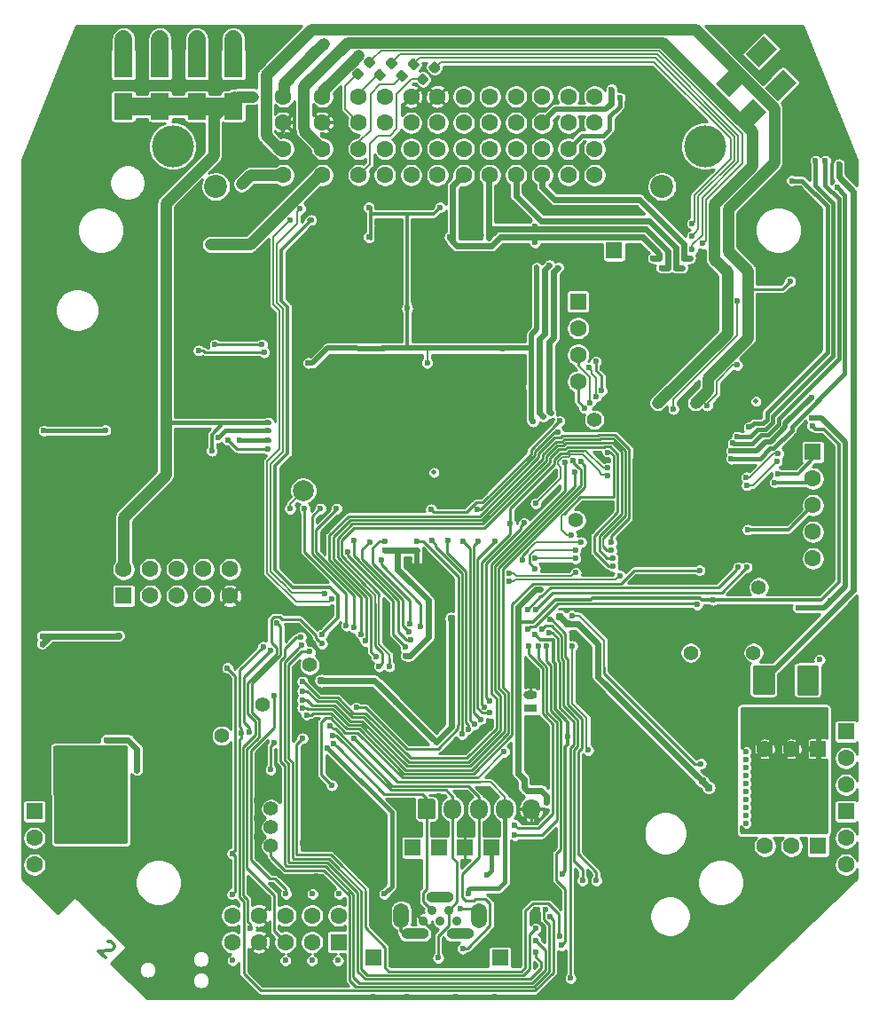
<source format=gbr>
%TF.GenerationSoftware,KiCad,Pcbnew,5.1.5+dfsg1-2build2*%
%TF.CreationDate,2021-12-30T23:54:21+01:00*%
%TF.ProjectId,micro_rusEFI,6d696372-6f5f-4727-9573-4546492e6b69,R0.5.5rc2*%
%TF.SameCoordinates,Original*%
%TF.FileFunction,Copper,L2,Bot*%
%TF.FilePolarity,Positive*%
%FSLAX46Y46*%
G04 Gerber Fmt 4.6, Leading zero omitted, Abs format (unit mm)*
G04 Created by KiCad (PCBNEW 5.1.5+dfsg1-2build2) date 2021-12-30 23:54:21*
%MOMM*%
%LPD*%
G04 APERTURE LIST*
%ADD10C,0.300000*%
%ADD11C,0.100000*%
%ADD12O,1.700000X1.950000*%
%ADD13O,2.616200X1.016000*%
%ADD14C,0.889000*%
%ADD15O,1.500000X2.380000*%
%ADD16C,1.400000*%
%ADD17R,8.500001X8.500001*%
%ADD18C,1.000000*%
%ADD19R,1.800000X2.500000*%
%ADD20C,2.000000*%
%ADD21C,0.500000*%
%ADD22R,1.600000X1.600000*%
%ADD23C,1.600000*%
%ADD24C,4.000000*%
%ADD25C,2.200000*%
%ADD26R,1.300000X0.800000*%
%ADD27O,1.300000X0.800000*%
%ADD28R,1.524000X1.524000*%
%ADD29C,0.600000*%
%ADD30C,0.789940*%
%ADD31C,0.550000*%
%ADD32C,0.304800*%
%ADD33C,0.203200*%
%ADD34C,0.215900*%
%ADD35C,0.600000*%
%ADD36C,0.406400*%
%ADD37C,1.066800*%
%ADD38C,1.676400*%
%ADD39C,0.254000*%
%ADD40C,0.228600*%
G04 APERTURE END LIST*
D10*
X29290092Y-110174356D02*
X29391091Y-110172593D01*
X29543473Y-110220448D01*
X29800380Y-110468541D01*
X29853524Y-110619159D01*
X29855287Y-110720159D01*
X29807432Y-110872540D01*
X29708195Y-110975303D01*
X29507958Y-111079829D01*
X28295960Y-111100984D01*
X28963918Y-111746024D01*
D11*
G36*
X58950000Y-73900000D02*
G01*
X58950000Y-72900000D01*
X58450000Y-72900000D01*
X58450000Y-73900000D01*
X58950000Y-73900000D01*
G37*
D12*
X69629040Y-97551240D03*
X67129040Y-97551240D03*
X64629040Y-97551240D03*
X62129040Y-97551240D03*
%TA.AperFunction,ComponentPad*%
D11*
G36*
X60253634Y-96577443D02*
G01*
X60277893Y-96581042D01*
X60301682Y-96587001D01*
X60324773Y-96595263D01*
X60346942Y-96605748D01*
X60367977Y-96618356D01*
X60387675Y-96632965D01*
X60405846Y-96649434D01*
X60422315Y-96667605D01*
X60436924Y-96687303D01*
X60449532Y-96708338D01*
X60460017Y-96730507D01*
X60468279Y-96753598D01*
X60474238Y-96777387D01*
X60477837Y-96801646D01*
X60479040Y-96826140D01*
X60479040Y-98276340D01*
X60477837Y-98300834D01*
X60474238Y-98325093D01*
X60468279Y-98348882D01*
X60460017Y-98371973D01*
X60449532Y-98394142D01*
X60436924Y-98415177D01*
X60422315Y-98434875D01*
X60405846Y-98453046D01*
X60387675Y-98469515D01*
X60367977Y-98484124D01*
X60346942Y-98496732D01*
X60324773Y-98507217D01*
X60301682Y-98515479D01*
X60277893Y-98521438D01*
X60253634Y-98525037D01*
X60229140Y-98526240D01*
X59028940Y-98526240D01*
X59004446Y-98525037D01*
X58980187Y-98521438D01*
X58956398Y-98515479D01*
X58933307Y-98507217D01*
X58911138Y-98496732D01*
X58890103Y-98484124D01*
X58870405Y-98469515D01*
X58852234Y-98453046D01*
X58835765Y-98434875D01*
X58821156Y-98415177D01*
X58808548Y-98394142D01*
X58798063Y-98371973D01*
X58789801Y-98348882D01*
X58783842Y-98325093D01*
X58780243Y-98300834D01*
X58779040Y-98276340D01*
X58779040Y-96826140D01*
X58780243Y-96801646D01*
X58783842Y-96777387D01*
X58789801Y-96753598D01*
X58798063Y-96730507D01*
X58808548Y-96708338D01*
X58821156Y-96687303D01*
X58835765Y-96667605D01*
X58852234Y-96649434D01*
X58870405Y-96632965D01*
X58890103Y-96618356D01*
X58911138Y-96605748D01*
X58933307Y-96595263D01*
X58956398Y-96587001D01*
X58980187Y-96581042D01*
X59004446Y-96577443D01*
X59028940Y-96576240D01*
X60229140Y-96576240D01*
X60253634Y-96577443D01*
G37*
%TD.AperFunction*%
D13*
X58534600Y-109471400D03*
X62834600Y-109471400D03*
X60934600Y-105971400D03*
D14*
X59334600Y-108221400D03*
X60134600Y-107221400D03*
X60934600Y-108221400D03*
X61734600Y-107221400D03*
X62534600Y-108221400D03*
D15*
X57234600Y-107721400D03*
X64634600Y-107721400D03*
D16*
X91350000Y-76400000D03*
X75650000Y-60400000D03*
%TA.AperFunction,SMDPad,CuDef*%
D11*
G36*
X60394924Y-26246427D02*
G01*
X60416159Y-26249577D01*
X60436983Y-26254793D01*
X60457195Y-26262025D01*
X60476601Y-26271204D01*
X60495014Y-26282240D01*
X60512257Y-26295028D01*
X60528163Y-26309444D01*
X60890556Y-26671837D01*
X60904972Y-26687743D01*
X60917760Y-26704986D01*
X60928796Y-26723399D01*
X60937975Y-26742805D01*
X60945207Y-26763017D01*
X60950423Y-26783841D01*
X60953573Y-26805076D01*
X60954626Y-26826517D01*
X60953573Y-26847958D01*
X60950423Y-26869193D01*
X60945207Y-26890017D01*
X60937975Y-26910229D01*
X60928796Y-26929635D01*
X60917760Y-26948048D01*
X60904972Y-26965291D01*
X60890556Y-26981197D01*
X60581197Y-27290556D01*
X60565291Y-27304972D01*
X60548048Y-27317760D01*
X60529635Y-27328796D01*
X60510229Y-27337975D01*
X60490017Y-27345207D01*
X60469193Y-27350423D01*
X60447958Y-27353573D01*
X60426517Y-27354626D01*
X60405076Y-27353573D01*
X60383841Y-27350423D01*
X60363017Y-27345207D01*
X60342805Y-27337975D01*
X60323399Y-27328796D01*
X60304986Y-27317760D01*
X60287743Y-27304972D01*
X60271837Y-27290556D01*
X59909444Y-26928163D01*
X59895028Y-26912257D01*
X59882240Y-26895014D01*
X59871204Y-26876601D01*
X59862025Y-26857195D01*
X59854793Y-26836983D01*
X59849577Y-26816159D01*
X59846427Y-26794924D01*
X59845374Y-26773483D01*
X59846427Y-26752042D01*
X59849577Y-26730807D01*
X59854793Y-26709983D01*
X59862025Y-26689771D01*
X59871204Y-26670365D01*
X59882240Y-26651952D01*
X59895028Y-26634709D01*
X59909444Y-26618803D01*
X60218803Y-26309444D01*
X60234709Y-26295028D01*
X60251952Y-26282240D01*
X60270365Y-26271204D01*
X60289771Y-26262025D01*
X60309983Y-26254793D01*
X60330807Y-26249577D01*
X60352042Y-26246427D01*
X60373483Y-26245374D01*
X60394924Y-26246427D01*
G37*
%TD.AperFunction*%
%TA.AperFunction,SMDPad,CuDef*%
G36*
X59281230Y-27360121D02*
G01*
X59302465Y-27363271D01*
X59323289Y-27368487D01*
X59343501Y-27375719D01*
X59362907Y-27384898D01*
X59381320Y-27395934D01*
X59398563Y-27408722D01*
X59414469Y-27423138D01*
X59776862Y-27785531D01*
X59791278Y-27801437D01*
X59804066Y-27818680D01*
X59815102Y-27837093D01*
X59824281Y-27856499D01*
X59831513Y-27876711D01*
X59836729Y-27897535D01*
X59839879Y-27918770D01*
X59840932Y-27940211D01*
X59839879Y-27961652D01*
X59836729Y-27982887D01*
X59831513Y-28003711D01*
X59824281Y-28023923D01*
X59815102Y-28043329D01*
X59804066Y-28061742D01*
X59791278Y-28078985D01*
X59776862Y-28094891D01*
X59467503Y-28404250D01*
X59451597Y-28418666D01*
X59434354Y-28431454D01*
X59415941Y-28442490D01*
X59396535Y-28451669D01*
X59376323Y-28458901D01*
X59355499Y-28464117D01*
X59334264Y-28467267D01*
X59312823Y-28468320D01*
X59291382Y-28467267D01*
X59270147Y-28464117D01*
X59249323Y-28458901D01*
X59229111Y-28451669D01*
X59209705Y-28442490D01*
X59191292Y-28431454D01*
X59174049Y-28418666D01*
X59158143Y-28404250D01*
X58795750Y-28041857D01*
X58781334Y-28025951D01*
X58768546Y-28008708D01*
X58757510Y-27990295D01*
X58748331Y-27970889D01*
X58741099Y-27950677D01*
X58735883Y-27929853D01*
X58732733Y-27908618D01*
X58731680Y-27887177D01*
X58732733Y-27865736D01*
X58735883Y-27844501D01*
X58741099Y-27823677D01*
X58748331Y-27803465D01*
X58757510Y-27784059D01*
X58768546Y-27765646D01*
X58781334Y-27748403D01*
X58795750Y-27732497D01*
X59105109Y-27423138D01*
X59121015Y-27408722D01*
X59138258Y-27395934D01*
X59156671Y-27384898D01*
X59176077Y-27375719D01*
X59196289Y-27368487D01*
X59217113Y-27363271D01*
X59238348Y-27360121D01*
X59259789Y-27359068D01*
X59281230Y-27360121D01*
G37*
%TD.AperFunction*%
%TA.AperFunction,SMDPad,CuDef*%
G36*
X58394924Y-25946427D02*
G01*
X58416159Y-25949577D01*
X58436983Y-25954793D01*
X58457195Y-25962025D01*
X58476601Y-25971204D01*
X58495014Y-25982240D01*
X58512257Y-25995028D01*
X58528163Y-26009444D01*
X58890556Y-26371837D01*
X58904972Y-26387743D01*
X58917760Y-26404986D01*
X58928796Y-26423399D01*
X58937975Y-26442805D01*
X58945207Y-26463017D01*
X58950423Y-26483841D01*
X58953573Y-26505076D01*
X58954626Y-26526517D01*
X58953573Y-26547958D01*
X58950423Y-26569193D01*
X58945207Y-26590017D01*
X58937975Y-26610229D01*
X58928796Y-26629635D01*
X58917760Y-26648048D01*
X58904972Y-26665291D01*
X58890556Y-26681197D01*
X58581197Y-26990556D01*
X58565291Y-27004972D01*
X58548048Y-27017760D01*
X58529635Y-27028796D01*
X58510229Y-27037975D01*
X58490017Y-27045207D01*
X58469193Y-27050423D01*
X58447958Y-27053573D01*
X58426517Y-27054626D01*
X58405076Y-27053573D01*
X58383841Y-27050423D01*
X58363017Y-27045207D01*
X58342805Y-27037975D01*
X58323399Y-27028796D01*
X58304986Y-27017760D01*
X58287743Y-27004972D01*
X58271837Y-26990556D01*
X57909444Y-26628163D01*
X57895028Y-26612257D01*
X57882240Y-26595014D01*
X57871204Y-26576601D01*
X57862025Y-26557195D01*
X57854793Y-26536983D01*
X57849577Y-26516159D01*
X57846427Y-26494924D01*
X57845374Y-26473483D01*
X57846427Y-26452042D01*
X57849577Y-26430807D01*
X57854793Y-26409983D01*
X57862025Y-26389771D01*
X57871204Y-26370365D01*
X57882240Y-26351952D01*
X57895028Y-26334709D01*
X57909444Y-26318803D01*
X58218803Y-26009444D01*
X58234709Y-25995028D01*
X58251952Y-25982240D01*
X58270365Y-25971204D01*
X58289771Y-25962025D01*
X58309983Y-25954793D01*
X58330807Y-25949577D01*
X58352042Y-25946427D01*
X58373483Y-25945374D01*
X58394924Y-25946427D01*
G37*
%TD.AperFunction*%
%TA.AperFunction,SMDPad,CuDef*%
G36*
X57281230Y-27060121D02*
G01*
X57302465Y-27063271D01*
X57323289Y-27068487D01*
X57343501Y-27075719D01*
X57362907Y-27084898D01*
X57381320Y-27095934D01*
X57398563Y-27108722D01*
X57414469Y-27123138D01*
X57776862Y-27485531D01*
X57791278Y-27501437D01*
X57804066Y-27518680D01*
X57815102Y-27537093D01*
X57824281Y-27556499D01*
X57831513Y-27576711D01*
X57836729Y-27597535D01*
X57839879Y-27618770D01*
X57840932Y-27640211D01*
X57839879Y-27661652D01*
X57836729Y-27682887D01*
X57831513Y-27703711D01*
X57824281Y-27723923D01*
X57815102Y-27743329D01*
X57804066Y-27761742D01*
X57791278Y-27778985D01*
X57776862Y-27794891D01*
X57467503Y-28104250D01*
X57451597Y-28118666D01*
X57434354Y-28131454D01*
X57415941Y-28142490D01*
X57396535Y-28151669D01*
X57376323Y-28158901D01*
X57355499Y-28164117D01*
X57334264Y-28167267D01*
X57312823Y-28168320D01*
X57291382Y-28167267D01*
X57270147Y-28164117D01*
X57249323Y-28158901D01*
X57229111Y-28151669D01*
X57209705Y-28142490D01*
X57191292Y-28131454D01*
X57174049Y-28118666D01*
X57158143Y-28104250D01*
X56795750Y-27741857D01*
X56781334Y-27725951D01*
X56768546Y-27708708D01*
X56757510Y-27690295D01*
X56748331Y-27670889D01*
X56741099Y-27650677D01*
X56735883Y-27629853D01*
X56732733Y-27608618D01*
X56731680Y-27587177D01*
X56732733Y-27565736D01*
X56735883Y-27544501D01*
X56741099Y-27523677D01*
X56748331Y-27503465D01*
X56757510Y-27484059D01*
X56768546Y-27465646D01*
X56781334Y-27448403D01*
X56795750Y-27432497D01*
X57105109Y-27123138D01*
X57121015Y-27108722D01*
X57138258Y-27095934D01*
X57156671Y-27084898D01*
X57176077Y-27075719D01*
X57196289Y-27068487D01*
X57217113Y-27063271D01*
X57238348Y-27060121D01*
X57259789Y-27059068D01*
X57281230Y-27060121D01*
G37*
%TD.AperFunction*%
%TA.AperFunction,SMDPad,CuDef*%
G36*
X54194924Y-25746427D02*
G01*
X54216159Y-25749577D01*
X54236983Y-25754793D01*
X54257195Y-25762025D01*
X54276601Y-25771204D01*
X54295014Y-25782240D01*
X54312257Y-25795028D01*
X54328163Y-25809444D01*
X54690556Y-26171837D01*
X54704972Y-26187743D01*
X54717760Y-26204986D01*
X54728796Y-26223399D01*
X54737975Y-26242805D01*
X54745207Y-26263017D01*
X54750423Y-26283841D01*
X54753573Y-26305076D01*
X54754626Y-26326517D01*
X54753573Y-26347958D01*
X54750423Y-26369193D01*
X54745207Y-26390017D01*
X54737975Y-26410229D01*
X54728796Y-26429635D01*
X54717760Y-26448048D01*
X54704972Y-26465291D01*
X54690556Y-26481197D01*
X54381197Y-26790556D01*
X54365291Y-26804972D01*
X54348048Y-26817760D01*
X54329635Y-26828796D01*
X54310229Y-26837975D01*
X54290017Y-26845207D01*
X54269193Y-26850423D01*
X54247958Y-26853573D01*
X54226517Y-26854626D01*
X54205076Y-26853573D01*
X54183841Y-26850423D01*
X54163017Y-26845207D01*
X54142805Y-26837975D01*
X54123399Y-26828796D01*
X54104986Y-26817760D01*
X54087743Y-26804972D01*
X54071837Y-26790556D01*
X53709444Y-26428163D01*
X53695028Y-26412257D01*
X53682240Y-26395014D01*
X53671204Y-26376601D01*
X53662025Y-26357195D01*
X53654793Y-26336983D01*
X53649577Y-26316159D01*
X53646427Y-26294924D01*
X53645374Y-26273483D01*
X53646427Y-26252042D01*
X53649577Y-26230807D01*
X53654793Y-26209983D01*
X53662025Y-26189771D01*
X53671204Y-26170365D01*
X53682240Y-26151952D01*
X53695028Y-26134709D01*
X53709444Y-26118803D01*
X54018803Y-25809444D01*
X54034709Y-25795028D01*
X54051952Y-25782240D01*
X54070365Y-25771204D01*
X54089771Y-25762025D01*
X54109983Y-25754793D01*
X54130807Y-25749577D01*
X54152042Y-25746427D01*
X54173483Y-25745374D01*
X54194924Y-25746427D01*
G37*
%TD.AperFunction*%
%TA.AperFunction,SMDPad,CuDef*%
G36*
X53081230Y-26860121D02*
G01*
X53102465Y-26863271D01*
X53123289Y-26868487D01*
X53143501Y-26875719D01*
X53162907Y-26884898D01*
X53181320Y-26895934D01*
X53198563Y-26908722D01*
X53214469Y-26923138D01*
X53576862Y-27285531D01*
X53591278Y-27301437D01*
X53604066Y-27318680D01*
X53615102Y-27337093D01*
X53624281Y-27356499D01*
X53631513Y-27376711D01*
X53636729Y-27397535D01*
X53639879Y-27418770D01*
X53640932Y-27440211D01*
X53639879Y-27461652D01*
X53636729Y-27482887D01*
X53631513Y-27503711D01*
X53624281Y-27523923D01*
X53615102Y-27543329D01*
X53604066Y-27561742D01*
X53591278Y-27578985D01*
X53576862Y-27594891D01*
X53267503Y-27904250D01*
X53251597Y-27918666D01*
X53234354Y-27931454D01*
X53215941Y-27942490D01*
X53196535Y-27951669D01*
X53176323Y-27958901D01*
X53155499Y-27964117D01*
X53134264Y-27967267D01*
X53112823Y-27968320D01*
X53091382Y-27967267D01*
X53070147Y-27964117D01*
X53049323Y-27958901D01*
X53029111Y-27951669D01*
X53009705Y-27942490D01*
X52991292Y-27931454D01*
X52974049Y-27918666D01*
X52958143Y-27904250D01*
X52595750Y-27541857D01*
X52581334Y-27525951D01*
X52568546Y-27508708D01*
X52557510Y-27490295D01*
X52548331Y-27470889D01*
X52541099Y-27450677D01*
X52535883Y-27429853D01*
X52532733Y-27408618D01*
X52531680Y-27387177D01*
X52532733Y-27365736D01*
X52535883Y-27344501D01*
X52541099Y-27323677D01*
X52548331Y-27303465D01*
X52557510Y-27284059D01*
X52568546Y-27265646D01*
X52581334Y-27248403D01*
X52595750Y-27232497D01*
X52905109Y-26923138D01*
X52921015Y-26908722D01*
X52938258Y-26895934D01*
X52956671Y-26884898D01*
X52976077Y-26875719D01*
X52996289Y-26868487D01*
X53017113Y-26863271D01*
X53038348Y-26860121D01*
X53059789Y-26859068D01*
X53081230Y-26860121D01*
G37*
%TD.AperFunction*%
%TA.AperFunction,SMDPad,CuDef*%
G36*
X56294924Y-25846427D02*
G01*
X56316159Y-25849577D01*
X56336983Y-25854793D01*
X56357195Y-25862025D01*
X56376601Y-25871204D01*
X56395014Y-25882240D01*
X56412257Y-25895028D01*
X56428163Y-25909444D01*
X56790556Y-26271837D01*
X56804972Y-26287743D01*
X56817760Y-26304986D01*
X56828796Y-26323399D01*
X56837975Y-26342805D01*
X56845207Y-26363017D01*
X56850423Y-26383841D01*
X56853573Y-26405076D01*
X56854626Y-26426517D01*
X56853573Y-26447958D01*
X56850423Y-26469193D01*
X56845207Y-26490017D01*
X56837975Y-26510229D01*
X56828796Y-26529635D01*
X56817760Y-26548048D01*
X56804972Y-26565291D01*
X56790556Y-26581197D01*
X56481197Y-26890556D01*
X56465291Y-26904972D01*
X56448048Y-26917760D01*
X56429635Y-26928796D01*
X56410229Y-26937975D01*
X56390017Y-26945207D01*
X56369193Y-26950423D01*
X56347958Y-26953573D01*
X56326517Y-26954626D01*
X56305076Y-26953573D01*
X56283841Y-26950423D01*
X56263017Y-26945207D01*
X56242805Y-26937975D01*
X56223399Y-26928796D01*
X56204986Y-26917760D01*
X56187743Y-26904972D01*
X56171837Y-26890556D01*
X55809444Y-26528163D01*
X55795028Y-26512257D01*
X55782240Y-26495014D01*
X55771204Y-26476601D01*
X55762025Y-26457195D01*
X55754793Y-26436983D01*
X55749577Y-26416159D01*
X55746427Y-26394924D01*
X55745374Y-26373483D01*
X55746427Y-26352042D01*
X55749577Y-26330807D01*
X55754793Y-26309983D01*
X55762025Y-26289771D01*
X55771204Y-26270365D01*
X55782240Y-26251952D01*
X55795028Y-26234709D01*
X55809444Y-26218803D01*
X56118803Y-25909444D01*
X56134709Y-25895028D01*
X56151952Y-25882240D01*
X56170365Y-25871204D01*
X56189771Y-25862025D01*
X56209983Y-25854793D01*
X56230807Y-25849577D01*
X56252042Y-25846427D01*
X56273483Y-25845374D01*
X56294924Y-25846427D01*
G37*
%TD.AperFunction*%
%TA.AperFunction,SMDPad,CuDef*%
G36*
X55181230Y-26960121D02*
G01*
X55202465Y-26963271D01*
X55223289Y-26968487D01*
X55243501Y-26975719D01*
X55262907Y-26984898D01*
X55281320Y-26995934D01*
X55298563Y-27008722D01*
X55314469Y-27023138D01*
X55676862Y-27385531D01*
X55691278Y-27401437D01*
X55704066Y-27418680D01*
X55715102Y-27437093D01*
X55724281Y-27456499D01*
X55731513Y-27476711D01*
X55736729Y-27497535D01*
X55739879Y-27518770D01*
X55740932Y-27540211D01*
X55739879Y-27561652D01*
X55736729Y-27582887D01*
X55731513Y-27603711D01*
X55724281Y-27623923D01*
X55715102Y-27643329D01*
X55704066Y-27661742D01*
X55691278Y-27678985D01*
X55676862Y-27694891D01*
X55367503Y-28004250D01*
X55351597Y-28018666D01*
X55334354Y-28031454D01*
X55315941Y-28042490D01*
X55296535Y-28051669D01*
X55276323Y-28058901D01*
X55255499Y-28064117D01*
X55234264Y-28067267D01*
X55212823Y-28068320D01*
X55191382Y-28067267D01*
X55170147Y-28064117D01*
X55149323Y-28058901D01*
X55129111Y-28051669D01*
X55109705Y-28042490D01*
X55091292Y-28031454D01*
X55074049Y-28018666D01*
X55058143Y-28004250D01*
X54695750Y-27641857D01*
X54681334Y-27625951D01*
X54668546Y-27608708D01*
X54657510Y-27590295D01*
X54648331Y-27570889D01*
X54641099Y-27550677D01*
X54635883Y-27529853D01*
X54632733Y-27508618D01*
X54631680Y-27487177D01*
X54632733Y-27465736D01*
X54635883Y-27444501D01*
X54641099Y-27423677D01*
X54648331Y-27403465D01*
X54657510Y-27384059D01*
X54668546Y-27365646D01*
X54681334Y-27348403D01*
X54695750Y-27332497D01*
X55005109Y-27023138D01*
X55021015Y-27008722D01*
X55038258Y-26995934D01*
X55056671Y-26984898D01*
X55076077Y-26975719D01*
X55096289Y-26968487D01*
X55117113Y-26963271D01*
X55138348Y-26960121D01*
X55159789Y-26959068D01*
X55181230Y-26960121D01*
G37*
%TD.AperFunction*%
D17*
X83500000Y-68403000D03*
D18*
X80198000Y-65101000D03*
X86802000Y-65101000D03*
X86802000Y-71705000D03*
X80198000Y-71705000D03*
X86800000Y-67303000D03*
X80198000Y-69673000D03*
X80198000Y-67387000D03*
X82300000Y-65103000D03*
X83400000Y-66303000D03*
X84500000Y-65103000D03*
X83500000Y-70653000D03*
X84700000Y-71753000D03*
X82300000Y-71705000D03*
X81468000Y-66371000D03*
X85700000Y-66203000D03*
X86700000Y-69803000D03*
X81300000Y-68403000D03*
X85700000Y-68403000D03*
X85700000Y-70653000D03*
X81468000Y-70435000D03*
X82514480Y-67392080D03*
X84625220Y-67328580D03*
X83670180Y-68380140D03*
X82603380Y-69370740D03*
X84790320Y-69510440D03*
D16*
X34200000Y-24100000D03*
X30700000Y-24100000D03*
D19*
X30700000Y-26500000D03*
X30700000Y-30500000D03*
X34200000Y-26500000D03*
X34200000Y-30500000D03*
D16*
X37700000Y-24100000D03*
X41200000Y-24100000D03*
D19*
X41200000Y-26500000D03*
X41200000Y-30500000D03*
X37700000Y-26500000D03*
X37700000Y-30500000D03*
D20*
X47879000Y-67183000D03*
%TA.AperFunction,SMDPad,CuDef*%
D11*
G36*
X90833273Y-29793934D02*
G01*
X92106066Y-31066727D01*
X90338299Y-32834494D01*
X89065506Y-31561701D01*
X90833273Y-29793934D01*
G37*
%TD.AperFunction*%
%TA.AperFunction,SMDPad,CuDef*%
G36*
X93661701Y-26965506D02*
G01*
X94934494Y-28238299D01*
X93166727Y-30006066D01*
X91893934Y-28733273D01*
X93661701Y-26965506D01*
G37*
%TD.AperFunction*%
%TA.AperFunction,SMDPad,CuDef*%
G36*
X89033273Y-26593934D02*
G01*
X90306066Y-27866727D01*
X88538299Y-29634494D01*
X87265506Y-28361701D01*
X89033273Y-26593934D01*
G37*
%TD.AperFunction*%
%TA.AperFunction,SMDPad,CuDef*%
G36*
X91861701Y-23765506D02*
G01*
X93134494Y-25038299D01*
X91366727Y-26806066D01*
X90093934Y-25533273D01*
X91861701Y-23765506D01*
G37*
%TD.AperFunction*%
D21*
X58700000Y-73900000D03*
X58700000Y-72900000D03*
X91084400Y-58648600D03*
X60350000Y-65450000D03*
D22*
X58311000Y-101240000D03*
X60811000Y-101240000D03*
D16*
X73900400Y-69999260D03*
X48475000Y-83819400D03*
X44792000Y-101091400D03*
X44792000Y-99313400D03*
X44792000Y-97535400D03*
X40093000Y-90550400D03*
X44030000Y-87629400D03*
D23*
X48698520Y-107718260D03*
X46158520Y-107718260D03*
X41078520Y-107718260D03*
X41078520Y-110258260D03*
X46158520Y-110258260D03*
X43618520Y-110258260D03*
X48698520Y-110258260D03*
X43618520Y-107718260D03*
X51238520Y-107718260D03*
D22*
X51238520Y-110258260D03*
D23*
X75674200Y-29567600D03*
X75674200Y-32067600D03*
X75674200Y-34567600D03*
X75674200Y-37067600D03*
X73174200Y-29567600D03*
X73174200Y-32067600D03*
X73174200Y-34567600D03*
X73174200Y-37067600D03*
X70674200Y-29567600D03*
X70674200Y-32067600D03*
X70674200Y-34567600D03*
X70674200Y-37067600D03*
X68174200Y-29567600D03*
X68174200Y-32067600D03*
X68174200Y-34567600D03*
X68174200Y-37067600D03*
X65674200Y-29567600D03*
X65674200Y-32067600D03*
X65674200Y-34567600D03*
X65674200Y-37067600D03*
X63174200Y-29567600D03*
X63174200Y-32067600D03*
X63174200Y-34567600D03*
X63174200Y-37067600D03*
X60674200Y-29567600D03*
X60674200Y-32067600D03*
X60674200Y-34567600D03*
X60674200Y-37067600D03*
X58174200Y-29567600D03*
X58174200Y-32067600D03*
X58174200Y-34567600D03*
X58174200Y-37067600D03*
X55674200Y-29567600D03*
X55674200Y-32067600D03*
X55674200Y-34567600D03*
X55674200Y-37067600D03*
X53174200Y-29567600D03*
X53174200Y-32067600D03*
X53174200Y-34567600D03*
X53174200Y-37067600D03*
X49674200Y-29567600D03*
X49674200Y-32067600D03*
X49674200Y-34567600D03*
X49674200Y-37067600D03*
X45974200Y-29567600D03*
X45974200Y-32067600D03*
X45974200Y-34567600D03*
X45974200Y-37067600D03*
D24*
X35424200Y-34317600D03*
X86224200Y-34317600D03*
D25*
X39524200Y-38167600D03*
X82124200Y-38167600D03*
D22*
X22211400Y-97789400D03*
D23*
X22211400Y-100329400D03*
X22211400Y-102869400D03*
D22*
X54596400Y-111759400D03*
X66661400Y-111759400D03*
X99681400Y-97789400D03*
D23*
X99681400Y-100329400D03*
X99681400Y-102869400D03*
D22*
X99681400Y-90169400D03*
D23*
X99681400Y-92709400D03*
X99681400Y-95249400D03*
D22*
X97014400Y-101091400D03*
D23*
X94474400Y-101091400D03*
X91934400Y-101091400D03*
D22*
X97014400Y-91820400D03*
D23*
X94474400Y-91820400D03*
X91934400Y-91820400D03*
D22*
X96525450Y-63499400D03*
D23*
X96525450Y-66039400D03*
X96525450Y-68579400D03*
X96525450Y-71119400D03*
X96525450Y-73659400D03*
D22*
X30733100Y-77215400D03*
D23*
X33273100Y-77215400D03*
X35813100Y-77215400D03*
X38353100Y-77215400D03*
X40893100Y-77215400D03*
X30733100Y-74675400D03*
X33273100Y-74675400D03*
X35813100Y-74675400D03*
X38353100Y-74675400D03*
X40893100Y-74675400D03*
D26*
X69557000Y-87934200D03*
D27*
X69557000Y-86689600D03*
D22*
X77558000Y-44246200D03*
D23*
X74103600Y-54225809D03*
X74103600Y-51685809D03*
X74103600Y-56765809D03*
D22*
X74103600Y-49145809D03*
D28*
X63311000Y-101240000D03*
X65811000Y-101240000D03*
D16*
X84851000Y-82651000D03*
X90851000Y-82651000D03*
D29*
X97155000Y-83312000D03*
X27500000Y-89600000D03*
X32334200Y-66475000D03*
X34525000Y-69675000D03*
X39525000Y-69675000D03*
X47700000Y-46609000D03*
X64500000Y-43000000D03*
X67575000Y-40175000D03*
X64300000Y-40150000D03*
X65989000Y-46609000D03*
X67513000Y-46609000D03*
X48412400Y-75742800D03*
X80924400Y-104368600D03*
X49900000Y-113700000D03*
X63350000Y-99950000D03*
X71907400Y-65476120D03*
X68453000Y-104368600D03*
X74549000Y-110083600D03*
X82042000Y-97358200D03*
X76454000Y-96088200D03*
X76479400Y-94919800D03*
X76479400Y-93599000D03*
X86106000Y-98679000D03*
X86487000Y-99314000D03*
X85725000Y-98044000D03*
X86512400Y-98044000D03*
X86537800Y-96774000D03*
X76800000Y-49100000D03*
X79600000Y-40150000D03*
X77500000Y-40150000D03*
X92825000Y-37600000D03*
X90400000Y-60300000D03*
X72400000Y-57700000D03*
X72400000Y-56700000D03*
X40868600Y-79600000D03*
X43685000Y-105664000D03*
X95427800Y-102438200D03*
X92633800Y-102438200D03*
X93903800Y-102438200D03*
X52700000Y-63000000D03*
X32800000Y-95600000D03*
X48831500Y-79883000D03*
X51800000Y-34400000D03*
X52900000Y-86500000D03*
X61207634Y-78527642D03*
X43621500Y-112014000D03*
X84023200Y-32512000D03*
X85267800Y-31877000D03*
X83566000Y-33782000D03*
X36449000Y-45212000D03*
X63100000Y-63000000D03*
X37719000Y-45212000D03*
X38989000Y-45212000D03*
X36449000Y-46482000D03*
X37719000Y-46482000D03*
X38989000Y-46482000D03*
X36449000Y-47752000D03*
X37719000Y-47752000D03*
X38989000Y-47752000D03*
X36449000Y-49022000D03*
X37719000Y-49022000D03*
X38989000Y-49022000D03*
X36449000Y-50292000D03*
X37719000Y-50292000D03*
X38989000Y-50292000D03*
X36449000Y-51562000D03*
X37719000Y-51562000D03*
X38989000Y-51562000D03*
X51500000Y-37200000D03*
X42164000Y-45262800D03*
X32278320Y-39956740D03*
X32786320Y-43139360D03*
X32842200Y-41142920D03*
X30789880Y-45910500D03*
X29500000Y-46450000D03*
X28100000Y-46500000D03*
X26062940Y-52478940D03*
X49800000Y-56700000D03*
X48675000Y-64725000D03*
X52895500Y-50038000D03*
X57785000Y-60200000D03*
X63200000Y-50038000D03*
X52550000Y-48768000D03*
X47815500Y-100838000D03*
X48641000Y-100838000D03*
X77500000Y-81100000D03*
X77500000Y-81965800D03*
X25247600Y-47701200D03*
X42926000Y-45262800D03*
X43637200Y-45262800D03*
X65455800Y-89585800D03*
X47879000Y-35814000D03*
X46300000Y-38700000D03*
X45300000Y-39700000D03*
X42862500Y-35623500D03*
X42862500Y-34353500D03*
X42862500Y-33020000D03*
X42862500Y-31813500D03*
X47750000Y-58300000D03*
X40700000Y-66000000D03*
X40640000Y-58801000D03*
X25527000Y-72644000D03*
X35900000Y-87900000D03*
X35900000Y-90950000D03*
X47800000Y-89300000D03*
X42862500Y-24384000D03*
X46863000Y-30861000D03*
X49022000Y-30861000D03*
X50419000Y-30861000D03*
X50419000Y-33274000D03*
X47371000Y-34036000D03*
X47625000Y-34798000D03*
X48387000Y-35179000D03*
X47117000Y-35560000D03*
X46228000Y-30861000D03*
X49657000Y-30861000D03*
X49784000Y-33274000D03*
X45720000Y-33274000D03*
X46355000Y-33274000D03*
X46990000Y-33147000D03*
X60505960Y-84750000D03*
X86106000Y-97409000D03*
X86918800Y-97409000D03*
X87630000Y-95377000D03*
X88392000Y-95377000D03*
X89154000Y-95377000D03*
X88773000Y-96012000D03*
X89154000Y-96647000D03*
X89154000Y-97409000D03*
X89154000Y-93091000D03*
X88392000Y-93091000D03*
X87630000Y-93091000D03*
X86868000Y-93091000D03*
X87249000Y-92456000D03*
X88011000Y-92456000D03*
X88773000Y-92456000D03*
X89154000Y-91821000D03*
X88392000Y-91821000D03*
X87630000Y-91821000D03*
X86868000Y-91821000D03*
X86487000Y-92456000D03*
X89154000Y-99949000D03*
X88392000Y-99949000D03*
X87630000Y-99949000D03*
X86868000Y-99949000D03*
X86106000Y-99949000D03*
X86487000Y-100584000D03*
X87249000Y-100584000D03*
X88011000Y-100584000D03*
X88773000Y-100584000D03*
X89154000Y-101219000D03*
X88392000Y-101219000D03*
X87630000Y-101219000D03*
X86868000Y-101219000D03*
X86106000Y-101219000D03*
X85725000Y-99314000D03*
X85344000Y-98679000D03*
X85344000Y-99949000D03*
X85725000Y-100584000D03*
X85344000Y-101219000D03*
X62250000Y-55000000D03*
X51250000Y-55000000D03*
X79900000Y-49100000D03*
X82500000Y-49100000D03*
X85500000Y-49100000D03*
X87300000Y-49100000D03*
X79600000Y-37000000D03*
X77600000Y-37000000D03*
X74691117Y-74421376D03*
X81300000Y-61798200D03*
X79900000Y-49800000D03*
X82500000Y-49800000D03*
X85500000Y-49800000D03*
X87300000Y-49800000D03*
X76800000Y-51600000D03*
X76800000Y-54200000D03*
X78232000Y-56134000D03*
X75100000Y-46000000D03*
X94300000Y-73100000D03*
X91600000Y-108800000D03*
X88900000Y-111300000D03*
X86300000Y-113700000D03*
X80900000Y-113700000D03*
X80924400Y-108966000D03*
X26898600Y-63600004D03*
X32334200Y-63600000D03*
X37769798Y-63600000D03*
X76479400Y-97358200D03*
X75057000Y-94919800D03*
X75057000Y-96088200D03*
X55000000Y-87200000D03*
X55900000Y-88100000D03*
X56600000Y-85500000D03*
X45529500Y-93789500D03*
X23900000Y-89600000D03*
X59800000Y-74700000D03*
X63296800Y-92100400D03*
X65850000Y-96350000D03*
X90200000Y-68100000D03*
X90200000Y-69600000D03*
X90200000Y-72400000D03*
X77300000Y-87884000D03*
X77300000Y-88900000D03*
X77300000Y-89916000D03*
X93100000Y-78900000D03*
X96200000Y-76800000D03*
X97500000Y-80900000D03*
X98200000Y-80300000D03*
X98800000Y-79600000D03*
X93100000Y-79700000D03*
X93100000Y-80500000D03*
X96200000Y-76000000D03*
X96900000Y-76000000D03*
X95500000Y-76000000D03*
X96900000Y-76800000D03*
X97600000Y-76000000D03*
X98100000Y-73100000D03*
X98100000Y-72200000D03*
X98100000Y-71300000D03*
X98100000Y-70400000D03*
X82800000Y-40150000D03*
X86375000Y-36850000D03*
X70688200Y-94919800D03*
X75057000Y-97400000D03*
X75057000Y-98552000D03*
X75057000Y-99700000D03*
X53314600Y-103962200D03*
X49900000Y-104775000D03*
X47371000Y-104775000D03*
X44900000Y-104775000D03*
X39800000Y-101800000D03*
X38900000Y-100800000D03*
X35700000Y-101500000D03*
X36600000Y-102500000D03*
X37700000Y-103600000D03*
X38700000Y-104775000D03*
X39878000Y-104775000D03*
X33600000Y-98700000D03*
X34700000Y-98700000D03*
X35900000Y-98700000D03*
X27500000Y-87900000D03*
X27500000Y-86300000D03*
X27500000Y-84800000D03*
X51500000Y-36400000D03*
X45800000Y-39200000D03*
X46800000Y-38200000D03*
X47300000Y-37700000D03*
X60700000Y-28100000D03*
X61650000Y-28100000D03*
X62550000Y-28100000D03*
X63450000Y-28100000D03*
X81600000Y-30450000D03*
X82500000Y-30450000D03*
X83400000Y-30450000D03*
X84300000Y-30450000D03*
X92550000Y-23300000D03*
X93300000Y-23950000D03*
X94050000Y-24600000D03*
X94800000Y-25200000D03*
X97000000Y-29800000D03*
X55000000Y-52200000D03*
X51250000Y-52700000D03*
X60850000Y-52450000D03*
X91350000Y-78250000D03*
X76900000Y-46000000D03*
X76800000Y-50300000D03*
X76800000Y-52900000D03*
X35950000Y-42500000D03*
X36800000Y-42500000D03*
X37700000Y-42500000D03*
X52900000Y-84350000D03*
X28000000Y-68800000D03*
X77600000Y-34500000D03*
X79600000Y-34500000D03*
X78100000Y-32400000D03*
X78100000Y-31700000D03*
X65400000Y-28100000D03*
X66100000Y-28100000D03*
X47700000Y-48768000D03*
X63106500Y-46609000D03*
X61519000Y-46609000D03*
X49911000Y-46609000D03*
X51435000Y-46609000D03*
X56959500Y-46609000D03*
X58483500Y-46609000D03*
X52550000Y-43000000D03*
X50419000Y-40150000D03*
X68148200Y-50038000D03*
X47750000Y-60200000D03*
X47750000Y-63000000D03*
X52476400Y-60200000D03*
X62250000Y-60200000D03*
X53441600Y-46609000D03*
X55000000Y-46609000D03*
X33756600Y-52247800D03*
X48350000Y-53594000D03*
X90170000Y-94361000D03*
X90170000Y-95123000D03*
X90170000Y-95885000D03*
X90170000Y-96647000D03*
X90170000Y-97409000D03*
X90170000Y-98171000D03*
X90170000Y-98933000D03*
X90170000Y-93599000D03*
X90170000Y-92837000D03*
X90170000Y-92075000D03*
X52705000Y-96350000D03*
X68376800Y-96350000D03*
X58572400Y-103950000D03*
X53340000Y-101981000D03*
X43484800Y-101981000D03*
X43434000Y-100203000D03*
X43434000Y-98425000D03*
X49149000Y-103950000D03*
X55600000Y-103950000D03*
X55118000Y-101981000D03*
X43434000Y-96723200D03*
X40640000Y-99695000D03*
X34798000Y-93091000D03*
X32800000Y-90950000D03*
X32004000Y-101346000D03*
X29464000Y-102489000D03*
X27051000Y-102997000D03*
X21717000Y-93980000D03*
X21463000Y-85725000D03*
X21590000Y-77343000D03*
X21463000Y-71501000D03*
X21590000Y-65532000D03*
X21590000Y-59817000D03*
X21717000Y-54610000D03*
X21717000Y-49530000D03*
X21590000Y-44069000D03*
X21717000Y-36957000D03*
X23241000Y-31877000D03*
X25273000Y-27559000D03*
X27051000Y-23622000D03*
X32400000Y-23114000D03*
X39400000Y-23114000D03*
X46482000Y-23114000D03*
X97663000Y-30480000D03*
X99949000Y-85344000D03*
X99949000Y-88138000D03*
X98679000Y-104902000D03*
X95631000Y-107442000D03*
X80899000Y-112471200D03*
X73787000Y-115443000D03*
X66167000Y-115443000D03*
X54610000Y-115443000D03*
X43561000Y-115443000D03*
X33401000Y-115189000D03*
X30480000Y-112268000D03*
X31877000Y-110363000D03*
X29972000Y-108585000D03*
X28575000Y-107188000D03*
X25273000Y-105537000D03*
X24003000Y-106426000D03*
X22987000Y-104902000D03*
X29900000Y-89600000D03*
X29900000Y-87900000D03*
X35900000Y-84100000D03*
X43300000Y-79600000D03*
X45350000Y-78500000D03*
X48260000Y-91567000D03*
X75057000Y-93573600D03*
X68453000Y-110083600D03*
X68453000Y-112471200D03*
X80924400Y-107111800D03*
X84582000Y-90678000D03*
X87376000Y-87249000D03*
X83566000Y-82677000D03*
X93345000Y-81915000D03*
X97790000Y-86995000D03*
X80137000Y-78740000D03*
X91186000Y-56896000D03*
X90805000Y-54229000D03*
X78740000Y-58039000D03*
X39624000Y-110871000D03*
X39497000Y-108077000D03*
X63754000Y-112014000D03*
X58470800Y-110794800D03*
X58470800Y-112420400D03*
X56261000Y-112420400D03*
X62484000Y-115443000D03*
X57785000Y-115443000D03*
X47371000Y-113700000D03*
X56261000Y-110794800D03*
X56261000Y-109220000D03*
X85500000Y-57075415D03*
X76454000Y-55499000D03*
X74691117Y-71406200D03*
X88570712Y-65278008D03*
X77292200Y-75132359D03*
X73279000Y-61341000D03*
X96342200Y-61976000D03*
X81559400Y-73837800D03*
X82600800Y-73837800D03*
X83997800Y-73837800D03*
X85598000Y-73888600D03*
X87376000Y-73964800D03*
X86918800Y-75057000D03*
X77114400Y-69088000D03*
X83489800Y-54584600D03*
X86614000Y-51485800D03*
X84175600Y-51409600D03*
X80975200Y-51435000D03*
X78384400Y-51384200D03*
X77698600Y-48260000D03*
X77165200Y-54965600D03*
X81300000Y-63600000D03*
X80300000Y-63600000D03*
X80300000Y-62680000D03*
X79300000Y-61798200D03*
X80300000Y-61798200D03*
X81300000Y-62680000D03*
X76860400Y-60020200D03*
X52700000Y-64275000D03*
X54200000Y-64275000D03*
X55500000Y-64275000D03*
X63100000Y-64275000D03*
X64500000Y-64275000D03*
X65800000Y-64275000D03*
X59700000Y-56700000D03*
X62250000Y-56700000D03*
X60850000Y-56700000D03*
X48350000Y-56700000D03*
X51250000Y-56700000D03*
X41097200Y-57556400D03*
X30200600Y-50622200D03*
X30556200Y-48412400D03*
X30556200Y-56311800D03*
X25857200Y-56311800D03*
X36779200Y-56210200D03*
X41122600Y-49276000D03*
X39525000Y-76000000D03*
X39525000Y-72450000D03*
X34525000Y-72500000D03*
X43300000Y-76000000D03*
X32800000Y-81000000D03*
X29400000Y-79857600D03*
X29400000Y-72500000D03*
X66661400Y-110109000D03*
X68453000Y-111200000D03*
X68453000Y-107111800D03*
X80900000Y-111200000D03*
X68935600Y-98552000D03*
X70180200Y-98552000D03*
X76174600Y-78740000D03*
X75400000Y-78740000D03*
X68453000Y-100863400D03*
X80924400Y-110083600D03*
X76911200Y-114884200D03*
X58572400Y-107289600D03*
X50419000Y-41075000D03*
X53467000Y-99949000D03*
X57490360Y-99949000D03*
X63300000Y-96350000D03*
X57490360Y-98552000D03*
X60850000Y-96350000D03*
X76911200Y-64266000D03*
X78028800Y-71729600D03*
X70043040Y-104368600D03*
X70043040Y-107111800D03*
X70043040Y-112471200D03*
X65850000Y-99950000D03*
X67894200Y-101240000D03*
X69723000Y-91821000D03*
X70929500Y-89979500D03*
X47879000Y-75184000D03*
X68453000Y-108966000D03*
X70967600Y-105537000D03*
X48641000Y-85090000D03*
X37700000Y-33020000D03*
X54500000Y-107718260D03*
X71150000Y-40150000D03*
X56075000Y-40125000D03*
X59975000Y-43000000D03*
X71150000Y-44750000D03*
X93088648Y-64364153D03*
X90220877Y-66663690D03*
X93219756Y-63623252D03*
X90170000Y-65913000D03*
X68800000Y-73800000D03*
X74400000Y-72100000D03*
X40650000Y-62350000D03*
X44525000Y-63225000D03*
X54125000Y-40150000D03*
X70175000Y-45900000D03*
X51181000Y-112014000D03*
X51305000Y-105664000D03*
X32000000Y-93000000D03*
X59700000Y-55000000D03*
X66950000Y-53600000D03*
X55600000Y-53594000D03*
X48350000Y-55000000D03*
X69625000Y-57275000D03*
X29900000Y-90950000D03*
X30300000Y-81000000D03*
X22954011Y-81045989D03*
X28996393Y-61403607D03*
X23100000Y-61457810D03*
X87000000Y-77600000D03*
X70500000Y-76604812D03*
X71120000Y-96926400D03*
X57785000Y-49784000D03*
X96443800Y-61010800D03*
X69820072Y-60591753D03*
X54125000Y-43000000D03*
X32000000Y-93831600D03*
X29054640Y-90950000D03*
X71120000Y-96291400D03*
X22954011Y-81795589D03*
X29596411Y-81045989D03*
X60950000Y-40150000D03*
X72199998Y-45900000D03*
X71374000Y-54102000D03*
X71475600Y-59740800D03*
X71367965Y-45667965D03*
X70400000Y-54144000D03*
X70786807Y-60115832D03*
X47790692Y-87904767D03*
X74373125Y-64390615D03*
X47800000Y-87152413D03*
X73595913Y-64322939D03*
X46228000Y-105664000D03*
X45085000Y-86741000D03*
X73808553Y-65434788D03*
X47800000Y-86300000D03*
X47799988Y-85407500D03*
X72839366Y-64514855D03*
X48765000Y-105664000D03*
X48699000Y-112014000D03*
X25000000Y-94750000D03*
X26270000Y-94750000D03*
X27540000Y-94750000D03*
X28810000Y-94750000D03*
X30080000Y-94750000D03*
X25635000Y-95385000D03*
X26905000Y-95385000D03*
X28175000Y-95385000D03*
X29445000Y-95385000D03*
X25000000Y-96020000D03*
X26270000Y-96020000D03*
X27540000Y-96020000D03*
X28810000Y-96020000D03*
X30080000Y-96020000D03*
X25635000Y-96655000D03*
X26905000Y-96655000D03*
X28175000Y-96655000D03*
X29445000Y-96655000D03*
X25000000Y-97290000D03*
X26270000Y-97290000D03*
X27540000Y-97290000D03*
X28810000Y-97290000D03*
X30080000Y-97290000D03*
D30*
X62016493Y-79375000D03*
D29*
X60579276Y-91186000D03*
D30*
X49593500Y-85300000D03*
D29*
X56700000Y-87300000D03*
X72593200Y-103733600D03*
X69977000Y-80899000D03*
X73152000Y-90678000D03*
X62839600Y-107061000D03*
X50800000Y-91313000D03*
X46161500Y-112014000D03*
X45357177Y-79763221D03*
X41145000Y-112014000D03*
X49657000Y-81788000D03*
X42799000Y-108966000D03*
X77300000Y-28900000D03*
X42824400Y-37084000D03*
X41986200Y-37922200D03*
X39950000Y-43675000D03*
X39000000Y-43688000D03*
X39746210Y-62103000D03*
X44525000Y-61442600D03*
X49900000Y-77000000D03*
X50439832Y-89605229D03*
X47567497Y-40285636D03*
X63093600Y-110871000D03*
X50706005Y-90517995D03*
X50600000Y-77500000D03*
X46631289Y-41347300D03*
X60756800Y-111760000D03*
X48000000Y-68897500D03*
X51988185Y-80050837D03*
X43923485Y-53239648D03*
X39446200Y-53239648D03*
X48183774Y-88572557D03*
X85702140Y-74780789D03*
X37896800Y-53797200D03*
X44134049Y-53975000D03*
X71437500Y-79502000D03*
X75844400Y-104394000D03*
X73380600Y-113700000D03*
X71374000Y-80772000D03*
X74523600Y-104394000D03*
X70685817Y-80372108D03*
X85471000Y-78041500D03*
X69300000Y-80391000D03*
X85000000Y-41700000D03*
X74730837Y-59297502D03*
X85000000Y-42900000D03*
X75262873Y-58765467D03*
X86000000Y-43600000D03*
X75144320Y-55445539D03*
X75840670Y-58187670D03*
X85000000Y-44200000D03*
X75806197Y-54864000D03*
X76372698Y-57655641D03*
X93200000Y-65600000D03*
X92880408Y-66397590D03*
X90300000Y-70900000D03*
X44766739Y-93802038D03*
X45104699Y-91217620D03*
X72517000Y-110553500D03*
X71120000Y-81990000D03*
X50167713Y-91720825D03*
X49657000Y-80899000D03*
X48625000Y-41347300D03*
X55600000Y-105664000D03*
X70000000Y-43500000D03*
X61850000Y-43000000D03*
X81875000Y-45000000D03*
X81275000Y-45000000D03*
X84200000Y-45000000D03*
X84800000Y-45000000D03*
X84050000Y-45900000D03*
X83450000Y-45900000D03*
X69975000Y-41950000D03*
X65550000Y-43000000D03*
X82650000Y-45900000D03*
X82050000Y-45900000D03*
X65684400Y-88392000D03*
X66191391Y-71991391D03*
X64600000Y-72000000D03*
X64799997Y-88999997D03*
X64516000Y-68961000D03*
X72145378Y-61565292D03*
X65167735Y-87809548D03*
X67635362Y-70347861D03*
X76911200Y-65026000D03*
X65645469Y-87228261D03*
X68949915Y-70274608D03*
X58166000Y-81407000D03*
X52697212Y-71965293D03*
X57632561Y-82105597D03*
X52100004Y-73000000D03*
X54245395Y-72070168D03*
X57923586Y-80626116D03*
X55700000Y-72000000D03*
X58046351Y-79883786D03*
X63025778Y-90413625D03*
X60164640Y-71965293D03*
X60071000Y-68961000D03*
X72344284Y-60538940D03*
X58700000Y-72000000D03*
X52932018Y-87869168D03*
X63599553Y-89926896D03*
X61664640Y-71965293D03*
X63135362Y-72035360D03*
X64198500Y-89471500D03*
X51054000Y-68897500D03*
X53366972Y-80868595D03*
X49523138Y-68897500D03*
X52728545Y-80258089D03*
X94500000Y-37600000D03*
X78100000Y-29700000D03*
X90398734Y-61126703D03*
X96778031Y-35707316D03*
X89302526Y-62037620D03*
X97700000Y-35700002D03*
X88873760Y-62655910D03*
X98835610Y-38227881D03*
X88733366Y-64147062D03*
X81700001Y-58800001D03*
X82250001Y-58250001D03*
X82800000Y-57700000D03*
X94350000Y-47200000D03*
X85300000Y-58800000D03*
X85850000Y-58250000D03*
X86396494Y-57703506D03*
X59072230Y-80170570D03*
X55300000Y-73800000D03*
X96520000Y-88519000D03*
X92278200Y-90170000D03*
X92912000Y-96109800D03*
X92912000Y-96871800D03*
X92912000Y-94585800D03*
X96738000Y-95771800D03*
X96738000Y-95009800D03*
X93674000Y-96109800D03*
X92912000Y-95347800D03*
X96738000Y-94247800D03*
X93674000Y-96871800D03*
X93674000Y-95347800D03*
X93674000Y-94585800D03*
X95976000Y-95771800D03*
X94452000Y-95009800D03*
X95214000Y-95009800D03*
X95976000Y-95009800D03*
X95214000Y-94247800D03*
X94452000Y-94247800D03*
X95214000Y-95771800D03*
X94452000Y-95771800D03*
X95976000Y-94247800D03*
X96738000Y-98819800D03*
X92912000Y-97633800D03*
X92912000Y-98395800D03*
X96738000Y-96533800D03*
X96738000Y-97295800D03*
X93674000Y-97633800D03*
X93674000Y-98395800D03*
X96738000Y-98057800D03*
X94452000Y-98057800D03*
X95214000Y-98057800D03*
X94452000Y-98819800D03*
X95976000Y-98819800D03*
X95976000Y-97295800D03*
X94452000Y-96533800D03*
X95214000Y-98819800D03*
X95214000Y-97295800D03*
X95976000Y-98057800D03*
X95214000Y-96533800D03*
X94452000Y-97295800D03*
X95976000Y-96533800D03*
X91236800Y-90068400D03*
X92278200Y-88544400D03*
X95504000Y-90043000D03*
X96520000Y-90043000D03*
X96012000Y-89281000D03*
X95453200Y-88519000D03*
X91795600Y-89306400D03*
X91262200Y-88519000D03*
X95111860Y-78345149D03*
X83200000Y-59400000D03*
X89300000Y-49100000D03*
X98200000Y-77700000D03*
X96375387Y-58270601D03*
X88730997Y-63394654D03*
X96422174Y-60258699D03*
X91262200Y-86106000D03*
X92278200Y-86106000D03*
X92278200Y-84455000D03*
X91262200Y-84455000D03*
X53200000Y-25600000D03*
X91789210Y-85250000D03*
X99009611Y-36034947D03*
X52700000Y-26100000D03*
X96520000Y-86106000D03*
X96520000Y-84455000D03*
X95504000Y-84455000D03*
X96012000Y-85217000D03*
X95504000Y-86106000D03*
X39141400Y-63393600D03*
X44525000Y-60680600D03*
X49300000Y-25000000D03*
X43075800Y-29568200D03*
X42300000Y-29600002D03*
X49800000Y-24500000D03*
X94200000Y-28400000D03*
X93500000Y-27700000D03*
X91700000Y-25900000D03*
X91000000Y-25200000D03*
X85828748Y-93241248D03*
X73500000Y-79100000D03*
D30*
X85975400Y-94911267D03*
X73100000Y-79900000D03*
X86578367Y-95514233D03*
X72396140Y-79196140D03*
D29*
X70100000Y-78500000D03*
X90200000Y-74500000D03*
X69300000Y-78500000D03*
X89400000Y-74500002D03*
X57658000Y-82931000D03*
X55700000Y-72900000D03*
X58700000Y-72900000D03*
X73850000Y-72850000D03*
X70000000Y-74600000D03*
X73850000Y-73650000D03*
X70000000Y-73650000D03*
X86427659Y-59072341D03*
X89300000Y-55200000D03*
X47625000Y-81153000D03*
X70043040Y-110083600D03*
X47688500Y-81915000D03*
X70043040Y-111200000D03*
X70040500Y-108966000D03*
X48514000Y-82550000D03*
X44727079Y-82396193D03*
X42746640Y-90245698D03*
X50600000Y-95300000D03*
X67061080Y-92100400D03*
X71424800Y-107848400D03*
X44043600Y-82081582D03*
X42000157Y-90339961D03*
X46609000Y-68897500D03*
X53795640Y-81514990D03*
X77292200Y-72126000D03*
X55118000Y-83947000D03*
X77420000Y-73630000D03*
X54844262Y-83058000D03*
X77292200Y-72880000D03*
X56087990Y-83947000D03*
X77420000Y-74384661D03*
X70053200Y-68402200D03*
X76911200Y-65786000D03*
X52690707Y-90831442D03*
X63673010Y-105663991D03*
X67493593Y-75844850D03*
X78090000Y-75290583D03*
X67500000Y-75084458D03*
X73887000Y-75010142D03*
X41097200Y-105689400D03*
X40625000Y-84100000D03*
X73533000Y-81990000D03*
X41100000Y-101800000D03*
X75057000Y-91948000D03*
X76911200Y-63506000D03*
X73456800Y-71406200D03*
X68072000Y-100070920D03*
X70307200Y-81990000D03*
X68072000Y-99070160D03*
X69392800Y-81990000D03*
X72326500Y-109728000D03*
X47800000Y-90805000D03*
X70967600Y-107111800D03*
X65379600Y-103886000D03*
X41800000Y-62325000D03*
X44525000Y-62325000D03*
D31*
X58700000Y-74900000D02*
X58700000Y-73900000D01*
X61207634Y-78527642D02*
X61207634Y-77407634D01*
X61207634Y-77407634D02*
X58700000Y-74900000D01*
D32*
X49674000Y-32068200D02*
X50968200Y-32068200D01*
X45974000Y-33020000D02*
X45720000Y-33274000D01*
X45974000Y-32068200D02*
X45974000Y-33020000D01*
X46990000Y-32771790D02*
X46990000Y-33147000D01*
X47061790Y-32700000D02*
X46990000Y-32771790D01*
X46863000Y-30861000D02*
X46939000Y-30861000D01*
X46939000Y-30861000D02*
X47061790Y-30983790D01*
X46991780Y-32068200D02*
X47061790Y-32138210D01*
X45974000Y-32068200D02*
X46991780Y-32068200D01*
X47061790Y-30983790D02*
X47061790Y-32138210D01*
X47061790Y-32138210D02*
X47061790Y-32700000D01*
D33*
X32699999Y-22814001D02*
X32400000Y-23114000D01*
X39100001Y-22814001D02*
X32699999Y-22814001D01*
X39400000Y-23114000D02*
X39100001Y-22814001D01*
X46182001Y-22814001D02*
X46482000Y-23114000D01*
X39699999Y-22814001D02*
X46182001Y-22814001D01*
X39400000Y-23114000D02*
X39699999Y-22814001D01*
X27350999Y-23322001D02*
X27051000Y-23622000D01*
X27858999Y-22814001D02*
X27350999Y-23322001D01*
X32100001Y-22814001D02*
X27858999Y-22814001D01*
X32400000Y-23114000D02*
X32100001Y-22814001D01*
X90789111Y-66663690D02*
X90220877Y-66663690D01*
X93088648Y-64364153D02*
X90789111Y-66663690D01*
X93219756Y-63623252D02*
X92795492Y-63623252D01*
X90505744Y-65913000D02*
X90170000Y-65913000D01*
X92795492Y-63623252D02*
X90505744Y-65913000D01*
D34*
X68800000Y-73375736D02*
X68800000Y-73800000D01*
D33*
X70075736Y-72100000D02*
X69309868Y-72865868D01*
X74400000Y-72100000D02*
X70075736Y-72100000D01*
D34*
X69309868Y-72865868D02*
X68800000Y-73375736D01*
D33*
X59700000Y-54575736D02*
X59700000Y-53600000D01*
X59700000Y-55000000D02*
X59700000Y-54575736D01*
D35*
X32000000Y-91800000D02*
X31160360Y-90960360D01*
D32*
X69830270Y-79700000D02*
X68400000Y-79700000D01*
X85924606Y-77600000D02*
X85724606Y-77400000D01*
X87000000Y-77600000D02*
X85924606Y-77600000D01*
X85724606Y-77400000D02*
X75500000Y-77400000D01*
X75500000Y-77400000D02*
X75336311Y-77563689D01*
X75336311Y-77563689D02*
X71966581Y-77563689D01*
X71966581Y-77563689D02*
X69830270Y-79700000D01*
X97556599Y-61310799D02*
X96743799Y-61310799D01*
X99000000Y-75900000D02*
X99000000Y-62754200D01*
X96743799Y-61310799D02*
X96443800Y-61010800D01*
X97300000Y-77600000D02*
X99000000Y-75900000D01*
X99000000Y-62754200D02*
X97556599Y-61310799D01*
X87000000Y-77600000D02*
X97300000Y-77600000D01*
D35*
X32000000Y-92612400D02*
X32000000Y-93831600D01*
X32000000Y-93000000D02*
X32000000Y-92612400D01*
X32000000Y-92612400D02*
X32000000Y-91800000D01*
X30609960Y-90960360D02*
X29054640Y-90960360D01*
X31160360Y-90960360D02*
X30609960Y-90960360D01*
X30609960Y-90960360D02*
X29900000Y-90960360D01*
X68935600Y-95496464D02*
X69222536Y-95783400D01*
X68935600Y-94710294D02*
X68935600Y-95496464D01*
X68379953Y-94154647D02*
X68935600Y-94710294D01*
X68379953Y-78257915D02*
X68379953Y-94154647D01*
X70033056Y-76604812D02*
X68379953Y-78257915D01*
X70500000Y-76604812D02*
X70033056Y-76604812D01*
X69222536Y-95783400D02*
X70281800Y-95783400D01*
X71120000Y-96502136D02*
X71120000Y-96926400D01*
X71120000Y-96291400D02*
X71120000Y-96502136D01*
X70612000Y-95783400D02*
X71120000Y-96291400D01*
X70281800Y-95783400D02*
X70612000Y-95783400D01*
X30254011Y-81045989D02*
X30300000Y-81000000D01*
X29596411Y-81045989D02*
X30254011Y-81045989D01*
X23703611Y-81045989D02*
X22954011Y-81795589D01*
X24099189Y-81045989D02*
X23703611Y-81045989D01*
X22954011Y-81045989D02*
X24099189Y-81045989D01*
X24099189Y-81045989D02*
X29596411Y-81045989D01*
D32*
X57785000Y-53515000D02*
X57750000Y-53550000D01*
X57785000Y-49784000D02*
X57785000Y-53515000D01*
X57750000Y-53550000D02*
X57700000Y-53597371D01*
D31*
X69601180Y-53594000D02*
X69672590Y-53522590D01*
X55600000Y-53594000D02*
X69601180Y-53594000D01*
X55600000Y-53600000D02*
X50502629Y-53597371D01*
X69672590Y-60444271D02*
X69672590Y-52302410D01*
X69820072Y-60591753D02*
X69672590Y-60444271D01*
X70172590Y-51802410D02*
X70172590Y-45875000D01*
X69672590Y-52302410D02*
X70172590Y-51802410D01*
D32*
X54290000Y-41865000D02*
X54300000Y-41875000D01*
X54300000Y-41875000D02*
X54292500Y-41891194D01*
X60650001Y-40449999D02*
X60950000Y-40150000D01*
X60345199Y-40754801D02*
X60650001Y-40449999D01*
X54290000Y-40740000D02*
X54304801Y-40754801D01*
X54290000Y-40150000D02*
X54290000Y-40740000D01*
X54290000Y-40740000D02*
X54290000Y-41865000D01*
X57785000Y-49359736D02*
X57750000Y-49324736D01*
X57785000Y-49784000D02*
X57785000Y-49359736D01*
X57750000Y-49324736D02*
X57750000Y-40750000D01*
X57750000Y-40750000D02*
X60345199Y-40754801D01*
X54304801Y-40754801D02*
X57750000Y-40750000D01*
X54290000Y-41865000D02*
X54290000Y-43125000D01*
D31*
X50176893Y-53597371D02*
X50502629Y-53597371D01*
X48774264Y-55000000D02*
X50176893Y-53597371D01*
X48350000Y-55000000D02*
X48774264Y-55000000D01*
D36*
X28942190Y-61457810D02*
X28996393Y-61403607D01*
X23100000Y-61457810D02*
X28942190Y-61457810D01*
D34*
X41525000Y-63225000D02*
X40650000Y-62350000D01*
X44525000Y-63225000D02*
X41525000Y-63225000D01*
D35*
X71345991Y-52999999D02*
X71645990Y-52700000D01*
X71800000Y-46299998D02*
X72199998Y-45900000D01*
X71645990Y-52700000D02*
X71800000Y-52545990D01*
X71800000Y-52545990D02*
X71800000Y-46299998D01*
X71374000Y-54102000D02*
X71345991Y-52999999D01*
X71374000Y-59639200D02*
X71475600Y-59740800D01*
X71374000Y-54102000D02*
X71374000Y-59639200D01*
X70900000Y-46135930D02*
X71367965Y-45667965D01*
X70400000Y-52700000D02*
X70900000Y-52200000D01*
X70900000Y-52200000D02*
X70900000Y-46135930D01*
X70400000Y-52700000D02*
X70400000Y-54144000D01*
X70400000Y-59729025D02*
X70786807Y-60115832D01*
X70400000Y-54144000D02*
X70400000Y-59729025D01*
D34*
X48214956Y-87904767D02*
X48341884Y-88031695D01*
X74673124Y-64690614D02*
X74373125Y-64390615D01*
X66900000Y-74679600D02*
X74747399Y-66832201D01*
X67451279Y-90321331D02*
X67451282Y-86451282D01*
X48341884Y-88031695D02*
X50700508Y-88031695D01*
X52203273Y-89534460D02*
X53355330Y-89534460D01*
X74747399Y-64764889D02*
X74673124Y-64690614D01*
X66900000Y-85900000D02*
X66900000Y-74679600D01*
X67451282Y-86451282D02*
X66900000Y-85900000D01*
X63957675Y-93814931D02*
X67451279Y-90321331D01*
X57635800Y-93814930D02*
X63957675Y-93814931D01*
X53355330Y-89534460D02*
X57635800Y-93814930D01*
X74747399Y-66832201D02*
X74747399Y-64764889D01*
X47790692Y-87904767D02*
X48214956Y-87904767D01*
X50700508Y-88031695D02*
X52203273Y-89534460D01*
X57788360Y-93446620D02*
X63805116Y-93446620D01*
X66531689Y-86052559D02*
X66531690Y-74527040D01*
X66531690Y-74527040D02*
X74368905Y-66689825D01*
X74368905Y-66689825D02*
X74368905Y-65166830D01*
X47800000Y-87152413D02*
X48224264Y-87152413D01*
X74153042Y-64950967D02*
X74104155Y-64950967D01*
X52355830Y-89166147D02*
X53507890Y-89166150D01*
X74104155Y-64950967D02*
X73595913Y-64442725D01*
X48224264Y-87152413D02*
X48735235Y-87663384D01*
X73595913Y-64442725D02*
X73595913Y-64322939D01*
X67082969Y-90168771D02*
X67082971Y-86603841D01*
X63805116Y-93446620D02*
X67082969Y-90168771D01*
X53507890Y-89166150D02*
X57788360Y-93446620D01*
X50853068Y-87663385D02*
X52355830Y-89166147D01*
X67082971Y-86603841D02*
X66531689Y-86052559D01*
X48735235Y-87663384D02*
X50853068Y-87663385D01*
X74368905Y-65166830D02*
X74153042Y-64950967D01*
X45925001Y-107142001D02*
X46225000Y-107442000D01*
X45085000Y-89770736D02*
X43612118Y-91243618D01*
X45085000Y-86741000D02*
X45085000Y-89770736D01*
X66714660Y-86756400D02*
X66714659Y-90016211D01*
X73808553Y-65434788D02*
X73808553Y-66729309D01*
X66714659Y-90016211D02*
X63652557Y-93078309D01*
X51005626Y-87295073D02*
X49219337Y-87295073D01*
X53660448Y-88797838D02*
X52508390Y-88797837D01*
X49219337Y-87295073D02*
X48224264Y-86300000D01*
X52508390Y-88797837D02*
X51005626Y-87295073D01*
X57940919Y-93078309D02*
X53660448Y-88797838D01*
X63652557Y-93078309D02*
X57940919Y-93078309D01*
X66163379Y-86205119D02*
X66714660Y-86756400D01*
X73808553Y-66729309D02*
X66163380Y-74374482D01*
X48224264Y-86300000D02*
X47800000Y-86300000D01*
X66163380Y-74374482D02*
X66163379Y-86205119D01*
X42873649Y-91982087D02*
X43612118Y-91243618D01*
X42873649Y-102385849D02*
X42873649Y-91982087D01*
X44702449Y-104214649D02*
X42873649Y-102385849D01*
X45202913Y-104214649D02*
X44702449Y-104214649D01*
X46228000Y-105239736D02*
X45202913Y-104214649D01*
X46228000Y-105664000D02*
X46228000Y-105239736D01*
X65795070Y-74221922D02*
X72839366Y-67177626D01*
X49426747Y-86926759D02*
X51158182Y-86926759D01*
X66346349Y-89863651D02*
X66346349Y-87046349D01*
X58093478Y-92709998D02*
X63499998Y-92709998D01*
X51158182Y-86926759D02*
X52660950Y-88429527D01*
X52660950Y-88429527D02*
X53813008Y-88429528D01*
X72839366Y-67177626D02*
X72839366Y-64939119D01*
X66346349Y-87046349D02*
X65795070Y-86495070D01*
X53813008Y-88429528D02*
X58093478Y-92709998D01*
X72839366Y-64939119D02*
X72839366Y-64514855D01*
X63499998Y-92709998D02*
X66346349Y-89863651D01*
X65795070Y-86495070D02*
X65795070Y-74221922D01*
X47799988Y-85300000D02*
X49426747Y-86926759D01*
D35*
X62016493Y-79375000D02*
X62016493Y-89748783D01*
X60879275Y-90886001D02*
X60579276Y-91186000D01*
X62016493Y-89748783D02*
X60879275Y-90886001D01*
X54693276Y-85300000D02*
X49500000Y-85300000D01*
X60579276Y-91186000D02*
X54693276Y-85300000D01*
D32*
X73152000Y-89254401D02*
X71939174Y-88041573D01*
X73152000Y-90678000D02*
X73152000Y-89254401D01*
X71939174Y-83710924D02*
X71724801Y-83496551D01*
X71939174Y-88041573D02*
X71939174Y-83710924D01*
X71724801Y-81437297D02*
X71724801Y-83496551D01*
X71664305Y-81376801D02*
X71724801Y-81437297D01*
X70454801Y-81376801D02*
X71664305Y-81376801D01*
X69977000Y-80899000D02*
X70454801Y-81376801D01*
X72893199Y-91648471D02*
X72893199Y-103433601D01*
X72893199Y-103433601D02*
X72593200Y-103733600D01*
X73152000Y-91389670D02*
X72893199Y-91648471D01*
X73152000Y-90678000D02*
X73152000Y-91389670D01*
X57489800Y-109471400D02*
X57234600Y-109216200D01*
X57234600Y-109216200D02*
X57234600Y-107721400D01*
X58534600Y-109471400D02*
X57489800Y-109471400D01*
D34*
X63974200Y-107061000D02*
X64634600Y-107721400D01*
X62839600Y-107061000D02*
X63974200Y-107061000D01*
X60134600Y-107221400D02*
X59321690Y-106408490D01*
X59690000Y-97650000D02*
X59703000Y-97650000D01*
X55598070Y-96111070D02*
X51099999Y-91612999D01*
X59194710Y-96111070D02*
X55598070Y-96111070D01*
X59629040Y-96545400D02*
X59194710Y-96111070D01*
X51099999Y-91612999D02*
X50800000Y-91313000D01*
X59629040Y-97551240D02*
X59629040Y-96545400D01*
X59629040Y-105222040D02*
X59324240Y-105526840D01*
X59629040Y-97551240D02*
X59629040Y-105222040D01*
X59321690Y-106408490D02*
X59324240Y-105526840D01*
X43675310Y-89014312D02*
X43630499Y-88969501D01*
X43000000Y-85700000D02*
X43000000Y-88339000D01*
X43000000Y-88339000D02*
X43675310Y-89014310D01*
X43675310Y-89014310D02*
X43675310Y-89014312D01*
D33*
X43000000Y-85595208D02*
X43000000Y-85700000D01*
D34*
X43004490Y-85599698D02*
X45725487Y-82878701D01*
X45725487Y-80131531D02*
X45357177Y-79763221D01*
X45725487Y-82878701D02*
X45725487Y-80131531D01*
X43445560Y-90875308D02*
X43459562Y-90875308D01*
X43675310Y-90659560D02*
X43675310Y-89014312D01*
X43459562Y-90875308D02*
X43675310Y-90659560D01*
X42504930Y-91815938D02*
X43445560Y-90875308D01*
X42504930Y-103209250D02*
X42504930Y-91815938D01*
X45098169Y-105802489D02*
X42504930Y-103209250D01*
X45098169Y-109197909D02*
X45098169Y-105802489D01*
X46158520Y-110258260D02*
X45098169Y-109197909D01*
D33*
X42799000Y-108940062D02*
X42799000Y-108966000D01*
D34*
X49357001Y-81488001D02*
X49657000Y-81788000D01*
X49096649Y-81227649D02*
X49357001Y-81488001D01*
X47546531Y-79427351D02*
X49096649Y-80977469D01*
X45088208Y-79202870D02*
X45626146Y-79202870D01*
X45626146Y-79202870D02*
X45850627Y-79427351D01*
X44796826Y-79494252D02*
X45088208Y-79202870D01*
X44796826Y-81636620D02*
X44796826Y-79494252D01*
X45357177Y-82196971D02*
X44796826Y-81636620D01*
X42558169Y-106223101D02*
X42136621Y-105801553D01*
X42558169Y-108300905D02*
X42558169Y-106223101D01*
X42136621Y-105801553D02*
X42136621Y-91663381D01*
X42136621Y-91663381D02*
X43293002Y-90507000D01*
X49096649Y-80977469D02*
X49096649Y-81227649D01*
X43307000Y-90507000D02*
X43307000Y-89166870D01*
X43293002Y-90507000D02*
X43307000Y-90507000D01*
X43307000Y-89166870D02*
X42557689Y-88417559D01*
X45850627Y-79427351D02*
X47546531Y-79427351D01*
X42799000Y-108541736D02*
X42558169Y-108300905D01*
X42557689Y-88417559D02*
X42557689Y-85525631D01*
X42557689Y-85525631D02*
X45357177Y-82726143D01*
X42799000Y-108966000D02*
X42799000Y-108541736D01*
X45357177Y-82726143D02*
X45357177Y-82196971D01*
D31*
X70682000Y-32072200D02*
X71954599Y-30799601D01*
D35*
X77125737Y-30424264D02*
X77250002Y-30299999D01*
D31*
X71954599Y-30799601D02*
X76750400Y-30799601D01*
X76750400Y-30799601D02*
X77250002Y-30299999D01*
D35*
X77250002Y-30299999D02*
X77300000Y-30250001D01*
X77300000Y-30250001D02*
X77300000Y-29324264D01*
X77300000Y-29324264D02*
X77300000Y-28900000D01*
D37*
X42824400Y-37084000D02*
X41986200Y-37922200D01*
X42836200Y-37072200D02*
X42824400Y-37084000D01*
X45982000Y-37072200D02*
X42836200Y-37072200D01*
X40386000Y-43688000D02*
X39217594Y-43688000D01*
X49622000Y-37132200D02*
X49322023Y-37132200D01*
X49322023Y-37132200D02*
X42766223Y-43688000D01*
X39641858Y-43688000D02*
X39217594Y-43688000D01*
X42766223Y-43688000D02*
X39641858Y-43688000D01*
X39000000Y-43688000D02*
X42766223Y-43688000D01*
D32*
X44152736Y-61442600D02*
X44577000Y-61442600D01*
D36*
X40406610Y-61442600D02*
X44577000Y-61442600D01*
X39746210Y-62103000D02*
X40406610Y-61442600D01*
D32*
X55362000Y-37582200D02*
X55362000Y-37132200D01*
D33*
X46802908Y-76900000D02*
X45851454Y-75948546D01*
X49900000Y-77000000D02*
X49800000Y-76900000D01*
X49800000Y-76900000D02*
X46802908Y-76900000D01*
X45343788Y-43649132D02*
X47267498Y-41725422D01*
X47267498Y-41725422D02*
X47267498Y-40585635D01*
X44793589Y-74890683D02*
X44793589Y-64631660D01*
X45955611Y-63469638D02*
X45955611Y-49838468D01*
X45955611Y-49838468D02*
X45343788Y-49226645D01*
X47267498Y-40585635D02*
X47567497Y-40285636D01*
X45343788Y-49226645D02*
X45343788Y-43649132D01*
X44793589Y-64631660D02*
X45955611Y-63469638D01*
X45800356Y-75897448D02*
X44793589Y-74890683D01*
D34*
X63068209Y-105954296D02*
X63068209Y-103739591D01*
X64155482Y-106268792D02*
X63382705Y-106268792D01*
X64328474Y-106095800D02*
X64155482Y-106268792D01*
X63517864Y-110871000D02*
X65689410Y-108699454D01*
X63382705Y-106268792D02*
X63068209Y-105954296D01*
X63093600Y-110871000D02*
X63517864Y-110871000D01*
X65201800Y-106095800D02*
X64328474Y-106095800D01*
X65689410Y-108699454D02*
X65689410Y-106583410D01*
X65689410Y-106583410D02*
X65201800Y-106095800D01*
X50935173Y-89905228D02*
X56394255Y-95364310D01*
X50739831Y-89905228D02*
X50935173Y-89905228D01*
X50439832Y-89605229D02*
X50739831Y-89905228D01*
X63633010Y-95364310D02*
X64629040Y-96360340D01*
X64629040Y-96360340D02*
X64629040Y-97551240D01*
X56394255Y-95364310D02*
X63633010Y-95364310D01*
X64629040Y-102178760D02*
X63068209Y-103739591D01*
X64629040Y-97551240D02*
X64629040Y-102178760D01*
D33*
X46331290Y-41647299D02*
X46631289Y-41347300D01*
X44988177Y-42990412D02*
X46331290Y-41647299D01*
X45600000Y-63197089D02*
X45600000Y-49985766D01*
X44437978Y-75037981D02*
X44437978Y-64359111D01*
X47199996Y-77799999D02*
X44437978Y-75037981D01*
X50300001Y-77799999D02*
X47199996Y-77799999D01*
X50600000Y-77500000D02*
X50300001Y-77799999D01*
X45600000Y-49985766D02*
X44988177Y-49373943D01*
X44437978Y-64359111D02*
X45600000Y-63197089D01*
X44988177Y-49373943D02*
X44988177Y-42990412D01*
D34*
X60756800Y-109662475D02*
X60756800Y-111760000D01*
X61734600Y-107221400D02*
X61734600Y-108684675D01*
X61734600Y-108684675D02*
X60756800Y-109662475D01*
X61734600Y-107221400D02*
X62547510Y-106408490D01*
X62190000Y-97650000D02*
X62190000Y-97118800D01*
X51027072Y-90517995D02*
X56251837Y-95742760D01*
X50706005Y-90517995D02*
X51027072Y-90517995D01*
X62129040Y-96360340D02*
X62129040Y-97551240D01*
X61511460Y-95742760D02*
X62129040Y-96360340D01*
X56251837Y-95742760D02*
X61511460Y-95742760D01*
X62534800Y-102609592D02*
X62534800Y-102905560D01*
X62129040Y-102203832D02*
X62534800Y-102609592D01*
X62129040Y-97551240D02*
X62129040Y-102203832D01*
X62547510Y-106408490D02*
X62534800Y-102905560D01*
X51988185Y-79626573D02*
X51988185Y-80050837D01*
X51988185Y-76988185D02*
X51988185Y-79626573D01*
X48000000Y-73000000D02*
X51988185Y-76988185D01*
X48000000Y-69000000D02*
X48000000Y-73000000D01*
X43923485Y-53239648D02*
X39446200Y-53239648D01*
X69800950Y-76044452D02*
X76899674Y-76044452D01*
X57483242Y-94183240D02*
X64110235Y-94183241D01*
X48780589Y-88400006D02*
X50547949Y-88400006D01*
X64110235Y-94183241D02*
X67819593Y-90473883D01*
X48183774Y-88572557D02*
X48608038Y-88572557D01*
X50547949Y-88400006D02*
X52050714Y-89902771D01*
X76903543Y-76048321D02*
X78161069Y-76048321D01*
X78161069Y-76048321D02*
X79428601Y-74780789D01*
X85277876Y-74780789D02*
X85702140Y-74780789D01*
X76899674Y-76044452D02*
X76903543Y-76048321D01*
X67819593Y-78025807D02*
X69800950Y-76044452D01*
X67819593Y-90473883D02*
X67819593Y-78025807D01*
X53202771Y-89902771D02*
X57483242Y-94183240D01*
X48608038Y-88572557D02*
X48780589Y-88400006D01*
X52050714Y-89902771D02*
X53202771Y-89902771D01*
X79428601Y-74780789D02*
X85277876Y-74780789D01*
X38321064Y-53797200D02*
X38498864Y-53975000D01*
X38498864Y-53975000D02*
X43709785Y-53975000D01*
X37896800Y-53797200D02*
X38321064Y-53797200D01*
X43709785Y-53975000D02*
X44134049Y-53975000D01*
X74110850Y-92056286D02*
X74110850Y-101923850D01*
X73205681Y-87679793D02*
X74448971Y-88923083D01*
X73088553Y-87565484D02*
X73202860Y-87679793D01*
X74448971Y-88923083D02*
X74448971Y-91718165D01*
X73202860Y-87679793D02*
X73205681Y-87679793D01*
X73088553Y-83234833D02*
X73088553Y-87565484D01*
X74448971Y-91718165D02*
X74110850Y-92056286D01*
X72900000Y-83046280D02*
X73088553Y-83234833D01*
X72900000Y-80800000D02*
X72900000Y-83046280D01*
X71602000Y-79502000D02*
X72900000Y-80800000D01*
X71437500Y-79502000D02*
X71602000Y-79502000D01*
X74110850Y-101831130D02*
X74110850Y-101600000D01*
X75844400Y-103564680D02*
X74110850Y-101831130D01*
X75844400Y-104394000D02*
X75844400Y-103564680D01*
X72466242Y-87984913D02*
X72351933Y-87870604D01*
X72351933Y-87870604D02*
X72351932Y-83539952D01*
X72351932Y-83539952D02*
X72161378Y-83349398D01*
D33*
X72466242Y-87984913D02*
X72475224Y-87984913D01*
D34*
X73712351Y-89231022D02*
X73712351Y-91413049D01*
X73712351Y-91413049D02*
X73374230Y-91751170D01*
X72466242Y-87984913D02*
X73712351Y-89231022D01*
X71643234Y-80772000D02*
X71374000Y-80772000D01*
X72161378Y-81290144D02*
X71643234Y-80772000D01*
X72161378Y-81635622D02*
X72161378Y-81290144D01*
X72161378Y-83349398D02*
X72161378Y-81635622D01*
X72161378Y-81635622D02*
X72161378Y-81495878D01*
X73353649Y-107570551D02*
X73355200Y-107569000D01*
X73353649Y-108218969D02*
X73353649Y-107570551D01*
X73380600Y-108245920D02*
X73353649Y-108218969D01*
X73380600Y-113700000D02*
X73380600Y-108245920D01*
X73355200Y-107569000D02*
X73374230Y-107660450D01*
X73374230Y-91751170D02*
X73355200Y-107569000D01*
X70985816Y-80072109D02*
X70685817Y-80372108D01*
X74523600Y-104343200D02*
X74523600Y-103334736D01*
X73760404Y-102571540D02*
X73742540Y-102571540D01*
X71566931Y-80072109D02*
X70985816Y-80072109D01*
X72529689Y-83196839D02*
X72529689Y-81034867D01*
X73742540Y-102571540D02*
X73742540Y-91903728D01*
X74523600Y-103334736D02*
X73760404Y-102571540D01*
X73742540Y-91903728D02*
X74080661Y-91565607D01*
X74080661Y-89075641D02*
X73554861Y-88549841D01*
X74080661Y-91565607D02*
X74080661Y-89075641D01*
X72720242Y-87718043D02*
X72720242Y-83387392D01*
X73552040Y-88549841D02*
X72720242Y-87718043D01*
X72720242Y-83387392D02*
X72529689Y-83196839D01*
X73554861Y-88549841D02*
X73552040Y-88549841D01*
X72529689Y-81034867D02*
X71566931Y-80072109D01*
X69587240Y-80112760D02*
X69300000Y-80400000D01*
X70011504Y-80112760D02*
X69587240Y-80112760D01*
X72147815Y-77976449D02*
X70011504Y-80112760D01*
X85405949Y-77976449D02*
X72147815Y-77976449D01*
X85471000Y-78041500D02*
X85405949Y-77976449D01*
D33*
X80600000Y-26259260D02*
X80659260Y-26259260D01*
X60500000Y-26800000D02*
X60400000Y-26800000D01*
X80600000Y-26259260D02*
X61040740Y-26259260D01*
X61040740Y-26259260D02*
X60500000Y-26800000D01*
X88688779Y-35511221D02*
X85200000Y-39000000D01*
X81356353Y-26259261D02*
X88688779Y-33591687D01*
X85200000Y-39000000D02*
X85200000Y-41500000D01*
X85200000Y-41500000D02*
X85000000Y-41700000D01*
X88688779Y-33591687D02*
X88688779Y-35511221D01*
X80600000Y-26259260D02*
X81356353Y-26259261D01*
D34*
X74103400Y-56766409D02*
X74103400Y-58670065D01*
X74103400Y-58670065D02*
X74730837Y-59297502D01*
D33*
X85601371Y-39101537D02*
X85601371Y-42233419D01*
X58400000Y-26500000D02*
X58996350Y-25903650D01*
X85267394Y-42567396D02*
X84967395Y-42867395D01*
X89044390Y-33444389D02*
X89044390Y-35658519D01*
X89044390Y-35658519D02*
X85601371Y-39101537D01*
X58996350Y-25903650D02*
X81503650Y-25903650D01*
X85601371Y-42233419D02*
X85267394Y-42567396D01*
X81503650Y-25903650D02*
X89044390Y-33444389D01*
D34*
X74103400Y-54226409D02*
X74103400Y-55197089D01*
D33*
X75262873Y-58341203D02*
X75262873Y-58765467D01*
X75262873Y-56347582D02*
X75262873Y-58341203D01*
X74142600Y-55227309D02*
X75262873Y-56347582D01*
X54509359Y-25990641D02*
X54200000Y-26300000D01*
X86312593Y-43287407D02*
X86312593Y-39396132D01*
X86312593Y-39396132D02*
X89755612Y-35953115D01*
X89755612Y-35953115D02*
X89755612Y-33149793D01*
X55307572Y-25192428D02*
X54509359Y-25990641D01*
X86000000Y-43600000D02*
X86312593Y-43287407D01*
X81798246Y-25192428D02*
X55307572Y-25192428D01*
X89755612Y-33149793D02*
X81798246Y-25192428D01*
D34*
X75144320Y-55445539D02*
X75144320Y-55539508D01*
D33*
X75840670Y-57872710D02*
X75840670Y-58187670D01*
X75818697Y-57850737D02*
X75840670Y-57872710D01*
X75818697Y-56400498D02*
X75818697Y-57850737D01*
X75444319Y-56026120D02*
X75818697Y-56400498D01*
X75444319Y-55745538D02*
X75444319Y-56026120D01*
X75144320Y-55445539D02*
X75444319Y-55745538D01*
X56400000Y-26250000D02*
X57101959Y-25548041D01*
X56400000Y-26400000D02*
X56400000Y-26250000D01*
X57151959Y-25548041D02*
X56300000Y-26400000D01*
X57651959Y-25548041D02*
X57151959Y-25548041D01*
X57101959Y-25548041D02*
X57651959Y-25548041D01*
X89400001Y-33297091D02*
X89400001Y-35805817D01*
X85956979Y-39248837D02*
X85956979Y-42818757D01*
X81650950Y-25548041D02*
X89400001Y-33297091D01*
X89400001Y-35805817D02*
X85956979Y-39248837D01*
X57651959Y-25548041D02*
X81650950Y-25548041D01*
D34*
X76372698Y-57231377D02*
X76372698Y-57655641D01*
X76372698Y-56247018D02*
X76372698Y-57231377D01*
X75806197Y-55680517D02*
X76372698Y-56247018D01*
X75806197Y-54864000D02*
X75806197Y-55680517D01*
D33*
X85956979Y-42818757D02*
X85000000Y-43775736D01*
X85000000Y-43775736D02*
X85000000Y-44200000D01*
D32*
X95100000Y-65600000D02*
X93200000Y-65600000D01*
X96525250Y-63500000D02*
X96525250Y-64174750D01*
X96525250Y-64174750D02*
X95100000Y-65600000D01*
X92882818Y-66400000D02*
X92880408Y-66397590D01*
X96525250Y-66040000D02*
X96165250Y-66400000D01*
X96165250Y-66400000D02*
X92882818Y-66400000D01*
X94205250Y-70900000D02*
X96525250Y-68580000D01*
X90300000Y-70900000D02*
X94205250Y-70900000D01*
D34*
X44766739Y-91555580D02*
X45104699Y-91217620D01*
X44766739Y-93802038D02*
X44766739Y-91555580D01*
X72447110Y-101390490D02*
X72021690Y-101815910D01*
X72447110Y-89133241D02*
X71526414Y-88212543D01*
X72447110Y-101390490D02*
X72447110Y-89133241D01*
X71120000Y-82466264D02*
X71120000Y-82042000D01*
X71120000Y-83475480D02*
X71120000Y-82466264D01*
X71526414Y-83881894D02*
X71120000Y-83475480D01*
X71526414Y-88212543D02*
X71526414Y-83881894D01*
X72009000Y-103814928D02*
X72011564Y-103812364D01*
X72021690Y-101815910D02*
X72011564Y-103812364D01*
X72886851Y-105195651D02*
X72009000Y-104317800D01*
X72009000Y-104317800D02*
X72011564Y-103812364D01*
X72886851Y-110183649D02*
X72886851Y-105195651D01*
X72517000Y-110553500D02*
X72886851Y-110183649D01*
D32*
X46388081Y-49696187D02*
X46388081Y-63611919D01*
X45750199Y-49058305D02*
X46388081Y-49696187D01*
X45200000Y-74722343D02*
X46872856Y-76395199D01*
X51204801Y-77209695D02*
X51204801Y-79262854D01*
X51204801Y-79262854D02*
X49758872Y-80708783D01*
X45200000Y-64800000D02*
X45200000Y-74722343D01*
X46872856Y-76395199D02*
X50390305Y-76395199D01*
X45750199Y-48477695D02*
X45750199Y-49058305D01*
X46388081Y-63611919D02*
X45200000Y-64800000D01*
X50390305Y-76395199D02*
X51204801Y-77209695D01*
D36*
X50467712Y-92020824D02*
X50167713Y-91720825D01*
X56325144Y-104177456D02*
X56325144Y-97878256D01*
X56325144Y-97878256D02*
X50467712Y-92020824D01*
D32*
X49758872Y-80924128D02*
X49657000Y-81026000D01*
X49758872Y-80708783D02*
X49758872Y-80924128D01*
D36*
X56325144Y-104938856D02*
X55600000Y-105664000D01*
X56325144Y-104177456D02*
X56325144Y-104938856D01*
D32*
X48625000Y-41347300D02*
X48387000Y-41347300D01*
X45750199Y-44222101D02*
X48625000Y-41347300D01*
X45750199Y-48477695D02*
X45750199Y-44222101D01*
D35*
X65864689Y-43780601D02*
X62505601Y-43780601D01*
X66554691Y-43090599D02*
X65864689Y-43780601D01*
D36*
X62149999Y-43424999D02*
X61850000Y-43125000D01*
X69990599Y-43490599D02*
X70000000Y-43500000D01*
X69990599Y-43090599D02*
X69990599Y-43490599D01*
D35*
X62505601Y-43780601D02*
X62149999Y-43424999D01*
X62149999Y-38091801D02*
X63174200Y-37067600D01*
X62149999Y-43424999D02*
X62149999Y-38091801D01*
X81274996Y-45000000D02*
X81875000Y-45000000D01*
X81875000Y-44589068D02*
X81875000Y-45000000D01*
X80279731Y-42993799D02*
X81875000Y-44589068D01*
X70129707Y-42993799D02*
X80279731Y-42993799D01*
X70110908Y-42975000D02*
X70129707Y-42993799D01*
X66675000Y-42975000D02*
X70110908Y-42975000D01*
X84200002Y-45000000D02*
X84800006Y-45000000D01*
X84200000Y-44575736D02*
X84200000Y-45000000D01*
X79961153Y-39397599D02*
X84200000Y-43636446D01*
X84200000Y-43636446D02*
X84200000Y-44575736D01*
X70674200Y-38198970D02*
X71872829Y-39397599D01*
X71872829Y-39397599D02*
X79961153Y-39397599D01*
X70674200Y-37067600D02*
X70674200Y-38198970D01*
X83450000Y-45900000D02*
X84075000Y-45900000D01*
X83450000Y-45475736D02*
X83450000Y-45900000D01*
X83447590Y-45473326D02*
X83450000Y-45475736D01*
X83447590Y-43997590D02*
X83447590Y-45473326D01*
X80872579Y-41422579D02*
X83447590Y-43997590D01*
X70561133Y-41422579D02*
X80872579Y-41422579D01*
X68174200Y-39035646D02*
X70561133Y-41422579D01*
X68174200Y-37067600D02*
X68174200Y-39035646D01*
D36*
X65849999Y-42825001D02*
X65550000Y-43125000D01*
X66143211Y-42531789D02*
X65849999Y-42825001D01*
X65550000Y-37191800D02*
X65674200Y-37067600D01*
X66136422Y-42525000D02*
X66143211Y-42531789D01*
X65550000Y-43125000D02*
X65550000Y-42525000D01*
X69993211Y-42193211D02*
X69975000Y-42175000D01*
D35*
X82050000Y-45900000D02*
X82647587Y-45900000D01*
X65550000Y-42525000D02*
X65550000Y-42175000D01*
X65550000Y-42175000D02*
X65550000Y-37191800D01*
X82650000Y-45475736D02*
X82650000Y-45900000D01*
X82650000Y-44300000D02*
X82650000Y-45475736D01*
X80525000Y-42175000D02*
X82650000Y-44300000D01*
X65550000Y-42175000D02*
X80525000Y-42175000D01*
D34*
X64957718Y-88392000D02*
X64513376Y-87947658D01*
X64513376Y-87947658D02*
X64513376Y-73669406D01*
X65684400Y-88392000D02*
X64957718Y-88392000D01*
X65891392Y-72291390D02*
X66191391Y-71991391D01*
X64513376Y-73669406D02*
X65891392Y-72291390D01*
X64145065Y-88345065D02*
X64499998Y-88699998D01*
X64499998Y-88699998D02*
X64799997Y-88999997D01*
X64600000Y-72000000D02*
X64145065Y-72454935D01*
X64145065Y-72454935D02*
X64145065Y-88345065D01*
X64516000Y-68961000D02*
X64854158Y-68961000D01*
X69988081Y-63827077D02*
X69988081Y-63450991D01*
X64854158Y-68961000D02*
X69988081Y-63827077D01*
X69988081Y-63450991D02*
X71873780Y-61565292D01*
X71873780Y-61565292D02*
X72145378Y-61565292D01*
X65167735Y-87809548D02*
X64909690Y-87551503D01*
X67635362Y-70772125D02*
X67635362Y-70347861D01*
X64909690Y-87551503D02*
X64909690Y-74065562D01*
X67635362Y-71339890D02*
X67635362Y-70772125D01*
X64909690Y-74065562D02*
X67635362Y-71339890D01*
X73024588Y-63598884D02*
X73248876Y-63374596D01*
X72444536Y-63598884D02*
X73024588Y-63598884D01*
X67635362Y-70347861D02*
X67635362Y-68857697D01*
X71829640Y-64663419D02*
X71829641Y-64213779D01*
X67635362Y-68857697D02*
X71829640Y-64663419D01*
X71829641Y-64213779D02*
X72444536Y-63598884D01*
D33*
X76486936Y-65026000D02*
X74835532Y-63374596D01*
X76911200Y-65026000D02*
X76486936Y-65026000D01*
X74835532Y-63374596D02*
X74598204Y-63374596D01*
D34*
X73248876Y-63374596D02*
X74598204Y-63374596D01*
X68649916Y-70574607D02*
X68949915Y-70274608D01*
X65345470Y-86928262D02*
X65345470Y-74150652D01*
X68649916Y-70846206D02*
X68649916Y-70574607D01*
X65645469Y-87228261D02*
X65345470Y-86928262D01*
X65345470Y-74150652D02*
X68649916Y-70846206D01*
X58166000Y-81407000D02*
X57741736Y-81407000D01*
X57741736Y-81407000D02*
X56977001Y-80642265D01*
X56977001Y-80642265D02*
X56977001Y-77683581D01*
X56977001Y-77683581D02*
X52697212Y-73403792D01*
X52697212Y-73403792D02*
X52697212Y-72389557D01*
X52697212Y-72389557D02*
X52697212Y-71965293D01*
X57632561Y-82105597D02*
X56462648Y-80935684D01*
X52100004Y-73327454D02*
X52100004Y-73000000D01*
X56462648Y-80935684D02*
X56462648Y-77690098D01*
X56462648Y-77690098D02*
X52100004Y-73327454D01*
X53500000Y-73685712D02*
X53500000Y-72815563D01*
X57391311Y-77577021D02*
X53500000Y-73685712D01*
X57923586Y-80626116D02*
X57391311Y-80093841D01*
X53500000Y-72815563D02*
X54245395Y-72070168D01*
X57391311Y-80093841D02*
X57391311Y-77577021D01*
X55144883Y-72000000D02*
X55700000Y-72000000D01*
X54514364Y-72630519D02*
X55144883Y-72000000D01*
X58046351Y-77711191D02*
X55417580Y-75082420D01*
X54500000Y-74164844D02*
X54500000Y-72630519D01*
X58046351Y-79883786D02*
X58046351Y-77711191D01*
X55417580Y-75082420D02*
X55417576Y-75082420D01*
X55417576Y-75082420D02*
X54500000Y-74164844D01*
X54500000Y-72630519D02*
X54514364Y-72630519D01*
X72044285Y-60838939D02*
X72344284Y-60538940D01*
X69619770Y-63263454D02*
X72044285Y-60838939D01*
X60350400Y-69240400D02*
X63423800Y-69240400D01*
X69619770Y-63674518D02*
X69619770Y-63263454D01*
X63423800Y-69240400D02*
X64363600Y-68300600D01*
X64363600Y-68300600D02*
X64993688Y-68300600D01*
X60071000Y-68961000D02*
X60350400Y-69240400D01*
X64993688Y-68300600D02*
X69619770Y-63674518D01*
X60528200Y-72328853D02*
X60164640Y-71965293D01*
X60528200Y-72555270D02*
X60528200Y-72328853D01*
X63025778Y-89671349D02*
X63040132Y-89656995D01*
X63025778Y-90413625D02*
X63025778Y-89671349D01*
X63040132Y-89656995D02*
X63040132Y-75067202D01*
X63040132Y-75067202D02*
X60528200Y-72555270D01*
X62671821Y-75371821D02*
X62671821Y-89504436D01*
X59300000Y-72000000D02*
X62671821Y-75371821D01*
X62657467Y-89518790D02*
X62657467Y-89900277D01*
X53825673Y-87869168D02*
X53356282Y-87869168D01*
X58700000Y-72000000D02*
X59300000Y-72000000D01*
X62671821Y-89504436D02*
X62657467Y-89518790D01*
X62657467Y-89900277D02*
X60736744Y-91821000D01*
X60736744Y-91821000D02*
X57777505Y-91821000D01*
X57777505Y-91821000D02*
X53825673Y-87869168D01*
X53356282Y-87869168D02*
X52932018Y-87869168D01*
X63408443Y-88300443D02*
X63408443Y-88405335D01*
X63408443Y-88300443D02*
X63408443Y-89311522D01*
X63408443Y-89311522D02*
X63599553Y-89502632D01*
X63599553Y-89502632D02*
X63599553Y-89926896D01*
X61620400Y-72009533D02*
X61664640Y-71965293D01*
X61620400Y-73126600D02*
X61620400Y-72009533D01*
X63408443Y-88300443D02*
X63408443Y-74914643D01*
X63408443Y-74914643D02*
X61620400Y-73126600D01*
X63776754Y-72676752D02*
X63776754Y-89049754D01*
X63776754Y-89049754D02*
X63898501Y-89171501D01*
X63135362Y-72035360D02*
X63776754Y-72676752D01*
X63898501Y-89171501D02*
X64198500Y-89471500D01*
X53366972Y-80444331D02*
X53366972Y-80868595D01*
X53366972Y-77325232D02*
X53366972Y-80444331D01*
X49100000Y-73058260D02*
X53366972Y-77325232D01*
X51054000Y-68961000D02*
X49100000Y-70915000D01*
X49100000Y-70915000D02*
X49100000Y-73058260D01*
X52728545Y-79833825D02*
X52728545Y-80258089D01*
X52728545Y-77207675D02*
X52728545Y-79833825D01*
X49523138Y-68834000D02*
X48700000Y-69657138D01*
X48700000Y-73179130D02*
X52728545Y-77207675D01*
X48700000Y-69657138D02*
X48700000Y-73179130D01*
D33*
X53174000Y-29426000D02*
X53174000Y-29568200D01*
X55100000Y-27600000D02*
X55186306Y-27513694D01*
X54900000Y-27600000D02*
X55100000Y-27600000D01*
X53174000Y-29568200D02*
X53174000Y-29326000D01*
X53174000Y-29326000D02*
X54900000Y-27600000D01*
X53174000Y-32068200D02*
X51900000Y-30794200D01*
X51900000Y-30794200D02*
X51900000Y-28900000D01*
X51900000Y-28600000D02*
X53086306Y-27413694D01*
X51900000Y-28900000D02*
X51900000Y-28600000D01*
X53174000Y-33926000D02*
X53174000Y-34568200D01*
X54300000Y-29300000D02*
X54300000Y-32800000D01*
X55200000Y-28400000D02*
X54300000Y-29300000D01*
X54300000Y-32800000D02*
X53174000Y-33926000D01*
X57286306Y-27613694D02*
X56500000Y-28400000D01*
X56500000Y-28400000D02*
X55200000Y-28400000D01*
X58186306Y-27913694D02*
X56800000Y-29300000D01*
X56800000Y-29300000D02*
X56800000Y-32651061D01*
X59286306Y-27913694D02*
X58186306Y-27913694D01*
X56800000Y-32651061D02*
X56151060Y-33300001D01*
X53974199Y-36267601D02*
X53174200Y-37067600D01*
X54228201Y-36013599D02*
X53974199Y-36267601D01*
X54228201Y-34061679D02*
X54228201Y-36013599D01*
X54989879Y-33300001D02*
X54228201Y-34061679D01*
X55325001Y-33300001D02*
X54989879Y-33300001D01*
X56151060Y-33300001D02*
X55325001Y-33300001D01*
X55325001Y-33300001D02*
X54999999Y-33300001D01*
D36*
X78100000Y-30500000D02*
X78100000Y-29700000D01*
X77100000Y-31500000D02*
X78100000Y-30500000D01*
X77100000Y-32700000D02*
X77100000Y-31500000D01*
X76500000Y-33300000D02*
X77100000Y-32700000D01*
X73174000Y-34568200D02*
X74442200Y-33300000D01*
X74442200Y-33300000D02*
X76500000Y-33300000D01*
X90512998Y-61126703D02*
X90398734Y-61126703D01*
X90865500Y-60774201D02*
X90512998Y-61126703D01*
X91777537Y-60774201D02*
X90865500Y-60774201D01*
X92143201Y-59733463D02*
X92143201Y-60408537D01*
X97891570Y-53985094D02*
X92143201Y-59733463D01*
X92143201Y-60408537D02*
X91777537Y-60774201D01*
X95483724Y-37600000D02*
X94500000Y-37600000D01*
X97891570Y-40007846D02*
X95483724Y-37600000D01*
X97891570Y-53985094D02*
X97891570Y-40007846D01*
X89726790Y-62037620D02*
X89302526Y-62037620D01*
X92009004Y-61333012D02*
X91233862Y-61333012D01*
X92702012Y-60051261D02*
X92702011Y-60640005D01*
X98450380Y-54302893D02*
X92702012Y-60051261D01*
X92702011Y-60640005D02*
X92009004Y-61333012D01*
X98450380Y-39776380D02*
X98450380Y-54302893D01*
X96778031Y-38104031D02*
X98450380Y-39776380D01*
X90529254Y-62037620D02*
X89726790Y-62037620D01*
X91233862Y-61333012D02*
X90529254Y-62037620D01*
X96778031Y-35707316D02*
X96778031Y-38104031D01*
X88924231Y-62706381D02*
X88873760Y-62655910D01*
X91567441Y-61891823D02*
X90752883Y-62706381D01*
X92240471Y-61891823D02*
X91567441Y-61891823D01*
X93260822Y-60871472D02*
X92240471Y-61891823D01*
X93260822Y-60305900D02*
X93260822Y-60871472D01*
X99009190Y-54557532D02*
X93260822Y-60305900D01*
X99009190Y-39371751D02*
X99009190Y-54557532D01*
X90752883Y-62706381D02*
X88924231Y-62706381D01*
X97700000Y-38062561D02*
X99009190Y-39371751D01*
X97700000Y-35700002D02*
X97700000Y-38062561D01*
X89157630Y-64147062D02*
X88733366Y-64147062D01*
X92446955Y-63153045D02*
X91452938Y-64147062D01*
X92762885Y-63153045D02*
X92446955Y-63153045D01*
X94522043Y-61393886D02*
X92762885Y-63153045D01*
X94522044Y-61077956D02*
X94522043Y-61393886D01*
X99568000Y-56032000D02*
X94522044Y-61077956D01*
X99568000Y-38960271D02*
X99568000Y-56032000D01*
X91452938Y-64147062D02*
X89157630Y-64147062D01*
X98835610Y-38227881D02*
X99568000Y-38960271D01*
X90100000Y-30900000D02*
X89400000Y-31600000D01*
X90100000Y-30800000D02*
X90100000Y-30900000D01*
D37*
X88314199Y-52185801D02*
X81700001Y-58800001D01*
X90700000Y-32900000D02*
X90700000Y-36200000D01*
X87100001Y-39799999D02*
X87100001Y-45100001D01*
X89400000Y-31600000D02*
X90700000Y-32900000D01*
X90700000Y-36200000D02*
X87100001Y-39799999D01*
X87100001Y-45100001D02*
X88314199Y-46314199D01*
X88314199Y-46314199D02*
X88314199Y-52185801D01*
X82205020Y-24405020D02*
X89400000Y-31600000D01*
X47975801Y-32866001D02*
X47975801Y-32673815D01*
X49682000Y-34572200D02*
X47975801Y-32866001D01*
X47975801Y-32673815D02*
X47900000Y-32598014D01*
X47900000Y-32598014D02*
X47900000Y-28600000D01*
X47900000Y-28600000D02*
X52094980Y-24405020D01*
X52094980Y-24405020D02*
X82205020Y-24405020D01*
D34*
X93600000Y-47950000D02*
X90300000Y-47950000D01*
X94350000Y-47200000D02*
X93600000Y-47950000D01*
D37*
X86500000Y-57600000D02*
X86500000Y-56400000D01*
X86500000Y-56400000D02*
X90300000Y-52600000D01*
X90300000Y-52600000D02*
X90300000Y-47950000D01*
X85300000Y-58800000D02*
X86396494Y-57703506D01*
X88400000Y-44300000D02*
X90300000Y-46200000D01*
X90300000Y-46200000D02*
X90300000Y-47950000D01*
X92811082Y-35888918D02*
X88400000Y-40300000D01*
X92811082Y-30691876D02*
X92811082Y-35888918D01*
X85305016Y-23185810D02*
X92811082Y-30691876D01*
X88400000Y-40300000D02*
X88400000Y-44300000D01*
X48614190Y-23185810D02*
X85305016Y-23185810D01*
X44295010Y-27504990D02*
X48614190Y-23185810D01*
X44295010Y-33265210D02*
X44295010Y-27504990D01*
X45622000Y-34592200D02*
X44295010Y-33265210D01*
X88785786Y-27914214D02*
X89300000Y-27400000D01*
D36*
X89300000Y-27400000D02*
X89414214Y-27385786D01*
D37*
X88785786Y-28114214D02*
X88785786Y-27914214D01*
D36*
X88700000Y-28100000D02*
X89300000Y-27400000D01*
D34*
X59072230Y-77996494D02*
X59072230Y-80170570D01*
X55300000Y-73800000D02*
X55300000Y-74224264D01*
X55300000Y-74224264D02*
X59072230Y-77996494D01*
D33*
X89300000Y-52400000D02*
X83200000Y-58500000D01*
X83200000Y-58500000D02*
X83200000Y-59400000D01*
X89300000Y-49100000D02*
X89300000Y-52400000D01*
D31*
X95536124Y-78345149D02*
X95111860Y-78345149D01*
X97554851Y-78345149D02*
X95536124Y-78345149D01*
D33*
X98250000Y-77650000D02*
X98200000Y-77700000D01*
D31*
X98250000Y-77650000D02*
X97554851Y-78345149D01*
X93891433Y-60754555D02*
X93891433Y-61132679D01*
X91145848Y-63394654D02*
X89155261Y-63394654D01*
X92018068Y-62522434D02*
X91145848Y-63394654D01*
X89155261Y-63394654D02*
X88730997Y-63394654D01*
X93891433Y-61132679D02*
X92501678Y-62522434D01*
X92501678Y-62522434D02*
X92018068Y-62522434D01*
X96375387Y-58270601D02*
X93891433Y-60754555D01*
X99579810Y-62514034D02*
X97324475Y-60258699D01*
X99579810Y-76320190D02*
X99579810Y-62514034D01*
X96846438Y-60258699D02*
X96422174Y-60258699D01*
X98250000Y-77650000D02*
X99579810Y-76320190D01*
X97324475Y-60258699D02*
X96846438Y-60258699D01*
D35*
X92089209Y-84950001D02*
X91789210Y-85250000D01*
D37*
X52700000Y-26100000D02*
X49674000Y-29126000D01*
X49674000Y-29126000D02*
X49674000Y-29568200D01*
X52700000Y-26100000D02*
X53175770Y-25624230D01*
D35*
X99000000Y-36044558D02*
X99009611Y-36034947D01*
X99000000Y-37250000D02*
X99000000Y-36044558D01*
X100400000Y-38650000D02*
X99000000Y-37250000D01*
X91789200Y-85250000D02*
X100400000Y-76639200D01*
X100400000Y-76639200D02*
X100400000Y-38650000D01*
D32*
X39141400Y-63393600D02*
X39141400Y-61823600D01*
X40284400Y-60680600D02*
X44152736Y-60680600D01*
X39141400Y-61823600D02*
X40284400Y-60680600D01*
X44152736Y-60680600D02*
X44577000Y-60680600D01*
D37*
X45982000Y-28313000D02*
X45982000Y-29572200D01*
X49022001Y-25272999D02*
X45982000Y-28313000D01*
X49800000Y-24500000D02*
X49022001Y-25272999D01*
D36*
X92928428Y-27971572D02*
X93928428Y-27971572D01*
X91785786Y-24285786D02*
X92100000Y-24600000D01*
D37*
X43043998Y-29600002D02*
X42300000Y-29600002D01*
X43075800Y-29568200D02*
X43043998Y-29600002D01*
X41601200Y-29568200D02*
X43075800Y-29568200D01*
D38*
X30700000Y-30500000D02*
X41200000Y-30500000D01*
D37*
X39370000Y-31496000D02*
X41275000Y-29592000D01*
X39300000Y-35200000D02*
X39308200Y-31558800D01*
X34742401Y-39757599D02*
X39300000Y-35200000D01*
X34742401Y-51774615D02*
X34742401Y-39757599D01*
X39308200Y-31558800D02*
X39370000Y-31496000D01*
X30733100Y-69707914D02*
X34747200Y-65693814D01*
X34747200Y-65693814D02*
X34747200Y-65176400D01*
X30733100Y-74675400D02*
X30733100Y-69707914D01*
D36*
X34855600Y-60680600D02*
X44577000Y-60680600D01*
X34745551Y-60570551D02*
X34855600Y-60680600D01*
D37*
X34747200Y-65176400D02*
X34745551Y-60570551D01*
X34745551Y-60570551D02*
X34742401Y-51774615D01*
D33*
X74200000Y-79100000D02*
X73500000Y-79100000D01*
X76600000Y-84000000D02*
X76600000Y-81500000D01*
X76600000Y-81500000D02*
X74200000Y-79100000D01*
D34*
X85241248Y-93241248D02*
X85828748Y-93241248D01*
X76600000Y-84000000D02*
X76600000Y-84600000D01*
X76606400Y-84592160D02*
X85247648Y-93233408D01*
D35*
X74100000Y-79900000D02*
X73100000Y-79900000D01*
X76000000Y-81800000D02*
X74100000Y-79900000D01*
X85975400Y-94911267D02*
X76000000Y-84935867D01*
X76000000Y-84935867D02*
X76000000Y-81800000D01*
X85975401Y-94911267D02*
X86578367Y-95514233D01*
X85975400Y-94911267D02*
X85975401Y-94911267D01*
X73100000Y-79900000D02*
X72396140Y-79196140D01*
D34*
X89900001Y-74799999D02*
X90200000Y-74500000D01*
X87814189Y-76885811D02*
X89900001Y-74799999D01*
X70100000Y-78500000D02*
X71714189Y-76885811D01*
X71714189Y-76885811D02*
X87814189Y-76885811D01*
X89100001Y-74800001D02*
X89400000Y-74500002D01*
X70614601Y-77282681D02*
X71480565Y-76416717D01*
X70517319Y-77282681D02*
X70614601Y-77282681D01*
X87483285Y-76416717D02*
X89100001Y-74800001D01*
X71480565Y-76416717D02*
X87483285Y-76416717D01*
X69300000Y-78500000D02*
X70517319Y-77282681D01*
D35*
X59824631Y-81188633D02*
X58082264Y-82931000D01*
X58082264Y-82931000D02*
X57658000Y-82931000D01*
X58257875Y-76066018D02*
X59824631Y-77632774D01*
X59824631Y-77632774D02*
X59824631Y-81188633D01*
X58257875Y-76066018D02*
X58257875Y-76057875D01*
X56900000Y-74700000D02*
X56900000Y-72900000D01*
X58150000Y-72900000D02*
X56900000Y-72900000D01*
X58257875Y-76057875D02*
X56900000Y-74700000D01*
X58150000Y-72900000D02*
X58700000Y-72900000D01*
X55700000Y-72900000D02*
X56900000Y-72900000D01*
D34*
X70000000Y-74600000D02*
X69439649Y-74039649D01*
X69439649Y-74039649D02*
X69439649Y-73381221D01*
D33*
X69970870Y-72850000D02*
X69439649Y-73381221D01*
X73850000Y-72850000D02*
X69970870Y-72850000D01*
X73850000Y-73650000D02*
X70000000Y-73650000D01*
X87300000Y-58000000D02*
X86427659Y-58872341D01*
X87300000Y-56800000D02*
X87300000Y-58000000D01*
X86427659Y-58872341D02*
X86427659Y-59072341D01*
X89300000Y-55200000D02*
X88900000Y-55200000D01*
X88900000Y-55200000D02*
X87300000Y-56800000D01*
D34*
X46252858Y-103021339D02*
X46863000Y-103021339D01*
X46093797Y-102862278D02*
X46252858Y-103021339D01*
X46093797Y-102559703D02*
X46093797Y-102862278D01*
X46093797Y-102559703D02*
X46093797Y-102735797D01*
X52667181Y-112430673D02*
X52667181Y-105675993D01*
X50012527Y-103021339D02*
X50171844Y-103180656D01*
X49681339Y-103021339D02*
X50012527Y-103021339D01*
X46379339Y-103021339D02*
X49681339Y-103021339D01*
X49681339Y-103021339D02*
X49950161Y-103021339D01*
X50012527Y-103021339D02*
X52667181Y-105675993D01*
X70343039Y-110383599D02*
X70043040Y-110083600D01*
X70971701Y-111012261D02*
X70343039Y-110383599D01*
X69718399Y-114146029D02*
X70971701Y-112892727D01*
X53249529Y-114146029D02*
X69718399Y-114146029D01*
X70971701Y-112892727D02*
X70971701Y-111012261D01*
X52667181Y-113563681D02*
X53249529Y-114146029D01*
X52667181Y-112420400D02*
X52667181Y-113563681D01*
X46093797Y-93591797D02*
X46093797Y-102559703D01*
X45720000Y-93027500D02*
X46093797Y-93401297D01*
X45720000Y-83405056D02*
X45720000Y-93027500D01*
X46093797Y-83031259D02*
X45720000Y-83405056D01*
X46093797Y-82259939D02*
X46093797Y-83031259D01*
X46093797Y-93401297D02*
X46093797Y-93591797D01*
X47200736Y-81153000D02*
X46093797Y-82259939D01*
X47625000Y-81153000D02*
X47200736Y-81153000D01*
X70603391Y-112202231D02*
X70043040Y-111641880D01*
X70603391Y-112740169D02*
X70603391Y-112202231D01*
X47688500Y-81915000D02*
X47388501Y-82214999D01*
X70043040Y-111641880D02*
X70043040Y-111200000D01*
X53770219Y-113777719D02*
X69565841Y-113777719D01*
X47388501Y-82214999D02*
X47388501Y-82257423D01*
X46482000Y-102616000D02*
X46519029Y-102653029D01*
X47388501Y-82257423D02*
X46088310Y-83557614D01*
X46482000Y-93268632D02*
X46482000Y-102616000D01*
X53035491Y-113042991D02*
X53770219Y-113777719D01*
X46088310Y-83557614D02*
X46088310Y-92874942D01*
X46519029Y-102653029D02*
X50165085Y-102653029D01*
X50165085Y-102653029D02*
X53035491Y-105523435D01*
X46088310Y-92874942D02*
X46482000Y-93268632D01*
X53035491Y-105523435D02*
X53035491Y-113042991D01*
X69565841Y-113777719D02*
X70603391Y-112740169D01*
X46863000Y-93789500D02*
X46850310Y-93802190D01*
X46850310Y-102222310D02*
X46912719Y-102284719D01*
X49276000Y-102284719D02*
X46976219Y-102284719D01*
X53973409Y-113409409D02*
X53403801Y-112839801D01*
X50317643Y-102284719D02*
X49276000Y-102284719D01*
X70040500Y-108966000D02*
X69482689Y-109523811D01*
X68578409Y-113409409D02*
X68864979Y-113409409D01*
X69482689Y-112791699D02*
X69482689Y-112472189D01*
X68864979Y-113409409D02*
X69482689Y-112791699D01*
X69482689Y-112472189D02*
X69482689Y-112740169D01*
X69482689Y-109523811D02*
X69482689Y-112472189D01*
X68813449Y-113409409D02*
X68578409Y-113409409D01*
X68578409Y-113409409D02*
X53973409Y-113409409D01*
X46863000Y-94043500D02*
X46850310Y-102222310D01*
X46850310Y-93802190D02*
X46863000Y-94043500D01*
X48089736Y-82550000D02*
X48514000Y-82550000D01*
X47701368Y-82550000D02*
X48089736Y-82550000D01*
X46456620Y-83794748D02*
X47701368Y-82550000D01*
X46456620Y-92722384D02*
X46456620Y-83794748D01*
X46863000Y-93128764D02*
X46456620Y-92722384D01*
X46863000Y-94043500D02*
X46863000Y-93128764D01*
D33*
X53403801Y-105379857D02*
X53403801Y-105396999D01*
X51270562Y-103246618D02*
X53403801Y-105379857D01*
X51270562Y-103237638D02*
X51270562Y-103246618D01*
D34*
X53403801Y-112839801D02*
X53403801Y-105396999D01*
X51270562Y-103237638D02*
X50317643Y-102284719D01*
X42189380Y-84933892D02*
X42189380Y-89264174D01*
X44727079Y-82396193D02*
X42189380Y-84933892D01*
X42746640Y-89821434D02*
X42746640Y-90245698D01*
X42189380Y-89264174D02*
X42746640Y-89821434D01*
X50600000Y-95300000D02*
X49600000Y-94300000D01*
X57330684Y-94551550D02*
X64534395Y-94551550D01*
X50530118Y-88903045D02*
X51898155Y-90271082D01*
X51898155Y-90271082D02*
X53050213Y-90271082D01*
X49996955Y-88903045D02*
X50530118Y-88903045D01*
X53050213Y-90271082D02*
X57330684Y-94551550D01*
X49600000Y-94300000D02*
X49600000Y-89300000D01*
X49600000Y-89300000D02*
X49996955Y-88903045D01*
D33*
X64609930Y-94551550D02*
X67061080Y-92100400D01*
X64534395Y-94551550D02*
X64609930Y-94551550D01*
D34*
X42000157Y-89915697D02*
X42000157Y-90339961D01*
X44043600Y-82081582D02*
X41821069Y-84304113D01*
X41821069Y-89736609D02*
X42000157Y-89915697D01*
X41821069Y-84304113D02*
X41821069Y-89736609D01*
X71424800Y-107848400D02*
X71526400Y-107848400D01*
X42189661Y-113242341D02*
X43831520Y-114884200D01*
X42000157Y-90339961D02*
X42000157Y-90764225D01*
X42000157Y-90764225D02*
X41768310Y-90996072D01*
X41768310Y-90996072D02*
X41768310Y-105954110D01*
X41768310Y-105954110D02*
X42189661Y-106375461D01*
X54339480Y-114884200D02*
X54341031Y-114882649D01*
X42189661Y-106375461D02*
X42189661Y-113242341D01*
X43831520Y-114884200D02*
X54339480Y-114884200D01*
X71724799Y-108148399D02*
X71424800Y-107848400D01*
X71724799Y-113181365D02*
X71724799Y-108148399D01*
X70023515Y-114882649D02*
X71724799Y-113181365D01*
X54341031Y-114882649D02*
X69457851Y-114882649D01*
X69457851Y-114882649D02*
X70023515Y-114882649D01*
D33*
X46609000Y-68453000D02*
X47879000Y-67183000D01*
X46609000Y-68897500D02*
X46609000Y-68453000D01*
D38*
X37700000Y-24100000D02*
X37700000Y-26600000D01*
X41200000Y-24100000D02*
X41200000Y-26600000D01*
D34*
X64715957Y-69620067D02*
X70356388Y-63979636D01*
X52217323Y-69620067D02*
X64715957Y-69620067D01*
X53795640Y-81514990D02*
X53927324Y-81383306D01*
X71834296Y-62125644D02*
X72414348Y-62125644D01*
X50375000Y-73812390D02*
X50375000Y-71462390D01*
X72414348Y-62125644D02*
X72638641Y-61901351D01*
X53927324Y-81383306D02*
X53927324Y-77364714D01*
X70356389Y-63603551D02*
X71834296Y-62125644D01*
X70356388Y-63979636D02*
X70356389Y-63603551D01*
X50375000Y-71462390D02*
X52217323Y-69620067D01*
X53927324Y-77364714D02*
X50375000Y-73812390D01*
X72638643Y-61901355D02*
X72603999Y-61935999D01*
X75995244Y-61901355D02*
X72638643Y-61901355D01*
X77640797Y-61840719D02*
X76055881Y-61840719D01*
X78989649Y-63189571D02*
X77640797Y-61840719D01*
X76055881Y-61840719D02*
X75995244Y-61901355D01*
X77292200Y-71526400D02*
X78989649Y-69828951D01*
X77292200Y-72136000D02*
X77292200Y-71526400D01*
X78989649Y-69828951D02*
X78989649Y-63189571D01*
X55417999Y-82722999D02*
X54737000Y-82042000D01*
X54737000Y-82042000D02*
X54737000Y-77913650D01*
X55118000Y-83947000D02*
X55417999Y-83647001D01*
X55417999Y-83647001D02*
X55417999Y-82722999D01*
D33*
X53829738Y-76225388D02*
X53829738Y-76229738D01*
X54737000Y-77137000D02*
X54737000Y-77913650D01*
X53829738Y-76229738D02*
X54737000Y-77137000D01*
D34*
X77297213Y-73639791D02*
X76872949Y-73639791D01*
X76134939Y-71515601D02*
X78253026Y-69397514D01*
X76872949Y-73639791D02*
X76134939Y-72901781D01*
X76134939Y-72901781D02*
X76134939Y-71515601D01*
X78253026Y-69397514D02*
X78253027Y-63494685D01*
X78253027Y-63494685D02*
X77396316Y-62637974D01*
D33*
X77354731Y-62596389D02*
X77396316Y-62637974D01*
D34*
X51156689Y-73552339D02*
X53829738Y-76225388D01*
X77354731Y-62596389D02*
X77315857Y-62596389D01*
X76487661Y-62577339D02*
X76427025Y-62637975D01*
X77315857Y-62596389D02*
X77296807Y-62577339D01*
X52522441Y-70356689D02*
X51156689Y-71722441D01*
X76427025Y-62637975D02*
X72943758Y-62637974D01*
X71093008Y-64284756D02*
X65021075Y-70356689D01*
X72719468Y-62862264D02*
X72139416Y-62862264D01*
X72139416Y-62862264D02*
X71093009Y-63908671D01*
X51156689Y-71722441D02*
X51156689Y-73552339D01*
X72943758Y-62637974D02*
X72719468Y-62862264D01*
X71093009Y-63908671D02*
X71093008Y-64284756D01*
X77296807Y-62577339D02*
X76487661Y-62577339D01*
X65021075Y-70356689D02*
X52522441Y-70356689D01*
X77266954Y-72887988D02*
X76842690Y-72887988D01*
X76842690Y-72887988D02*
X76503250Y-72548548D01*
X76503250Y-71668160D02*
X78621338Y-69550072D01*
X78621338Y-69550072D02*
X78621338Y-63342128D01*
X78621338Y-63342128D02*
X77548872Y-62269662D01*
D33*
X77519989Y-62240779D02*
X77548872Y-62269662D01*
D34*
X54356000Y-77272520D02*
X54356000Y-82569738D01*
X50788378Y-73704898D02*
X54356000Y-77272520D01*
X77519989Y-62240779D02*
X77488239Y-62209029D01*
X71986855Y-62493955D02*
X70724699Y-63756111D01*
X72566908Y-62493954D02*
X71986855Y-62493955D01*
X70724699Y-63756111D02*
X70724698Y-64132196D01*
X76246371Y-62209029D02*
X76185734Y-62269665D01*
X70724698Y-64132196D02*
X64868517Y-69988377D01*
X76185734Y-62269665D02*
X72791200Y-62269664D01*
X77488239Y-62209029D02*
X76246371Y-62209029D01*
X72791200Y-62269664D02*
X72791200Y-62269662D01*
X72791200Y-62269662D02*
X72566908Y-62493954D01*
X64868517Y-69988377D02*
X52369882Y-69988378D01*
X52369882Y-69988378D02*
X50788379Y-71569881D01*
X54356000Y-82569738D02*
X54844262Y-83058000D01*
X50788379Y-71569881D02*
X50788378Y-73704898D01*
D33*
X76503250Y-71668160D02*
X76503250Y-72548548D01*
X56087990Y-83162010D02*
X56087990Y-82862990D01*
X56087990Y-82862990D02*
X55098960Y-81873960D01*
X55098960Y-81873960D02*
X55098960Y-77301040D01*
D34*
X56087990Y-83947000D02*
X56087990Y-83162010D01*
D33*
X55098960Y-77301040D02*
X55100000Y-77300000D01*
D34*
X75665028Y-73070476D02*
X76979213Y-74384661D01*
X76979213Y-74384661D02*
X77403477Y-74384661D01*
X75665028Y-71464642D02*
X75665028Y-73070476D01*
X77884716Y-69244954D02*
X75665028Y-71464642D01*
X77884716Y-63686116D02*
X77884716Y-69244954D01*
X77144249Y-62945649D02*
X77884716Y-63686116D01*
X71461319Y-64437323D02*
X71461319Y-64061231D01*
X55100000Y-76974780D02*
X51525000Y-73399780D01*
X51525000Y-73399780D02*
X51525000Y-71895870D01*
X51525000Y-71895870D02*
X52695870Y-70725000D01*
X65173642Y-70725000D02*
X71461319Y-64437323D01*
X55100000Y-77300000D02*
X55100000Y-76974780D01*
X76581595Y-63006285D02*
X76642231Y-62945649D01*
X52695870Y-70725000D02*
X65173642Y-70725000D01*
X71461319Y-64061231D02*
X72291975Y-63230575D01*
X72291975Y-63230575D02*
X72872028Y-63230574D01*
X72872028Y-63230574D02*
X73096317Y-63006285D01*
X73096317Y-63006285D02*
X76581595Y-63006285D01*
X76642231Y-62945649D02*
X77144249Y-62945649D01*
D38*
X34200000Y-24100000D02*
X34200000Y-26600000D01*
X30734000Y-26466000D02*
X30700000Y-26500000D01*
X30734000Y-24100000D02*
X30734000Y-26563000D01*
D33*
X72594465Y-63960845D02*
X73174518Y-63960844D01*
X73174518Y-63960844D02*
X73398805Y-63736557D01*
X72191601Y-64363709D02*
X72594465Y-63960845D01*
X70053200Y-68402200D02*
X72191601Y-66263799D01*
X72477406Y-65977994D02*
X72191601Y-66263799D01*
X72191601Y-64668121D02*
X72477406Y-64953926D01*
X72477406Y-64953926D02*
X72477406Y-65977994D01*
X72191601Y-64363709D02*
X72191601Y-64668121D01*
X74538989Y-63736557D02*
X74368323Y-63736557D01*
X74368323Y-63736557D02*
X74533138Y-63736557D01*
X73398805Y-63736557D02*
X74368323Y-63736557D01*
X76098400Y-65278000D02*
X74533138Y-63736557D01*
X76276200Y-65600664D02*
X76276200Y-65455800D01*
X76359936Y-65684400D02*
X76276200Y-65600664D01*
X76784200Y-65684400D02*
X76359936Y-65684400D01*
X76276200Y-65455800D02*
X76098400Y-65278000D01*
X76241942Y-65445361D02*
X76276200Y-65455800D01*
D34*
X52690707Y-90831442D02*
X56855265Y-94996000D01*
X67129040Y-97426240D02*
X67129040Y-97551240D01*
D33*
X65752000Y-94996000D02*
X67129040Y-96373040D01*
X64490600Y-94996000D02*
X65752000Y-94996000D01*
X67129040Y-96373040D02*
X67129040Y-97551240D01*
D34*
X56855265Y-94996000D02*
X64490600Y-94996000D01*
X64490600Y-94996000D02*
X64698800Y-94996000D01*
D36*
X67129040Y-102207961D02*
X67129040Y-97551240D01*
X66548000Y-105130600D02*
X67129040Y-104549560D01*
X67129040Y-104549560D02*
X67129040Y-102207961D01*
X63782137Y-105130600D02*
X66548000Y-105130600D01*
X63673010Y-105239727D02*
X63782137Y-105130600D01*
X63673010Y-105663991D02*
X63673010Y-105239727D01*
D33*
X68080216Y-75682491D02*
X77049603Y-75682491D01*
X77053472Y-75686360D02*
X77659204Y-75686360D01*
X77049603Y-75682491D02*
X77053472Y-75686360D01*
X67917857Y-75844850D02*
X68080216Y-75682491D01*
X77754982Y-75590582D02*
X78054981Y-75290583D01*
X67493593Y-75844850D02*
X67917857Y-75844850D01*
X77659204Y-75686360D02*
X77754982Y-75590582D01*
X67924264Y-75084458D02*
X68166687Y-75326881D01*
X67500000Y-75084458D02*
X67924264Y-75084458D01*
X73787000Y-75010142D02*
X73470261Y-75326881D01*
X73470261Y-75326881D02*
X68166687Y-75326881D01*
D34*
X41400000Y-84896386D02*
X40628414Y-84124800D01*
X41100000Y-101700000D02*
X41400000Y-101400000D01*
X41400000Y-105386600D02*
X41097200Y-105689400D01*
X41100000Y-101700000D02*
X41400000Y-102000000D01*
D33*
X73533000Y-81965800D02*
X73533000Y-87495224D01*
X73533000Y-87495224D02*
X74930000Y-88892224D01*
X74930000Y-91567000D02*
X74930000Y-91821000D01*
X74930000Y-88892224D02*
X74930000Y-91567000D01*
X74930000Y-91821000D02*
X75057000Y-91948000D01*
X74930000Y-91567000D02*
X74930000Y-91948000D01*
D34*
X41400000Y-101157500D02*
X41399999Y-101500001D01*
X41399999Y-101500001D02*
X41100000Y-101800000D01*
X41400000Y-101400000D02*
X41400000Y-101157500D01*
X41400000Y-101157500D02*
X41400000Y-84896386D01*
X41399999Y-102099999D02*
X41100000Y-101800000D01*
X41400000Y-102237000D02*
X41399999Y-102099999D01*
X41400000Y-102000000D02*
X41400000Y-102237000D01*
X41400000Y-102237000D02*
X41400000Y-105386600D01*
X77183732Y-63506000D02*
X76911200Y-63506000D01*
X77516405Y-67772461D02*
X77516405Y-63838673D01*
X74340539Y-67772461D02*
X77516405Y-67772461D01*
X77516405Y-63838673D02*
X77183732Y-63506000D01*
X72745600Y-69367400D02*
X74340539Y-67772461D01*
D33*
X73032536Y-71406200D02*
X72517000Y-70890664D01*
X73456800Y-71406200D02*
X73032536Y-71406200D01*
X72517000Y-69596000D02*
X72745600Y-69367400D01*
X72517000Y-70890664D02*
X72517000Y-69596000D01*
D34*
X70286601Y-83037231D02*
X70286601Y-82164199D01*
X70627240Y-100070920D02*
X72078800Y-98619360D01*
X68072000Y-100070920D02*
X70627240Y-100070920D01*
D33*
X70307200Y-83016632D02*
X70307200Y-81965800D01*
X70286601Y-83037231D02*
X70307200Y-83016632D01*
D34*
X72078800Y-89285799D02*
X71120000Y-88326999D01*
X72078800Y-98619360D02*
X72078800Y-89285799D01*
X70307200Y-82390064D02*
X70307200Y-81965800D01*
X70307200Y-83183548D02*
X70307200Y-82390064D01*
X71120000Y-83996348D02*
X70307200Y-83183548D01*
X71120000Y-88326999D02*
X71120000Y-83996348D01*
D33*
X69392800Y-82706004D02*
X69392800Y-81996280D01*
D34*
X68371999Y-99370159D02*
X68072000Y-99070160D01*
X70318361Y-99370159D02*
X68371999Y-99370159D01*
X71710490Y-97978030D02*
X70318361Y-99370159D01*
X71710490Y-89449850D02*
X71710490Y-97978030D01*
X69392800Y-82390064D02*
X69392800Y-81965800D01*
X69392800Y-82790016D02*
X69392800Y-82390064D01*
X70739000Y-84136216D02*
X69392800Y-82790016D01*
X71076820Y-88804687D02*
X70739000Y-88466867D01*
X71076820Y-88816180D02*
X71076820Y-88804687D01*
X70739000Y-88466867D02*
X70739000Y-84136216D01*
X70993000Y-88732360D02*
X71076820Y-88816180D01*
X71076820Y-88816180D02*
X71710490Y-89449850D01*
X69774071Y-106551449D02*
X71236569Y-106551449D01*
X55689500Y-110783868D02*
X55689500Y-112678220D01*
X56052379Y-113041099D02*
X68712421Y-113041099D01*
X69088000Y-112665520D02*
X69088000Y-107237520D01*
X47231310Y-91373690D02*
X47231310Y-101903719D01*
X47800000Y-90805000D02*
X47231310Y-91373690D01*
X53772111Y-108866479D02*
X55689500Y-110783868D01*
X69088000Y-107237520D02*
X69774071Y-106551449D01*
X47244000Y-101916409D02*
X50470201Y-101916409D01*
X50470201Y-101916409D02*
X51575131Y-103021339D01*
X68712421Y-113041099D02*
X69088000Y-112665520D01*
X47231310Y-101903719D02*
X47244000Y-101916409D01*
X55689500Y-112678220D02*
X56052379Y-113041099D01*
X72263000Y-107577880D02*
X72263000Y-109728000D01*
X71236569Y-106551449D02*
X72263000Y-107577880D01*
D33*
X53772111Y-105218319D02*
X53772111Y-105358889D01*
X51575131Y-103021339D02*
X53772111Y-105218319D01*
D34*
X53772111Y-105358889D02*
X53772111Y-108866479D01*
X44791800Y-102081949D02*
X44791800Y-101092000D01*
X45706851Y-102997000D02*
X44791800Y-102081949D01*
X45720000Y-102997000D02*
X45706851Y-102997000D01*
X70864449Y-107214951D02*
X70967600Y-107111800D01*
X70864449Y-108117369D02*
X71056490Y-108309410D01*
X70864449Y-107214951D02*
X70864449Y-108117369D01*
X70864449Y-108117369D02*
X71259690Y-108512610D01*
X71340011Y-113045285D02*
X71340011Y-108592931D01*
X52919339Y-114514339D02*
X69870957Y-114514339D01*
X52298871Y-113893871D02*
X52919339Y-114514339D01*
X52298871Y-105828551D02*
X52298871Y-113893871D01*
X69870957Y-114514339D02*
X71340011Y-113045285D01*
X49859969Y-103389649D02*
X52298871Y-105828551D01*
X46100300Y-103389649D02*
X49859969Y-103389649D01*
X44792000Y-102081349D02*
X46100300Y-103389649D01*
X71340011Y-108592931D02*
X71035540Y-108288460D01*
X44792000Y-101091400D02*
X44792000Y-102081349D01*
D36*
X65850000Y-103415600D02*
X65379600Y-103886000D01*
X65850000Y-101240000D02*
X65850000Y-103415600D01*
X44577000Y-62325000D02*
X41825000Y-62325000D01*
D33*
G36*
X30998400Y-91653715D02*
G01*
X30998400Y-100756316D01*
X30956316Y-100798400D01*
X24243368Y-100798400D01*
X24200069Y-100755559D01*
X24103126Y-91642912D01*
X24144001Y-91601600D01*
X30946285Y-91601600D01*
X30998400Y-91653715D01*
G37*
X30998400Y-91653715D02*
X30998400Y-100756316D01*
X30956316Y-100798400D01*
X24243368Y-100798400D01*
X24200069Y-100755559D01*
X24103126Y-91642912D01*
X24144001Y-91601600D01*
X30946285Y-91601600D01*
X30998400Y-91653715D01*
D39*
G36*
X92731867Y-83975933D02*
G01*
X92735400Y-83989118D01*
X92735400Y-86495682D01*
X92731867Y-86508867D01*
X92718682Y-86512400D01*
X90896672Y-86512400D01*
X90883521Y-86508898D01*
X90879900Y-86495780D01*
X90857113Y-83989217D01*
X90860557Y-83975964D01*
X90873776Y-83972400D01*
X92718682Y-83972400D01*
X92731867Y-83975933D01*
G37*
X92731867Y-83975933D02*
X92735400Y-83989118D01*
X92735400Y-86495682D01*
X92731867Y-86508867D01*
X92718682Y-86512400D01*
X90896672Y-86512400D01*
X90883521Y-86508898D01*
X90879900Y-86495780D01*
X90857113Y-83989217D01*
X90860557Y-83975964D01*
X90873776Y-83972400D01*
X92718682Y-83972400D01*
X92731867Y-83975933D01*
G36*
X96922867Y-83950533D02*
G01*
X96926400Y-83963718D01*
X96926400Y-86521082D01*
X96922867Y-86534267D01*
X96909682Y-86537800D01*
X95114318Y-86537800D01*
X95101133Y-86534267D01*
X95097600Y-86521082D01*
X95097600Y-83963718D01*
X95101133Y-83950533D01*
X95114318Y-83947000D01*
X96909682Y-83947000D01*
X96922867Y-83950533D01*
G37*
X96922867Y-83950533D02*
X96926400Y-83963718D01*
X96926400Y-86521082D01*
X96922867Y-86534267D01*
X96909682Y-86537800D01*
X95114318Y-86537800D01*
X95101133Y-86534267D01*
X95097600Y-86521082D01*
X95097600Y-83963718D01*
X95101133Y-83950533D01*
X95114318Y-83947000D01*
X96909682Y-83947000D01*
X96922867Y-83950533D01*
G36*
X97837267Y-87912933D02*
G01*
X97840800Y-87926118D01*
X97840800Y-90767771D01*
X97814400Y-90765171D01*
X97204900Y-90766400D01*
X97141400Y-90829900D01*
X97141400Y-91693400D01*
X97161400Y-91693400D01*
X97161400Y-91947400D01*
X97141400Y-91947400D01*
X97141400Y-92810900D01*
X97204900Y-92874400D01*
X97814400Y-92875629D01*
X97840800Y-92873029D01*
X97840800Y-99805282D01*
X97837267Y-99818467D01*
X97824082Y-99822000D01*
X89719489Y-99822000D01*
X89711134Y-99779995D01*
X89667457Y-99674551D01*
X89637931Y-99630362D01*
X89639865Y-99167186D01*
X89656543Y-99207449D01*
X89719951Y-99302346D01*
X89800654Y-99383049D01*
X89895551Y-99446457D01*
X90000995Y-99490134D01*
X90112934Y-99512400D01*
X90227066Y-99512400D01*
X90339005Y-99490134D01*
X90444449Y-99446457D01*
X90539346Y-99383049D01*
X90620049Y-99302346D01*
X90683457Y-99207449D01*
X90727134Y-99102005D01*
X90749400Y-98990066D01*
X90749400Y-98875934D01*
X90727134Y-98763995D01*
X90683457Y-98658551D01*
X90620049Y-98563654D01*
X90608395Y-98552000D01*
X90620049Y-98540346D01*
X90683457Y-98445449D01*
X90727134Y-98340005D01*
X90749400Y-98228066D01*
X90749400Y-98113934D01*
X90727134Y-98001995D01*
X90683457Y-97896551D01*
X90620049Y-97801654D01*
X90608395Y-97790000D01*
X90620049Y-97778346D01*
X90683457Y-97683449D01*
X90727134Y-97578005D01*
X90749400Y-97466066D01*
X90749400Y-97351934D01*
X90727134Y-97239995D01*
X90683457Y-97134551D01*
X90620049Y-97039654D01*
X90608395Y-97028000D01*
X90620049Y-97016346D01*
X90683457Y-96921449D01*
X90727134Y-96816005D01*
X90749400Y-96704066D01*
X90749400Y-96589934D01*
X90727134Y-96477995D01*
X90683457Y-96372551D01*
X90620049Y-96277654D01*
X90608395Y-96266000D01*
X90620049Y-96254346D01*
X90683457Y-96159449D01*
X90727134Y-96054005D01*
X90749400Y-95942066D01*
X90749400Y-95827934D01*
X90727134Y-95715995D01*
X90683457Y-95610551D01*
X90620049Y-95515654D01*
X90608395Y-95504000D01*
X90620049Y-95492346D01*
X90683457Y-95397449D01*
X90727134Y-95292005D01*
X90749400Y-95180066D01*
X90749400Y-95065934D01*
X90727134Y-94953995D01*
X90683457Y-94848551D01*
X90620049Y-94753654D01*
X90608395Y-94742000D01*
X90620049Y-94730346D01*
X90683457Y-94635449D01*
X90727134Y-94530005D01*
X90749400Y-94418066D01*
X90749400Y-94303934D01*
X90727134Y-94191995D01*
X90683457Y-94086551D01*
X90620049Y-93991654D01*
X90608395Y-93980000D01*
X90620049Y-93968346D01*
X90683457Y-93873449D01*
X90727134Y-93768005D01*
X90749400Y-93656066D01*
X90749400Y-93541934D01*
X90727134Y-93429995D01*
X90683457Y-93324551D01*
X90620049Y-93229654D01*
X90608395Y-93218000D01*
X90620049Y-93206346D01*
X90683457Y-93111449D01*
X90727134Y-93006005D01*
X90749400Y-92894066D01*
X90749400Y-92779934D01*
X90727134Y-92667995D01*
X90702469Y-92608447D01*
X91325958Y-92608447D01*
X91419114Y-92745697D01*
X91609531Y-92828444D01*
X91812433Y-92872454D01*
X92020023Y-92876033D01*
X92224322Y-92839046D01*
X92417479Y-92762912D01*
X92449686Y-92745697D01*
X92542842Y-92608447D01*
X93865958Y-92608447D01*
X93959114Y-92745697D01*
X94149531Y-92828444D01*
X94352433Y-92872454D01*
X94560023Y-92876033D01*
X94764322Y-92839046D01*
X94957479Y-92762912D01*
X94989686Y-92745697D01*
X95074729Y-92620400D01*
X95959171Y-92620400D01*
X95964075Y-92670193D01*
X95978599Y-92718072D01*
X96002185Y-92762198D01*
X96033926Y-92800874D01*
X96072602Y-92832615D01*
X96116728Y-92856201D01*
X96164607Y-92870725D01*
X96214400Y-92875629D01*
X96823900Y-92874400D01*
X96887400Y-92810900D01*
X96887400Y-91947400D01*
X96023900Y-91947400D01*
X95960400Y-92010900D01*
X95959171Y-92620400D01*
X95074729Y-92620400D01*
X95082842Y-92608447D01*
X94474400Y-92000005D01*
X93865958Y-92608447D01*
X92542842Y-92608447D01*
X91934400Y-92000005D01*
X91325958Y-92608447D01*
X90702469Y-92608447D01*
X90683457Y-92562551D01*
X90620049Y-92467654D01*
X90608395Y-92456000D01*
X90620049Y-92444346D01*
X90683457Y-92349449D01*
X90727134Y-92244005D01*
X90749400Y-92132066D01*
X90749400Y-92017934D01*
X90727140Y-91906023D01*
X90878767Y-91906023D01*
X90915754Y-92110322D01*
X90991888Y-92303479D01*
X91009103Y-92335686D01*
X91146353Y-92428842D01*
X91754795Y-91820400D01*
X92114005Y-91820400D01*
X92722447Y-92428842D01*
X92859697Y-92335686D01*
X92942444Y-92145269D01*
X92986454Y-91942367D01*
X92987080Y-91906023D01*
X93418767Y-91906023D01*
X93455754Y-92110322D01*
X93531888Y-92303479D01*
X93549103Y-92335686D01*
X93686353Y-92428842D01*
X94294795Y-91820400D01*
X94654005Y-91820400D01*
X95262447Y-92428842D01*
X95399697Y-92335686D01*
X95482444Y-92145269D01*
X95526454Y-91942367D01*
X95530033Y-91734777D01*
X95493046Y-91530478D01*
X95416912Y-91337321D01*
X95399697Y-91305114D01*
X95262447Y-91211958D01*
X94654005Y-91820400D01*
X94294795Y-91820400D01*
X93686353Y-91211958D01*
X93549103Y-91305114D01*
X93466356Y-91495531D01*
X93422346Y-91698433D01*
X93418767Y-91906023D01*
X92987080Y-91906023D01*
X92990033Y-91734777D01*
X92953046Y-91530478D01*
X92876912Y-91337321D01*
X92859697Y-91305114D01*
X92722447Y-91211958D01*
X92114005Y-91820400D01*
X91754795Y-91820400D01*
X91146353Y-91211958D01*
X91009103Y-91305114D01*
X90926356Y-91495531D01*
X90882346Y-91698433D01*
X90878767Y-91906023D01*
X90727140Y-91906023D01*
X90727134Y-91905995D01*
X90683457Y-91800551D01*
X90620049Y-91705654D01*
X90539346Y-91624951D01*
X90444449Y-91561543D01*
X90339005Y-91517866D01*
X90227066Y-91495600D01*
X90112934Y-91495600D01*
X90000995Y-91517866D01*
X89895551Y-91561543D01*
X89800654Y-91624951D01*
X89721499Y-91704106D01*
X89711134Y-91651995D01*
X89671642Y-91556654D01*
X89673831Y-91032353D01*
X91325958Y-91032353D01*
X91934400Y-91640795D01*
X92542842Y-91032353D01*
X93865958Y-91032353D01*
X94474400Y-91640795D01*
X95082842Y-91032353D01*
X95074730Y-91020400D01*
X95959171Y-91020400D01*
X95960400Y-91629900D01*
X96023900Y-91693400D01*
X96887400Y-91693400D01*
X96887400Y-90829900D01*
X96823900Y-90766400D01*
X96214400Y-90765171D01*
X96164607Y-90770075D01*
X96116728Y-90784599D01*
X96072602Y-90808185D01*
X96033926Y-90839926D01*
X96002185Y-90878602D01*
X95978599Y-90922728D01*
X95964075Y-90970607D01*
X95959171Y-91020400D01*
X95074730Y-91020400D01*
X94989686Y-90895103D01*
X94799269Y-90812356D01*
X94596367Y-90768346D01*
X94388777Y-90764767D01*
X94184478Y-90801754D01*
X93991321Y-90877888D01*
X93959114Y-90895103D01*
X93865958Y-91032353D01*
X92542842Y-91032353D01*
X92449686Y-90895103D01*
X92259269Y-90812356D01*
X92056367Y-90768346D01*
X91848777Y-90764767D01*
X91644478Y-90801754D01*
X91451321Y-90877888D01*
X91419114Y-90895103D01*
X91325958Y-91032353D01*
X89673831Y-91032353D01*
X89686801Y-87926073D01*
X89690375Y-87912919D01*
X89703545Y-87909400D01*
X97824082Y-87909400D01*
X97837267Y-87912933D01*
G37*
X97837267Y-87912933D02*
X97840800Y-87926118D01*
X97840800Y-90767771D01*
X97814400Y-90765171D01*
X97204900Y-90766400D01*
X97141400Y-90829900D01*
X97141400Y-91693400D01*
X97161400Y-91693400D01*
X97161400Y-91947400D01*
X97141400Y-91947400D01*
X97141400Y-92810900D01*
X97204900Y-92874400D01*
X97814400Y-92875629D01*
X97840800Y-92873029D01*
X97840800Y-99805282D01*
X97837267Y-99818467D01*
X97824082Y-99822000D01*
X89719489Y-99822000D01*
X89711134Y-99779995D01*
X89667457Y-99674551D01*
X89637931Y-99630362D01*
X89639865Y-99167186D01*
X89656543Y-99207449D01*
X89719951Y-99302346D01*
X89800654Y-99383049D01*
X89895551Y-99446457D01*
X90000995Y-99490134D01*
X90112934Y-99512400D01*
X90227066Y-99512400D01*
X90339005Y-99490134D01*
X90444449Y-99446457D01*
X90539346Y-99383049D01*
X90620049Y-99302346D01*
X90683457Y-99207449D01*
X90727134Y-99102005D01*
X90749400Y-98990066D01*
X90749400Y-98875934D01*
X90727134Y-98763995D01*
X90683457Y-98658551D01*
X90620049Y-98563654D01*
X90608395Y-98552000D01*
X90620049Y-98540346D01*
X90683457Y-98445449D01*
X90727134Y-98340005D01*
X90749400Y-98228066D01*
X90749400Y-98113934D01*
X90727134Y-98001995D01*
X90683457Y-97896551D01*
X90620049Y-97801654D01*
X90608395Y-97790000D01*
X90620049Y-97778346D01*
X90683457Y-97683449D01*
X90727134Y-97578005D01*
X90749400Y-97466066D01*
X90749400Y-97351934D01*
X90727134Y-97239995D01*
X90683457Y-97134551D01*
X90620049Y-97039654D01*
X90608395Y-97028000D01*
X90620049Y-97016346D01*
X90683457Y-96921449D01*
X90727134Y-96816005D01*
X90749400Y-96704066D01*
X90749400Y-96589934D01*
X90727134Y-96477995D01*
X90683457Y-96372551D01*
X90620049Y-96277654D01*
X90608395Y-96266000D01*
X90620049Y-96254346D01*
X90683457Y-96159449D01*
X90727134Y-96054005D01*
X90749400Y-95942066D01*
X90749400Y-95827934D01*
X90727134Y-95715995D01*
X90683457Y-95610551D01*
X90620049Y-95515654D01*
X90608395Y-95504000D01*
X90620049Y-95492346D01*
X90683457Y-95397449D01*
X90727134Y-95292005D01*
X90749400Y-95180066D01*
X90749400Y-95065934D01*
X90727134Y-94953995D01*
X90683457Y-94848551D01*
X90620049Y-94753654D01*
X90608395Y-94742000D01*
X90620049Y-94730346D01*
X90683457Y-94635449D01*
X90727134Y-94530005D01*
X90749400Y-94418066D01*
X90749400Y-94303934D01*
X90727134Y-94191995D01*
X90683457Y-94086551D01*
X90620049Y-93991654D01*
X90608395Y-93980000D01*
X90620049Y-93968346D01*
X90683457Y-93873449D01*
X90727134Y-93768005D01*
X90749400Y-93656066D01*
X90749400Y-93541934D01*
X90727134Y-93429995D01*
X90683457Y-93324551D01*
X90620049Y-93229654D01*
X90608395Y-93218000D01*
X90620049Y-93206346D01*
X90683457Y-93111449D01*
X90727134Y-93006005D01*
X90749400Y-92894066D01*
X90749400Y-92779934D01*
X90727134Y-92667995D01*
X90702469Y-92608447D01*
X91325958Y-92608447D01*
X91419114Y-92745697D01*
X91609531Y-92828444D01*
X91812433Y-92872454D01*
X92020023Y-92876033D01*
X92224322Y-92839046D01*
X92417479Y-92762912D01*
X92449686Y-92745697D01*
X92542842Y-92608447D01*
X93865958Y-92608447D01*
X93959114Y-92745697D01*
X94149531Y-92828444D01*
X94352433Y-92872454D01*
X94560023Y-92876033D01*
X94764322Y-92839046D01*
X94957479Y-92762912D01*
X94989686Y-92745697D01*
X95074729Y-92620400D01*
X95959171Y-92620400D01*
X95964075Y-92670193D01*
X95978599Y-92718072D01*
X96002185Y-92762198D01*
X96033926Y-92800874D01*
X96072602Y-92832615D01*
X96116728Y-92856201D01*
X96164607Y-92870725D01*
X96214400Y-92875629D01*
X96823900Y-92874400D01*
X96887400Y-92810900D01*
X96887400Y-91947400D01*
X96023900Y-91947400D01*
X95960400Y-92010900D01*
X95959171Y-92620400D01*
X95074729Y-92620400D01*
X95082842Y-92608447D01*
X94474400Y-92000005D01*
X93865958Y-92608447D01*
X92542842Y-92608447D01*
X91934400Y-92000005D01*
X91325958Y-92608447D01*
X90702469Y-92608447D01*
X90683457Y-92562551D01*
X90620049Y-92467654D01*
X90608395Y-92456000D01*
X90620049Y-92444346D01*
X90683457Y-92349449D01*
X90727134Y-92244005D01*
X90749400Y-92132066D01*
X90749400Y-92017934D01*
X90727140Y-91906023D01*
X90878767Y-91906023D01*
X90915754Y-92110322D01*
X90991888Y-92303479D01*
X91009103Y-92335686D01*
X91146353Y-92428842D01*
X91754795Y-91820400D01*
X92114005Y-91820400D01*
X92722447Y-92428842D01*
X92859697Y-92335686D01*
X92942444Y-92145269D01*
X92986454Y-91942367D01*
X92987080Y-91906023D01*
X93418767Y-91906023D01*
X93455754Y-92110322D01*
X93531888Y-92303479D01*
X93549103Y-92335686D01*
X93686353Y-92428842D01*
X94294795Y-91820400D01*
X94654005Y-91820400D01*
X95262447Y-92428842D01*
X95399697Y-92335686D01*
X95482444Y-92145269D01*
X95526454Y-91942367D01*
X95530033Y-91734777D01*
X95493046Y-91530478D01*
X95416912Y-91337321D01*
X95399697Y-91305114D01*
X95262447Y-91211958D01*
X94654005Y-91820400D01*
X94294795Y-91820400D01*
X93686353Y-91211958D01*
X93549103Y-91305114D01*
X93466356Y-91495531D01*
X93422346Y-91698433D01*
X93418767Y-91906023D01*
X92987080Y-91906023D01*
X92990033Y-91734777D01*
X92953046Y-91530478D01*
X92876912Y-91337321D01*
X92859697Y-91305114D01*
X92722447Y-91211958D01*
X92114005Y-91820400D01*
X91754795Y-91820400D01*
X91146353Y-91211958D01*
X91009103Y-91305114D01*
X90926356Y-91495531D01*
X90882346Y-91698433D01*
X90878767Y-91906023D01*
X90727140Y-91906023D01*
X90727134Y-91905995D01*
X90683457Y-91800551D01*
X90620049Y-91705654D01*
X90539346Y-91624951D01*
X90444449Y-91561543D01*
X90339005Y-91517866D01*
X90227066Y-91495600D01*
X90112934Y-91495600D01*
X90000995Y-91517866D01*
X89895551Y-91561543D01*
X89800654Y-91624951D01*
X89721499Y-91704106D01*
X89711134Y-91651995D01*
X89671642Y-91556654D01*
X89673831Y-91032353D01*
X91325958Y-91032353D01*
X91934400Y-91640795D01*
X92542842Y-91032353D01*
X93865958Y-91032353D01*
X94474400Y-91640795D01*
X95082842Y-91032353D01*
X95074730Y-91020400D01*
X95959171Y-91020400D01*
X95960400Y-91629900D01*
X96023900Y-91693400D01*
X96887400Y-91693400D01*
X96887400Y-90829900D01*
X96823900Y-90766400D01*
X96214400Y-90765171D01*
X96164607Y-90770075D01*
X96116728Y-90784599D01*
X96072602Y-90808185D01*
X96033926Y-90839926D01*
X96002185Y-90878602D01*
X95978599Y-90922728D01*
X95964075Y-90970607D01*
X95959171Y-91020400D01*
X95074730Y-91020400D01*
X94989686Y-90895103D01*
X94799269Y-90812356D01*
X94596367Y-90768346D01*
X94388777Y-90764767D01*
X94184478Y-90801754D01*
X93991321Y-90877888D01*
X93959114Y-90895103D01*
X93865958Y-91032353D01*
X92542842Y-91032353D01*
X92449686Y-90895103D01*
X92259269Y-90812356D01*
X92056367Y-90768346D01*
X91848777Y-90764767D01*
X91644478Y-90801754D01*
X91451321Y-90877888D01*
X91419114Y-90895103D01*
X91325958Y-91032353D01*
X89673831Y-91032353D01*
X89686801Y-87926073D01*
X89690375Y-87912919D01*
X89703545Y-87909400D01*
X97824082Y-87909400D01*
X97837267Y-87912933D01*
D40*
G36*
X43705817Y-26854909D02*
G01*
X43672375Y-26882354D01*
X43628010Y-26936413D01*
X43562868Y-27015789D01*
X43501677Y-27130269D01*
X43481498Y-27168022D01*
X43440174Y-27304250D01*
X43431390Y-27333206D01*
X43414470Y-27504990D01*
X43418711Y-27548048D01*
X43418711Y-28757863D01*
X43412768Y-28754687D01*
X43247585Y-28704579D01*
X43118850Y-28691900D01*
X43118848Y-28691900D01*
X43075800Y-28687660D01*
X43032752Y-28691900D01*
X41558150Y-28691900D01*
X41429415Y-28704579D01*
X41374434Y-28721257D01*
X41275231Y-28711460D01*
X41103442Y-28728335D01*
X40938245Y-28778399D01*
X40785990Y-28859729D01*
X40730261Y-28905441D01*
X40300000Y-28905441D01*
X40232780Y-28912062D01*
X40168143Y-28931669D01*
X40108573Y-28963510D01*
X40056360Y-29006360D01*
X40013510Y-29058573D01*
X39981669Y-29118143D01*
X39962062Y-29182780D01*
X39955441Y-29250000D01*
X39955441Y-29318900D01*
X38944559Y-29318900D01*
X38944559Y-29250000D01*
X38937938Y-29182780D01*
X38918331Y-29118143D01*
X38886490Y-29058573D01*
X38843640Y-29006360D01*
X38791427Y-28963510D01*
X38731857Y-28931669D01*
X38667220Y-28912062D01*
X38600000Y-28905441D01*
X36800000Y-28905441D01*
X36732780Y-28912062D01*
X36668143Y-28931669D01*
X36608573Y-28963510D01*
X36556360Y-29006360D01*
X36513510Y-29058573D01*
X36481669Y-29118143D01*
X36462062Y-29182780D01*
X36455441Y-29250000D01*
X36455441Y-29318900D01*
X35444559Y-29318900D01*
X35444559Y-29250000D01*
X35437938Y-29182780D01*
X35418331Y-29118143D01*
X35386490Y-29058573D01*
X35343640Y-29006360D01*
X35291427Y-28963510D01*
X35231857Y-28931669D01*
X35167220Y-28912062D01*
X35100000Y-28905441D01*
X33300000Y-28905441D01*
X33232780Y-28912062D01*
X33168143Y-28931669D01*
X33108573Y-28963510D01*
X33056360Y-29006360D01*
X33013510Y-29058573D01*
X32981669Y-29118143D01*
X32962062Y-29182780D01*
X32955441Y-29250000D01*
X32955441Y-29318900D01*
X31944559Y-29318900D01*
X31944559Y-29250000D01*
X31937938Y-29182780D01*
X31918331Y-29118143D01*
X31886490Y-29058573D01*
X31843640Y-29006360D01*
X31791427Y-28963510D01*
X31731857Y-28931669D01*
X31667220Y-28912062D01*
X31600000Y-28905441D01*
X29800000Y-28905441D01*
X29732780Y-28912062D01*
X29668143Y-28931669D01*
X29608573Y-28963510D01*
X29556360Y-29006360D01*
X29513510Y-29058573D01*
X29481669Y-29118143D01*
X29462062Y-29182780D01*
X29455441Y-29250000D01*
X29455441Y-31750000D01*
X29462062Y-31817220D01*
X29481669Y-31881857D01*
X29513510Y-31941427D01*
X29556360Y-31993640D01*
X29608573Y-32036490D01*
X29668143Y-32068331D01*
X29732780Y-32087938D01*
X29800000Y-32094559D01*
X31600000Y-32094559D01*
X31667220Y-32087938D01*
X31731857Y-32068331D01*
X31791427Y-32036490D01*
X31843640Y-31993640D01*
X31886490Y-31941427D01*
X31918331Y-31881857D01*
X31937938Y-31817220D01*
X31944559Y-31750000D01*
X31944559Y-31681100D01*
X32955441Y-31681100D01*
X32955441Y-31750000D01*
X32962062Y-31817220D01*
X32981669Y-31881857D01*
X33013510Y-31941427D01*
X33056360Y-31993640D01*
X33108573Y-32036490D01*
X33168143Y-32068331D01*
X33232780Y-32087938D01*
X33300000Y-32094559D01*
X34668804Y-32094559D01*
X34314421Y-32241349D01*
X33930688Y-32497751D01*
X33604351Y-32824088D01*
X33347949Y-33207821D01*
X33171337Y-33634201D01*
X33081300Y-34086845D01*
X33081300Y-34548355D01*
X33171337Y-35000999D01*
X33347949Y-35427379D01*
X33604351Y-35811112D01*
X33930688Y-36137449D01*
X34314421Y-36393851D01*
X34740801Y-36570463D01*
X35193445Y-36660500D01*
X35654955Y-36660500D01*
X36107599Y-36570463D01*
X36533979Y-36393851D01*
X36917712Y-36137449D01*
X37244049Y-35811112D01*
X37500451Y-35427379D01*
X37677063Y-35000999D01*
X37767100Y-34548355D01*
X37767100Y-34086845D01*
X37677063Y-33634201D01*
X37500451Y-33207821D01*
X37244049Y-32824088D01*
X36917712Y-32497751D01*
X36533979Y-32241349D01*
X36107599Y-32064737D01*
X35654955Y-31974700D01*
X35359184Y-31974700D01*
X35386490Y-31941427D01*
X35418331Y-31881857D01*
X35437938Y-31817220D01*
X35444559Y-31750000D01*
X35444559Y-31681100D01*
X36455441Y-31681100D01*
X36455441Y-31750000D01*
X36462062Y-31817220D01*
X36481669Y-31881857D01*
X36513510Y-31941427D01*
X36556360Y-31993640D01*
X36608573Y-32036490D01*
X36668143Y-32068331D01*
X36732780Y-32087938D01*
X36800000Y-32094559D01*
X38430692Y-32094559D01*
X38424518Y-34836207D01*
X34153208Y-39107518D01*
X34119766Y-39134963D01*
X34076948Y-39187137D01*
X34010259Y-39268398D01*
X33953652Y-39374302D01*
X33928889Y-39420631D01*
X33880016Y-39581745D01*
X33878781Y-39585815D01*
X33861861Y-39757599D01*
X33866102Y-39800657D01*
X33866101Y-51731726D01*
X33866086Y-51731879D01*
X33866101Y-51773772D01*
X33866101Y-51817664D01*
X33866117Y-51817824D01*
X33869236Y-60527813D01*
X33869236Y-60527815D01*
X33870900Y-65175078D01*
X33870900Y-65330839D01*
X30143907Y-69057833D01*
X30110465Y-69085278D01*
X30041578Y-69169217D01*
X30000958Y-69218713D01*
X29937368Y-69337682D01*
X29919588Y-69370946D01*
X29870733Y-69532001D01*
X29869480Y-69536130D01*
X29852560Y-69707914D01*
X29856801Y-69750972D01*
X29856800Y-73935396D01*
X29845352Y-73946844D01*
X29720275Y-74134034D01*
X29634121Y-74342028D01*
X29590200Y-74562834D01*
X29590200Y-74787966D01*
X29634121Y-75008772D01*
X29720275Y-75216766D01*
X29845352Y-75403956D01*
X30004544Y-75563148D01*
X30191734Y-75688225D01*
X30399728Y-75774379D01*
X30620534Y-75818300D01*
X30845666Y-75818300D01*
X31066472Y-75774379D01*
X31274466Y-75688225D01*
X31461656Y-75563148D01*
X31620848Y-75403956D01*
X31745925Y-75216766D01*
X31832079Y-75008772D01*
X31876000Y-74787966D01*
X31876000Y-74562834D01*
X32130200Y-74562834D01*
X32130200Y-74787966D01*
X32174121Y-75008772D01*
X32260275Y-75216766D01*
X32385352Y-75403956D01*
X32544544Y-75563148D01*
X32731734Y-75688225D01*
X32939728Y-75774379D01*
X33160534Y-75818300D01*
X33385666Y-75818300D01*
X33606472Y-75774379D01*
X33814466Y-75688225D01*
X34001656Y-75563148D01*
X34160848Y-75403956D01*
X34285925Y-75216766D01*
X34372079Y-75008772D01*
X34416000Y-74787966D01*
X34416000Y-74562834D01*
X34670200Y-74562834D01*
X34670200Y-74787966D01*
X34714121Y-75008772D01*
X34800275Y-75216766D01*
X34925352Y-75403956D01*
X35084544Y-75563148D01*
X35271734Y-75688225D01*
X35479728Y-75774379D01*
X35700534Y-75818300D01*
X35925666Y-75818300D01*
X36146472Y-75774379D01*
X36354466Y-75688225D01*
X36541656Y-75563148D01*
X36700848Y-75403956D01*
X36825925Y-75216766D01*
X36912079Y-75008772D01*
X36956000Y-74787966D01*
X36956000Y-74562834D01*
X37210200Y-74562834D01*
X37210200Y-74787966D01*
X37254121Y-75008772D01*
X37340275Y-75216766D01*
X37465352Y-75403956D01*
X37624544Y-75563148D01*
X37811734Y-75688225D01*
X38019728Y-75774379D01*
X38240534Y-75818300D01*
X38465666Y-75818300D01*
X38686472Y-75774379D01*
X38894466Y-75688225D01*
X39081656Y-75563148D01*
X39240848Y-75403956D01*
X39365925Y-75216766D01*
X39452079Y-75008772D01*
X39496000Y-74787966D01*
X39496000Y-74562834D01*
X39750200Y-74562834D01*
X39750200Y-74787966D01*
X39794121Y-75008772D01*
X39880275Y-75216766D01*
X40005352Y-75403956D01*
X40164544Y-75563148D01*
X40351734Y-75688225D01*
X40559728Y-75774379D01*
X40780534Y-75818300D01*
X41005666Y-75818300D01*
X41226472Y-75774379D01*
X41434466Y-75688225D01*
X41621656Y-75563148D01*
X41780848Y-75403956D01*
X41905925Y-75216766D01*
X41992079Y-75008772D01*
X42036000Y-74787966D01*
X42036000Y-74562834D01*
X41992079Y-74342028D01*
X41905925Y-74134034D01*
X41780848Y-73946844D01*
X41621656Y-73787652D01*
X41434466Y-73662575D01*
X41226472Y-73576421D01*
X41005666Y-73532500D01*
X40780534Y-73532500D01*
X40559728Y-73576421D01*
X40351734Y-73662575D01*
X40164544Y-73787652D01*
X40005352Y-73946844D01*
X39880275Y-74134034D01*
X39794121Y-74342028D01*
X39750200Y-74562834D01*
X39496000Y-74562834D01*
X39452079Y-74342028D01*
X39365925Y-74134034D01*
X39240848Y-73946844D01*
X39081656Y-73787652D01*
X38894466Y-73662575D01*
X38686472Y-73576421D01*
X38465666Y-73532500D01*
X38240534Y-73532500D01*
X38019728Y-73576421D01*
X37811734Y-73662575D01*
X37624544Y-73787652D01*
X37465352Y-73946844D01*
X37340275Y-74134034D01*
X37254121Y-74342028D01*
X37210200Y-74562834D01*
X36956000Y-74562834D01*
X36912079Y-74342028D01*
X36825925Y-74134034D01*
X36700848Y-73946844D01*
X36541656Y-73787652D01*
X36354466Y-73662575D01*
X36146472Y-73576421D01*
X35925666Y-73532500D01*
X35700534Y-73532500D01*
X35479728Y-73576421D01*
X35271734Y-73662575D01*
X35084544Y-73787652D01*
X34925352Y-73946844D01*
X34800275Y-74134034D01*
X34714121Y-74342028D01*
X34670200Y-74562834D01*
X34416000Y-74562834D01*
X34372079Y-74342028D01*
X34285925Y-74134034D01*
X34160848Y-73946844D01*
X34001656Y-73787652D01*
X33814466Y-73662575D01*
X33606472Y-73576421D01*
X33385666Y-73532500D01*
X33160534Y-73532500D01*
X32939728Y-73576421D01*
X32731734Y-73662575D01*
X32544544Y-73787652D01*
X32385352Y-73946844D01*
X32260275Y-74134034D01*
X32174121Y-74342028D01*
X32130200Y-74562834D01*
X31876000Y-74562834D01*
X31832079Y-74342028D01*
X31745925Y-74134034D01*
X31620848Y-73946844D01*
X31609400Y-73935396D01*
X31609400Y-70070888D01*
X35336395Y-66343894D01*
X35369836Y-66316450D01*
X35479342Y-66183016D01*
X35560713Y-66030782D01*
X35610821Y-65865599D01*
X35623500Y-65736864D01*
X35623500Y-65736862D01*
X35627740Y-65693814D01*
X35623500Y-65650766D01*
X35623500Y-65219288D01*
X35623515Y-65219135D01*
X35623500Y-65177243D01*
X35623500Y-65133350D01*
X35623484Y-65133190D01*
X35622085Y-61226700D01*
X39037841Y-61226700D01*
X38808371Y-61456170D01*
X38789477Y-61471676D01*
X38773971Y-61490570D01*
X38773969Y-61490572D01*
X38727581Y-61547096D01*
X38681589Y-61633141D01*
X38666975Y-61681318D01*
X38653268Y-61726504D01*
X38647529Y-61784770D01*
X38643705Y-61823600D01*
X38646101Y-61847927D01*
X38646100Y-62979702D01*
X38642027Y-62983775D01*
X38571669Y-63089073D01*
X38523206Y-63206073D01*
X38498500Y-63330280D01*
X38498500Y-63456920D01*
X38523206Y-63581127D01*
X38571669Y-63698127D01*
X38642027Y-63803425D01*
X38731575Y-63892973D01*
X38836873Y-63963331D01*
X38953873Y-64011794D01*
X39078080Y-64036500D01*
X39204720Y-64036500D01*
X39328927Y-64011794D01*
X39445927Y-63963331D01*
X39551225Y-63892973D01*
X39640773Y-63803425D01*
X39711131Y-63698127D01*
X39759594Y-63581127D01*
X39784300Y-63456920D01*
X39784300Y-63330280D01*
X39759594Y-63206073D01*
X39711131Y-63089073D01*
X39640773Y-62983775D01*
X39636700Y-62979702D01*
X39636700Y-62736712D01*
X39682890Y-62745900D01*
X39809530Y-62745900D01*
X39933737Y-62721194D01*
X40050737Y-62672731D01*
X40079773Y-62653330D01*
X40080269Y-62654527D01*
X40150627Y-62759825D01*
X40240175Y-62849373D01*
X40345473Y-62919731D01*
X40462473Y-62968194D01*
X40586680Y-62992900D01*
X40655303Y-62992900D01*
X41190543Y-63528141D01*
X41204659Y-63545341D01*
X41273309Y-63601682D01*
X41351633Y-63643546D01*
X41436618Y-63669326D01*
X41502856Y-63675850D01*
X41502864Y-63675850D01*
X41525000Y-63678030D01*
X41547136Y-63675850D01*
X44066652Y-63675850D01*
X44115175Y-63724373D01*
X44220473Y-63794731D01*
X44328850Y-63839622D01*
X44139103Y-64029369D01*
X44122150Y-64043282D01*
X44108237Y-64060235D01*
X44108233Y-64060239D01*
X44066602Y-64110966D01*
X44025327Y-64188186D01*
X44007904Y-64245623D01*
X43999911Y-64271974D01*
X43997559Y-64295860D01*
X43991329Y-64359111D01*
X43993479Y-64380941D01*
X43993478Y-75016161D01*
X43991329Y-75037981D01*
X43993478Y-75059801D01*
X43993478Y-75059810D01*
X43999910Y-75125117D01*
X44022157Y-75198455D01*
X44025327Y-75208906D01*
X44066602Y-75286126D01*
X44093493Y-75318892D01*
X44122149Y-75353810D01*
X44139108Y-75367728D01*
X46870254Y-78098875D01*
X46884167Y-78115828D01*
X46901120Y-78129741D01*
X46901122Y-78129743D01*
X46932529Y-78155518D01*
X46951851Y-78171375D01*
X47029070Y-78212650D01*
X47112859Y-78238067D01*
X47178166Y-78244499D01*
X47178175Y-78244499D01*
X47199995Y-78246648D01*
X47221815Y-78244499D01*
X50278181Y-78244499D01*
X50300001Y-78246648D01*
X50321821Y-78244499D01*
X50321831Y-78244499D01*
X50387138Y-78238067D01*
X50470927Y-78212650D01*
X50548146Y-78171375D01*
X50582843Y-78142900D01*
X50663320Y-78142900D01*
X50709501Y-78133714D01*
X50709502Y-79057693D01*
X49490590Y-80276606D01*
X49469473Y-80280806D01*
X49352473Y-80329269D01*
X49247175Y-80399627D01*
X49201790Y-80445012D01*
X47880993Y-79124216D01*
X47866872Y-79107010D01*
X47798222Y-79050669D01*
X47719898Y-79008805D01*
X47634913Y-78983025D01*
X47568675Y-78976501D01*
X47568667Y-78976501D01*
X47546531Y-78974321D01*
X47524395Y-78976501D01*
X46037374Y-78976501D01*
X45960608Y-78899735D01*
X45946487Y-78882529D01*
X45877837Y-78826188D01*
X45799513Y-78784324D01*
X45714528Y-78758544D01*
X45648290Y-78752020D01*
X45648282Y-78752020D01*
X45626146Y-78749840D01*
X45604010Y-78752020D01*
X45110343Y-78752020D01*
X45088207Y-78749840D01*
X45066071Y-78752020D01*
X45066064Y-78752020D01*
X45008228Y-78757716D01*
X44999825Y-78758544D01*
X44978019Y-78765159D01*
X44914841Y-78784324D01*
X44836517Y-78826188D01*
X44767867Y-78882529D01*
X44753746Y-78899735D01*
X44493686Y-79159795D01*
X44476486Y-79173911D01*
X44462370Y-79191111D01*
X44462369Y-79191112D01*
X44458243Y-79196140D01*
X44420145Y-79242561D01*
X44394120Y-79291252D01*
X44378281Y-79320885D01*
X44352500Y-79405871D01*
X44343796Y-79494252D01*
X44345977Y-79516398D01*
X44345976Y-81510960D01*
X44231127Y-81463388D01*
X44106920Y-81438682D01*
X43980280Y-81438682D01*
X43856073Y-81463388D01*
X43739073Y-81511851D01*
X43633775Y-81582209D01*
X43544227Y-81671757D01*
X43473869Y-81777055D01*
X43425406Y-81894055D01*
X43400700Y-82018262D01*
X43400700Y-82086884D01*
X41517934Y-83969651D01*
X41500728Y-83983772D01*
X41444387Y-84052423D01*
X41402523Y-84130747D01*
X41376743Y-84215732D01*
X41374968Y-84233756D01*
X41267900Y-84126689D01*
X41267900Y-84036680D01*
X41243194Y-83912473D01*
X41194731Y-83795473D01*
X41124373Y-83690175D01*
X41034825Y-83600627D01*
X40929527Y-83530269D01*
X40812527Y-83481806D01*
X40688320Y-83457100D01*
X40561680Y-83457100D01*
X40437473Y-83481806D01*
X40320473Y-83530269D01*
X40215175Y-83600627D01*
X40125627Y-83690175D01*
X40055269Y-83795473D01*
X40006806Y-83912473D01*
X39982100Y-84036680D01*
X39982100Y-84163320D01*
X40006806Y-84287527D01*
X40055269Y-84404527D01*
X40125627Y-84509825D01*
X40215175Y-84599373D01*
X40320473Y-84669731D01*
X40437473Y-84718194D01*
X40561680Y-84742900D01*
X40608917Y-84742900D01*
X40949151Y-85083135D01*
X40949151Y-89954550D01*
X40903073Y-89885590D01*
X40757810Y-89740327D01*
X40586998Y-89626194D01*
X40397203Y-89547578D01*
X40195717Y-89507500D01*
X39990283Y-89507500D01*
X39788797Y-89547578D01*
X39599002Y-89626194D01*
X39428190Y-89740327D01*
X39282927Y-89885590D01*
X39168794Y-90056402D01*
X39090178Y-90246197D01*
X39050100Y-90447683D01*
X39050100Y-90653117D01*
X39090178Y-90854603D01*
X39168794Y-91044398D01*
X39282927Y-91215210D01*
X39428190Y-91360473D01*
X39599002Y-91474606D01*
X39788797Y-91553222D01*
X39990283Y-91593300D01*
X40195717Y-91593300D01*
X40397203Y-91553222D01*
X40586998Y-91474606D01*
X40757810Y-91360473D01*
X40903073Y-91215210D01*
X40949151Y-91146250D01*
X40949150Y-101135355D01*
X40949150Y-101174511D01*
X40912473Y-101181806D01*
X40795473Y-101230269D01*
X40690175Y-101300627D01*
X40600627Y-101390175D01*
X40530269Y-101495473D01*
X40481806Y-101612473D01*
X40457100Y-101736680D01*
X40457100Y-101863320D01*
X40481806Y-101987527D01*
X40530269Y-102104527D01*
X40600627Y-102209825D01*
X40690175Y-102299373D01*
X40795473Y-102369731D01*
X40912473Y-102418194D01*
X40949150Y-102425489D01*
X40949151Y-105063353D01*
X40909673Y-105071206D01*
X40792673Y-105119669D01*
X40687375Y-105190027D01*
X40597827Y-105279575D01*
X40527469Y-105384873D01*
X40479006Y-105501873D01*
X40454300Y-105626080D01*
X40454300Y-105752720D01*
X40479006Y-105876927D01*
X40527469Y-105993927D01*
X40597827Y-106099225D01*
X40687375Y-106188773D01*
X40792673Y-106259131D01*
X40909673Y-106307594D01*
X41033880Y-106332300D01*
X41160520Y-106332300D01*
X41284727Y-106307594D01*
X41401727Y-106259131D01*
X41423472Y-106244601D01*
X41432433Y-106255519D01*
X41447970Y-106274451D01*
X41465169Y-106288567D01*
X41738811Y-106562209D01*
X41738811Y-106784899D01*
X41619886Y-106705435D01*
X41411892Y-106619281D01*
X41191086Y-106575360D01*
X40965954Y-106575360D01*
X40745148Y-106619281D01*
X40537154Y-106705435D01*
X40349964Y-106830512D01*
X40190772Y-106989704D01*
X40065695Y-107176894D01*
X39979541Y-107384888D01*
X39935620Y-107605694D01*
X39935620Y-107830826D01*
X39979541Y-108051632D01*
X40065695Y-108259626D01*
X40190772Y-108446816D01*
X40349964Y-108606008D01*
X40537154Y-108731085D01*
X40745148Y-108817239D01*
X40965954Y-108861160D01*
X41191086Y-108861160D01*
X41411892Y-108817239D01*
X41619886Y-108731085D01*
X41738811Y-108651621D01*
X41738811Y-109324899D01*
X41619886Y-109245435D01*
X41411892Y-109159281D01*
X41191086Y-109115360D01*
X40965954Y-109115360D01*
X40745148Y-109159281D01*
X40537154Y-109245435D01*
X40349964Y-109370512D01*
X40190772Y-109529704D01*
X40065695Y-109716894D01*
X39979541Y-109924888D01*
X39935620Y-110145694D01*
X39935620Y-110370826D01*
X39979541Y-110591632D01*
X40065695Y-110799626D01*
X40190772Y-110986816D01*
X40349964Y-111146008D01*
X40537154Y-111271085D01*
X40745148Y-111357239D01*
X40951492Y-111398283D01*
X40840473Y-111444269D01*
X40735175Y-111514627D01*
X40645627Y-111604175D01*
X40575269Y-111709473D01*
X40526806Y-111826473D01*
X40502100Y-111950680D01*
X40502100Y-112077320D01*
X40526806Y-112201527D01*
X40575269Y-112318527D01*
X40645627Y-112423825D01*
X40735175Y-112513373D01*
X40840473Y-112583731D01*
X40957473Y-112632194D01*
X41081680Y-112656900D01*
X41208320Y-112656900D01*
X41332527Y-112632194D01*
X41449527Y-112583731D01*
X41554825Y-112513373D01*
X41644373Y-112423825D01*
X41714731Y-112318527D01*
X41738812Y-112260391D01*
X41738812Y-113220195D01*
X41736631Y-113242341D01*
X41745335Y-113330722D01*
X41769205Y-113409408D01*
X41771116Y-113415708D01*
X41812980Y-113494032D01*
X41869321Y-113562682D01*
X41886521Y-113576798D01*
X43497067Y-115187346D01*
X43511179Y-115204541D01*
X43528374Y-115218653D01*
X43528378Y-115218657D01*
X43551157Y-115237351D01*
X43579829Y-115260882D01*
X43658153Y-115302746D01*
X43717357Y-115320705D01*
X43743137Y-115328526D01*
X43751540Y-115329354D01*
X43809376Y-115335050D01*
X43809383Y-115335050D01*
X43831519Y-115337230D01*
X43853655Y-115335050D01*
X54317344Y-115335050D01*
X54339480Y-115337230D01*
X54361616Y-115335050D01*
X54361624Y-115335050D01*
X54377371Y-115333499D01*
X70001379Y-115333499D01*
X70023515Y-115335679D01*
X70045651Y-115333499D01*
X70045659Y-115333499D01*
X70111897Y-115326975D01*
X70196882Y-115301195D01*
X70275206Y-115259331D01*
X70343856Y-115202990D01*
X70357977Y-115185784D01*
X72027941Y-113515821D01*
X72045140Y-113501706D01*
X72101481Y-113433056D01*
X72143345Y-113354732D01*
X72169125Y-113269747D01*
X72175649Y-113203509D01*
X72175649Y-113203501D01*
X72177829Y-113181365D01*
X72175649Y-113159229D01*
X72175649Y-111098626D01*
X72212473Y-111123231D01*
X72329473Y-111171694D01*
X72453680Y-111196400D01*
X72580320Y-111196400D01*
X72704527Y-111171694D01*
X72821527Y-111123231D01*
X72926825Y-111052873D01*
X72929750Y-111049948D01*
X72929750Y-113241652D01*
X72881227Y-113290175D01*
X72810869Y-113395473D01*
X72762406Y-113512473D01*
X72737700Y-113636680D01*
X72737700Y-113763320D01*
X72762406Y-113887527D01*
X72810869Y-114004527D01*
X72881227Y-114109825D01*
X72970775Y-114199373D01*
X73076073Y-114269731D01*
X73193073Y-114318194D01*
X73317280Y-114342900D01*
X73443920Y-114342900D01*
X73568127Y-114318194D01*
X73685127Y-114269731D01*
X73790425Y-114199373D01*
X73879973Y-114109825D01*
X73950331Y-114004527D01*
X73998794Y-113887527D01*
X74023500Y-113763320D01*
X74023500Y-113636680D01*
X73998794Y-113512473D01*
X73950331Y-113395473D01*
X73879973Y-113290175D01*
X73831450Y-113241652D01*
X73831450Y-108268055D01*
X73833630Y-108245919D01*
X73831450Y-108223783D01*
X73831450Y-108223776D01*
X73824926Y-108157538D01*
X73804499Y-108090199D01*
X73804499Y-107795358D01*
X73819317Y-107744911D01*
X73827243Y-107656456D01*
X73821486Y-107602850D01*
X80902867Y-107602850D01*
X80902867Y-107992350D01*
X80978855Y-108374367D01*
X81127911Y-108734218D01*
X81344306Y-109058076D01*
X81619724Y-109333494D01*
X81943582Y-109549889D01*
X82303433Y-109698945D01*
X82685450Y-109774933D01*
X83074950Y-109774933D01*
X83456967Y-109698945D01*
X83816818Y-109549889D01*
X84140676Y-109333494D01*
X84416094Y-109058076D01*
X84632489Y-108734218D01*
X84781545Y-108374367D01*
X84857533Y-107992350D01*
X84857533Y-107602850D01*
X84781545Y-107220833D01*
X84632489Y-106860982D01*
X84416094Y-106537124D01*
X84140676Y-106261706D01*
X83816818Y-106045311D01*
X83456967Y-105896255D01*
X83074950Y-105820267D01*
X82685450Y-105820267D01*
X82303433Y-105896255D01*
X81943582Y-106045311D01*
X81619724Y-106261706D01*
X81344306Y-106537124D01*
X81127911Y-106860982D01*
X80978855Y-107220833D01*
X80902867Y-107602850D01*
X73821486Y-107602850D01*
X73820135Y-107590278D01*
X73806106Y-107522859D01*
X73811234Y-103259968D01*
X74072751Y-103521485D01*
X74072750Y-103935652D01*
X74024227Y-103984175D01*
X73953869Y-104089473D01*
X73905406Y-104206473D01*
X73880700Y-104330680D01*
X73880700Y-104457320D01*
X73905406Y-104581527D01*
X73953869Y-104698527D01*
X74024227Y-104803825D01*
X74113775Y-104893373D01*
X74219073Y-104963731D01*
X74336073Y-105012194D01*
X74460280Y-105036900D01*
X74586920Y-105036900D01*
X74711127Y-105012194D01*
X74828127Y-104963731D01*
X74933425Y-104893373D01*
X75022973Y-104803825D01*
X75093331Y-104698527D01*
X75141794Y-104581527D01*
X75166500Y-104457320D01*
X75166500Y-104330680D01*
X75141794Y-104206473D01*
X75093331Y-104089473D01*
X75022973Y-103984175D01*
X74974450Y-103935652D01*
X74974450Y-103356871D01*
X74976630Y-103334735D01*
X74976605Y-103334483D01*
X75393551Y-103751429D01*
X75393551Y-103935651D01*
X75345027Y-103984175D01*
X75274669Y-104089473D01*
X75226206Y-104206473D01*
X75201500Y-104330680D01*
X75201500Y-104457320D01*
X75226206Y-104581527D01*
X75274669Y-104698527D01*
X75345027Y-104803825D01*
X75434575Y-104893373D01*
X75539873Y-104963731D01*
X75656873Y-105012194D01*
X75781080Y-105036900D01*
X75907720Y-105036900D01*
X76031927Y-105012194D01*
X76148927Y-104963731D01*
X76254225Y-104893373D01*
X76343773Y-104803825D01*
X76414131Y-104698527D01*
X76462594Y-104581527D01*
X76487300Y-104457320D01*
X76487300Y-104348409D01*
X85487952Y-104348409D01*
X85487952Y-104790191D01*
X85574139Y-105223486D01*
X85743202Y-105631640D01*
X85988644Y-105998969D01*
X86301031Y-106311356D01*
X86668360Y-106556798D01*
X87076514Y-106725861D01*
X87509809Y-106812048D01*
X87951591Y-106812048D01*
X88384886Y-106725861D01*
X88793040Y-106556798D01*
X89160369Y-106311356D01*
X89472756Y-105998969D01*
X89718198Y-105631640D01*
X89887261Y-105223486D01*
X89973448Y-104790191D01*
X89973448Y-104348409D01*
X89887261Y-103915114D01*
X89718198Y-103506960D01*
X89472756Y-103139631D01*
X89160369Y-102827244D01*
X88793040Y-102581802D01*
X88384886Y-102412739D01*
X87951591Y-102326552D01*
X87509809Y-102326552D01*
X87076514Y-102412739D01*
X86668360Y-102581802D01*
X86301031Y-102827244D01*
X85988644Y-103139631D01*
X85743202Y-103506960D01*
X85574139Y-103915114D01*
X85487952Y-104348409D01*
X76487300Y-104348409D01*
X76487300Y-104330680D01*
X76462594Y-104206473D01*
X76414131Y-104089473D01*
X76343773Y-103984175D01*
X76295250Y-103935652D01*
X76295250Y-103586816D01*
X76297430Y-103564680D01*
X76295250Y-103542544D01*
X76295250Y-103542536D01*
X76288726Y-103476298D01*
X76262946Y-103391313D01*
X76221082Y-103312989D01*
X76164741Y-103244339D01*
X76147541Y-103230223D01*
X74561700Y-101644383D01*
X74561700Y-99664346D01*
X80356418Y-99664346D01*
X80356418Y-100076254D01*
X80436777Y-100480246D01*
X80594407Y-100860799D01*
X80823250Y-101203287D01*
X81114513Y-101494550D01*
X81457001Y-101723393D01*
X81837554Y-101881023D01*
X82241546Y-101961382D01*
X82653454Y-101961382D01*
X83057446Y-101881023D01*
X83437999Y-101723393D01*
X83780487Y-101494550D01*
X84071750Y-101203287D01*
X84300593Y-100860799D01*
X84458223Y-100480246D01*
X84538582Y-100076254D01*
X84538582Y-99820038D01*
X89167235Y-99820038D01*
X89178610Y-99909069D01*
X89195448Y-99972793D01*
X89209898Y-100015753D01*
X89241461Y-100075102D01*
X89283996Y-100127153D01*
X89330504Y-100173856D01*
X89364545Y-100203793D01*
X89421604Y-100239330D01*
X89484500Y-100263051D01*
X89548153Y-100280154D01*
X89637131Y-100291900D01*
X91117596Y-100291900D01*
X91046652Y-100362844D01*
X90921575Y-100550034D01*
X90835421Y-100758028D01*
X90791500Y-100978834D01*
X90791500Y-101203966D01*
X90835421Y-101424772D01*
X90921575Y-101632766D01*
X91046652Y-101819956D01*
X91205844Y-101979148D01*
X91393034Y-102104225D01*
X91601028Y-102190379D01*
X91821834Y-102234300D01*
X92046966Y-102234300D01*
X92267772Y-102190379D01*
X92475766Y-102104225D01*
X92662956Y-101979148D01*
X92822148Y-101819956D01*
X92947225Y-101632766D01*
X93033379Y-101424772D01*
X93077300Y-101203966D01*
X93077300Y-100978834D01*
X93033379Y-100758028D01*
X92947225Y-100550034D01*
X92822148Y-100362844D01*
X92751204Y-100291900D01*
X93657596Y-100291900D01*
X93586652Y-100362844D01*
X93461575Y-100550034D01*
X93375421Y-100758028D01*
X93331500Y-100978834D01*
X93331500Y-101203966D01*
X93375421Y-101424772D01*
X93461575Y-101632766D01*
X93586652Y-101819956D01*
X93745844Y-101979148D01*
X93933034Y-102104225D01*
X94141028Y-102190379D01*
X94361834Y-102234300D01*
X94586966Y-102234300D01*
X94807772Y-102190379D01*
X95015766Y-102104225D01*
X95202956Y-101979148D01*
X95362148Y-101819956D01*
X95487225Y-101632766D01*
X95573379Y-101424772D01*
X95617300Y-101203966D01*
X95617300Y-100978834D01*
X95573379Y-100758028D01*
X95487225Y-100550034D01*
X95362148Y-100362844D01*
X95291204Y-100291900D01*
X95869841Y-100291900D01*
X95869841Y-101891400D01*
X95876462Y-101958620D01*
X95896069Y-102023257D01*
X95927910Y-102082827D01*
X95970760Y-102135040D01*
X96022973Y-102177890D01*
X96082543Y-102209731D01*
X96147180Y-102229338D01*
X96214400Y-102235959D01*
X97814400Y-102235959D01*
X97881620Y-102229338D01*
X97946257Y-102209731D01*
X98005827Y-102177890D01*
X98058040Y-102135040D01*
X98100890Y-102082827D01*
X98132731Y-102023257D01*
X98152338Y-101958620D01*
X98158959Y-101891400D01*
X98158959Y-100291400D01*
X98152338Y-100224180D01*
X98139150Y-100180703D01*
X98146767Y-100174452D01*
X98193252Y-100127967D01*
X98222825Y-100094245D01*
X98258322Y-100037162D01*
X98282001Y-99974250D01*
X98299016Y-99910750D01*
X98310700Y-99822000D01*
X98310700Y-87909400D01*
X98299016Y-87820650D01*
X98282001Y-87757150D01*
X98267583Y-87714678D01*
X98235896Y-87655395D01*
X98193252Y-87603433D01*
X98146767Y-87556948D01*
X98113045Y-87527375D01*
X98055962Y-87491878D01*
X97993050Y-87468199D01*
X97929550Y-87451184D01*
X97840800Y-87439500D01*
X89686871Y-87439500D01*
X89598350Y-87451123D01*
X89535003Y-87468050D01*
X89492965Y-87482255D01*
X89433616Y-87513818D01*
X89381565Y-87556353D01*
X89335104Y-87602620D01*
X89305750Y-87635904D01*
X89270055Y-87692864D01*
X89246158Y-87755693D01*
X89228967Y-87818969D01*
X89216975Y-87907438D01*
X89167235Y-99820038D01*
X84538582Y-99820038D01*
X84538582Y-99664346D01*
X84458223Y-99260354D01*
X84300593Y-98879801D01*
X84071750Y-98537313D01*
X83780487Y-98246050D01*
X83437999Y-98017207D01*
X83057446Y-97859577D01*
X82653454Y-97779218D01*
X82241546Y-97779218D01*
X81837554Y-97859577D01*
X81457001Y-98017207D01*
X81114513Y-98246050D01*
X80823250Y-98537313D01*
X80594407Y-98879801D01*
X80436777Y-99260354D01*
X80356418Y-99664346D01*
X74561700Y-99664346D01*
X74561700Y-92361898D01*
X74647175Y-92447373D01*
X74752473Y-92517731D01*
X74869473Y-92566194D01*
X74993680Y-92590900D01*
X75120320Y-92590900D01*
X75244527Y-92566194D01*
X75361527Y-92517731D01*
X75466825Y-92447373D01*
X75556373Y-92357825D01*
X75626731Y-92252527D01*
X75675194Y-92135527D01*
X75699900Y-92011320D01*
X75699900Y-91884680D01*
X75675194Y-91760473D01*
X75626731Y-91643473D01*
X75556373Y-91538175D01*
X75466825Y-91448627D01*
X75374500Y-91386937D01*
X75374500Y-88914043D01*
X75376649Y-88892223D01*
X75374500Y-88870403D01*
X75374500Y-88870394D01*
X75368068Y-88805087D01*
X75342651Y-88721298D01*
X75301376Y-88644079D01*
X75274735Y-88611617D01*
X75259744Y-88593350D01*
X75259742Y-88593348D01*
X75245829Y-88576395D01*
X75228877Y-88562483D01*
X73977500Y-87311107D01*
X73977500Y-82454698D01*
X74032373Y-82399825D01*
X74102731Y-82294527D01*
X74151194Y-82177527D01*
X74175900Y-82053320D01*
X74175900Y-81926680D01*
X74151194Y-81802473D01*
X74102731Y-81685473D01*
X74032373Y-81580175D01*
X73942825Y-81490627D01*
X73837527Y-81420269D01*
X73720527Y-81371806D01*
X73596320Y-81347100D01*
X73469680Y-81347100D01*
X73350850Y-81370736D01*
X73350850Y-80822135D01*
X73353030Y-80799999D01*
X73350850Y-80777863D01*
X73350850Y-80777856D01*
X73344326Y-80711618D01*
X73339429Y-80695473D01*
X73328117Y-80658185D01*
X73318546Y-80626633D01*
X73309956Y-80610563D01*
X73315229Y-80609514D01*
X73449512Y-80553892D01*
X73465963Y-80542900D01*
X73833703Y-80542900D01*
X75357101Y-82066299D01*
X75357100Y-84904298D01*
X75353991Y-84935867D01*
X75357100Y-84967435D01*
X75357100Y-84967442D01*
X75366403Y-85061896D01*
X75403165Y-85183083D01*
X75462862Y-85294770D01*
X75543202Y-85392665D01*
X75567734Y-85412798D01*
X85262026Y-95107091D01*
X85265886Y-95126496D01*
X85321508Y-95260779D01*
X85402259Y-95381632D01*
X85505035Y-95484408D01*
X85625888Y-95565159D01*
X85760171Y-95620781D01*
X85779578Y-95624641D01*
X85864993Y-95710057D01*
X85868853Y-95729462D01*
X85924475Y-95863745D01*
X86005226Y-95984598D01*
X86108002Y-96087374D01*
X86228855Y-96168125D01*
X86363138Y-96223747D01*
X86505693Y-96252103D01*
X86651041Y-96252103D01*
X86793596Y-96223747D01*
X86927879Y-96168125D01*
X87048732Y-96087374D01*
X87151508Y-95984598D01*
X87232259Y-95863745D01*
X87287881Y-95729462D01*
X87316237Y-95586907D01*
X87316237Y-95441559D01*
X87287881Y-95299004D01*
X87232259Y-95164721D01*
X87151508Y-95043868D01*
X87048732Y-94941092D01*
X86927879Y-94860341D01*
X86793596Y-94804719D01*
X86774191Y-94800859D01*
X86688774Y-94715442D01*
X86684914Y-94696038D01*
X86629292Y-94561755D01*
X86548541Y-94440902D01*
X86445765Y-94338126D01*
X86324912Y-94257375D01*
X86190629Y-94201753D01*
X86171224Y-94197893D01*
X85857479Y-93884148D01*
X85892068Y-93884148D01*
X86016275Y-93859442D01*
X86133275Y-93810979D01*
X86238573Y-93740621D01*
X86328121Y-93651073D01*
X86398479Y-93545775D01*
X86446942Y-93428775D01*
X86471648Y-93304568D01*
X86471648Y-93177928D01*
X86446942Y-93053721D01*
X86398479Y-92936721D01*
X86328121Y-92831423D01*
X86238573Y-92741875D01*
X86133275Y-92671517D01*
X86016275Y-92623054D01*
X85892068Y-92598348D01*
X85765428Y-92598348D01*
X85641221Y-92623054D01*
X85524221Y-92671517D01*
X85418923Y-92741875D01*
X85406318Y-92754480D01*
X77050850Y-84399013D01*
X77050850Y-83977856D01*
X77044500Y-83913385D01*
X77044500Y-82548283D01*
X83808100Y-82548283D01*
X83808100Y-82753717D01*
X83848178Y-82955203D01*
X83926794Y-83144998D01*
X84040927Y-83315810D01*
X84186190Y-83461073D01*
X84357002Y-83575206D01*
X84546797Y-83653822D01*
X84748283Y-83693900D01*
X84953717Y-83693900D01*
X85155203Y-83653822D01*
X85344998Y-83575206D01*
X85515810Y-83461073D01*
X85661073Y-83315810D01*
X85775206Y-83144998D01*
X85853822Y-82955203D01*
X85893900Y-82753717D01*
X85893900Y-82548283D01*
X85853822Y-82346797D01*
X85775206Y-82157002D01*
X85661073Y-81986190D01*
X85515810Y-81840927D01*
X85344998Y-81726794D01*
X85155203Y-81648178D01*
X84953717Y-81608100D01*
X84748283Y-81608100D01*
X84546797Y-81648178D01*
X84357002Y-81726794D01*
X84186190Y-81840927D01*
X84040927Y-81986190D01*
X83926794Y-82157002D01*
X83848178Y-82346797D01*
X83808100Y-82548283D01*
X77044500Y-82548283D01*
X77044500Y-81521820D01*
X77046649Y-81500000D01*
X77044500Y-81478180D01*
X77044500Y-81478170D01*
X77038068Y-81412863D01*
X77012651Y-81329074D01*
X76994398Y-81294925D01*
X76971376Y-81251854D01*
X76929745Y-81201127D01*
X76929742Y-81201124D01*
X76915829Y-81184171D01*
X76898876Y-81170258D01*
X74529747Y-78801130D01*
X74515829Y-78784171D01*
X74448145Y-78728624D01*
X74370926Y-78687349D01*
X74287137Y-78661932D01*
X74221830Y-78655500D01*
X74221820Y-78655500D01*
X74200000Y-78653351D01*
X74178180Y-78655500D01*
X73964698Y-78655500D01*
X73909825Y-78600627D01*
X73804527Y-78530269D01*
X73687527Y-78481806D01*
X73563320Y-78457100D01*
X73436680Y-78457100D01*
X73312473Y-78481806D01*
X73195473Y-78530269D01*
X73090175Y-78600627D01*
X73000627Y-78690175D01*
X72973060Y-78731431D01*
X72969281Y-78725775D01*
X72866505Y-78622999D01*
X72745652Y-78542248D01*
X72611369Y-78486626D01*
X72468814Y-78458270D01*
X72323466Y-78458270D01*
X72298657Y-78463205D01*
X72334563Y-78427299D01*
X84955573Y-78427299D01*
X84971627Y-78451325D01*
X85061175Y-78540873D01*
X85166473Y-78611231D01*
X85283473Y-78659694D01*
X85407680Y-78684400D01*
X85534320Y-78684400D01*
X85658527Y-78659694D01*
X85775527Y-78611231D01*
X85880825Y-78540873D01*
X85970373Y-78451325D01*
X86040731Y-78346027D01*
X86089194Y-78229027D01*
X86113900Y-78104820D01*
X86113900Y-78095300D01*
X86586102Y-78095300D01*
X86590175Y-78099373D01*
X86695473Y-78169731D01*
X86812473Y-78218194D01*
X86936680Y-78242900D01*
X87063320Y-78242900D01*
X87187527Y-78218194D01*
X87304527Y-78169731D01*
X87409825Y-78099373D01*
X87413898Y-78095300D01*
X94519481Y-78095300D01*
X94493666Y-78157622D01*
X94468960Y-78281829D01*
X94468960Y-78408469D01*
X94493666Y-78532676D01*
X94542129Y-78649676D01*
X94612487Y-78754974D01*
X94702035Y-78844522D01*
X94807333Y-78914880D01*
X94924333Y-78963343D01*
X95048540Y-78988049D01*
X95175180Y-78988049D01*
X95299387Y-78963343D01*
X95300097Y-78963049D01*
X97166953Y-78963049D01*
X92627503Y-83502500D01*
X91453810Y-83502500D01*
X91515810Y-83461073D01*
X91661073Y-83315810D01*
X91775206Y-83144998D01*
X91853822Y-82955203D01*
X91893900Y-82753717D01*
X91893900Y-82548283D01*
X91853822Y-82346797D01*
X91775206Y-82157002D01*
X91661073Y-81986190D01*
X91515810Y-81840927D01*
X91344998Y-81726794D01*
X91155203Y-81648178D01*
X90953717Y-81608100D01*
X90748283Y-81608100D01*
X90546797Y-81648178D01*
X90357002Y-81726794D01*
X90186190Y-81840927D01*
X90040927Y-81986190D01*
X89926794Y-82157002D01*
X89848178Y-82346797D01*
X89808100Y-82548283D01*
X89808100Y-82753717D01*
X89848178Y-82955203D01*
X89926794Y-83144998D01*
X90040927Y-83315810D01*
X90186190Y-83461073D01*
X90357002Y-83575206D01*
X90525869Y-83645153D01*
X90503025Y-83668206D01*
X90472979Y-83702889D01*
X90437915Y-83760239D01*
X90414714Y-83823328D01*
X90398087Y-83887314D01*
X90387079Y-83976671D01*
X90410170Y-86516671D01*
X90422521Y-86604808D01*
X90439917Y-86667819D01*
X90454253Y-86709225D01*
X90486210Y-86768363D01*
X90529089Y-86820131D01*
X90575521Y-86866143D01*
X90608552Y-86894934D01*
X90665689Y-86930344D01*
X90728637Y-86953927D01*
X90791804Y-86970750D01*
X90880051Y-86982300D01*
X92735400Y-86982300D01*
X92824150Y-86970616D01*
X92887650Y-86953601D01*
X92930122Y-86939183D01*
X92989405Y-86907496D01*
X93041367Y-86864852D01*
X93087852Y-86818367D01*
X93117425Y-86784645D01*
X93152922Y-86727562D01*
X93176601Y-86664650D01*
X93193616Y-86601150D01*
X93205300Y-86512400D01*
X93205300Y-84743097D01*
X94001397Y-83947000D01*
X94627700Y-83947000D01*
X94627700Y-86537800D01*
X94639384Y-86626550D01*
X94656399Y-86690050D01*
X94670817Y-86732522D01*
X94702504Y-86791805D01*
X94745148Y-86843767D01*
X94791633Y-86890252D01*
X94825355Y-86919825D01*
X94882438Y-86955322D01*
X94945350Y-86979001D01*
X95008850Y-86996016D01*
X95097600Y-87007700D01*
X96926400Y-87007700D01*
X97015150Y-86996016D01*
X97078650Y-86979001D01*
X97121122Y-86964583D01*
X97180405Y-86932896D01*
X97232367Y-86890252D01*
X97278852Y-86843767D01*
X97308425Y-86810045D01*
X97343922Y-86752962D01*
X97367601Y-86690050D01*
X97384616Y-86626550D01*
X97396300Y-86537800D01*
X97396300Y-83947000D01*
X97391421Y-83909941D01*
X97459527Y-83881731D01*
X97564825Y-83811373D01*
X97654373Y-83721825D01*
X97724731Y-83616527D01*
X97773194Y-83499527D01*
X97797900Y-83375320D01*
X97797900Y-83248680D01*
X97773194Y-83124473D01*
X97724731Y-83007473D01*
X97654373Y-82902175D01*
X97564825Y-82812627D01*
X97459527Y-82742269D01*
X97342527Y-82693806D01*
X97218320Y-82669100D01*
X97091680Y-82669100D01*
X96967473Y-82693806D01*
X96850473Y-82742269D01*
X96745175Y-82812627D01*
X96655627Y-82902175D01*
X96585269Y-83007473D01*
X96536806Y-83124473D01*
X96512100Y-83248680D01*
X96512100Y-83375320D01*
X96532345Y-83477100D01*
X95097600Y-83477100D01*
X95008850Y-83488784D01*
X94945350Y-83505799D01*
X94902878Y-83520217D01*
X94843595Y-83551904D01*
X94791633Y-83594548D01*
X94745148Y-83641033D01*
X94715575Y-83674755D01*
X94680078Y-83731838D01*
X94656399Y-83794750D01*
X94639384Y-83858250D01*
X94627700Y-83947000D01*
X94001397Y-83947000D01*
X100746069Y-77202329D01*
X100746347Y-89151722D01*
X100725040Y-89125760D01*
X100672827Y-89082910D01*
X100613257Y-89051069D01*
X100548620Y-89031462D01*
X100481400Y-89024841D01*
X98881400Y-89024841D01*
X98814180Y-89031462D01*
X98749543Y-89051069D01*
X98689973Y-89082910D01*
X98637760Y-89125760D01*
X98594910Y-89177973D01*
X98563069Y-89237543D01*
X98543462Y-89302180D01*
X98536841Y-89369400D01*
X98536841Y-90969400D01*
X98543462Y-91036620D01*
X98563069Y-91101257D01*
X98594910Y-91160827D01*
X98637760Y-91213040D01*
X98689973Y-91255890D01*
X98749543Y-91287731D01*
X98814180Y-91307338D01*
X98881400Y-91313959D01*
X100481400Y-91313959D01*
X100548620Y-91307338D01*
X100613257Y-91287731D01*
X100672827Y-91255890D01*
X100725040Y-91213040D01*
X100746394Y-91187020D01*
X100746420Y-92294043D01*
X100694225Y-92168034D01*
X100569148Y-91980844D01*
X100409956Y-91821652D01*
X100222766Y-91696575D01*
X100014772Y-91610421D01*
X99793966Y-91566500D01*
X99568834Y-91566500D01*
X99348028Y-91610421D01*
X99140034Y-91696575D01*
X98952844Y-91821652D01*
X98793652Y-91980844D01*
X98668575Y-92168034D01*
X98582421Y-92376028D01*
X98538500Y-92596834D01*
X98538500Y-92821966D01*
X98582421Y-93042772D01*
X98668575Y-93250766D01*
X98793652Y-93437956D01*
X98952844Y-93597148D01*
X99140034Y-93722225D01*
X99348028Y-93808379D01*
X99568834Y-93852300D01*
X99793966Y-93852300D01*
X100014772Y-93808379D01*
X100222766Y-93722225D01*
X100409956Y-93597148D01*
X100569148Y-93437956D01*
X100694225Y-93250766D01*
X100746439Y-93124711D01*
X100746479Y-94834185D01*
X100694225Y-94708034D01*
X100569148Y-94520844D01*
X100409956Y-94361652D01*
X100222766Y-94236575D01*
X100014772Y-94150421D01*
X99793966Y-94106500D01*
X99568834Y-94106500D01*
X99348028Y-94150421D01*
X99140034Y-94236575D01*
X98952844Y-94361652D01*
X98793652Y-94520844D01*
X98668575Y-94708034D01*
X98582421Y-94916028D01*
X98538500Y-95136834D01*
X98538500Y-95361966D01*
X98582421Y-95582772D01*
X98668575Y-95790766D01*
X98793652Y-95977956D01*
X98952844Y-96137148D01*
X99140034Y-96262225D01*
X99348028Y-96348379D01*
X99568834Y-96392300D01*
X99793966Y-96392300D01*
X100014772Y-96348379D01*
X100222766Y-96262225D01*
X100409956Y-96137148D01*
X100569148Y-95977956D01*
X100694225Y-95790766D01*
X100746498Y-95664568D01*
X100746524Y-96771938D01*
X100725040Y-96745760D01*
X100672827Y-96702910D01*
X100613257Y-96671069D01*
X100548620Y-96651462D01*
X100481400Y-96644841D01*
X98881400Y-96644841D01*
X98814180Y-96651462D01*
X98749543Y-96671069D01*
X98689973Y-96702910D01*
X98637760Y-96745760D01*
X98594910Y-96797973D01*
X98563069Y-96857543D01*
X98543462Y-96922180D01*
X98536841Y-96989400D01*
X98536841Y-98589400D01*
X98543462Y-98656620D01*
X98563069Y-98721257D01*
X98594910Y-98780827D01*
X98637760Y-98833040D01*
X98689973Y-98875890D01*
X98749543Y-98907731D01*
X98814180Y-98927338D01*
X98881400Y-98933959D01*
X100481400Y-98933959D01*
X100548620Y-98927338D01*
X100613257Y-98907731D01*
X100672827Y-98875890D01*
X100725040Y-98833040D01*
X100746571Y-98806804D01*
X100746597Y-99914470D01*
X100694225Y-99788034D01*
X100569148Y-99600844D01*
X100409956Y-99441652D01*
X100222766Y-99316575D01*
X100014772Y-99230421D01*
X99793966Y-99186500D01*
X99568834Y-99186500D01*
X99348028Y-99230421D01*
X99140034Y-99316575D01*
X98952844Y-99441652D01*
X98793652Y-99600844D01*
X98668575Y-99788034D01*
X98582421Y-99996028D01*
X98538500Y-100216834D01*
X98538500Y-100441966D01*
X98582421Y-100662772D01*
X98668575Y-100870766D01*
X98793652Y-101057956D01*
X98952844Y-101217148D01*
X99140034Y-101342225D01*
X99348028Y-101428379D01*
X99568834Y-101472300D01*
X99793966Y-101472300D01*
X100014772Y-101428379D01*
X100222766Y-101342225D01*
X100409956Y-101217148D01*
X100569148Y-101057956D01*
X100694225Y-100870766D01*
X100746616Y-100744283D01*
X100746656Y-102454613D01*
X100694225Y-102328034D01*
X100569148Y-102140844D01*
X100409956Y-101981652D01*
X100222766Y-101856575D01*
X100014772Y-101770421D01*
X99793966Y-101726500D01*
X99568834Y-101726500D01*
X99348028Y-101770421D01*
X99140034Y-101856575D01*
X98952844Y-101981652D01*
X98793652Y-102140844D01*
X98668575Y-102328034D01*
X98582421Y-102536028D01*
X98538500Y-102756834D01*
X98538500Y-102981966D01*
X98582421Y-103202772D01*
X98668575Y-103410766D01*
X98793652Y-103597956D01*
X98952844Y-103757148D01*
X99140034Y-103882225D01*
X99348028Y-103968379D01*
X99568834Y-104012300D01*
X99793966Y-104012300D01*
X100014772Y-103968379D01*
X100222766Y-103882225D01*
X100409956Y-103757148D01*
X100569148Y-103597956D01*
X100694225Y-103410766D01*
X100746675Y-103284141D01*
X100746696Y-104191880D01*
X88769104Y-115629500D01*
X33022097Y-115629500D01*
X31144391Y-113836444D01*
X37261800Y-113836444D01*
X37261800Y-114001556D01*
X37294011Y-114163494D01*
X37357197Y-114316037D01*
X37448927Y-114453322D01*
X37565678Y-114570073D01*
X37702963Y-114661803D01*
X37855506Y-114724989D01*
X38017444Y-114757200D01*
X38182556Y-114757200D01*
X38344494Y-114724989D01*
X38497037Y-114661803D01*
X38634322Y-114570073D01*
X38751073Y-114453322D01*
X38842803Y-114316037D01*
X38905989Y-114163494D01*
X38938200Y-114001556D01*
X38938200Y-113836444D01*
X38905989Y-113674506D01*
X38842803Y-113521963D01*
X38751073Y-113384678D01*
X38634322Y-113267927D01*
X38497037Y-113176197D01*
X38344494Y-113113011D01*
X38182556Y-113080800D01*
X38017444Y-113080800D01*
X37855506Y-113113011D01*
X37702963Y-113176197D01*
X37565678Y-113267927D01*
X37448927Y-113384678D01*
X37357197Y-113521963D01*
X37294011Y-113674506D01*
X37261800Y-113836444D01*
X31144391Y-113836444D01*
X30080425Y-112820444D01*
X32181800Y-112820444D01*
X32181800Y-112985556D01*
X32214011Y-113147494D01*
X32277197Y-113300037D01*
X32368927Y-113437322D01*
X32485678Y-113554073D01*
X32622963Y-113645803D01*
X32775506Y-113708989D01*
X32937444Y-113741200D01*
X33102556Y-113741200D01*
X33264494Y-113708989D01*
X33417037Y-113645803D01*
X33554322Y-113554073D01*
X33671073Y-113437322D01*
X33762803Y-113300037D01*
X33825989Y-113147494D01*
X33858200Y-112985556D01*
X33858200Y-112820444D01*
X33825989Y-112658506D01*
X33762803Y-112505963D01*
X33671073Y-112368678D01*
X33554322Y-112251927D01*
X33417037Y-112160197D01*
X33264494Y-112097011D01*
X33102556Y-112064800D01*
X32937444Y-112064800D01*
X32775506Y-112097011D01*
X32622963Y-112160197D01*
X32485678Y-112251927D01*
X32368927Y-112368678D01*
X32277197Y-112505963D01*
X32214011Y-112658506D01*
X32181800Y-112820444D01*
X30080425Y-112820444D01*
X29522894Y-112288048D01*
X29989904Y-111804444D01*
X37261800Y-111804444D01*
X37261800Y-111969556D01*
X37294011Y-112131494D01*
X37357197Y-112284037D01*
X37448927Y-112421322D01*
X37565678Y-112538073D01*
X37702963Y-112629803D01*
X37855506Y-112692989D01*
X38017444Y-112725200D01*
X38182556Y-112725200D01*
X38344494Y-112692989D01*
X38497037Y-112629803D01*
X38634322Y-112538073D01*
X38751073Y-112421322D01*
X38842803Y-112284037D01*
X38905989Y-112131494D01*
X38938200Y-111969556D01*
X38938200Y-111804444D01*
X38905989Y-111642506D01*
X38842803Y-111489963D01*
X38751073Y-111352678D01*
X38634322Y-111235927D01*
X38497037Y-111144197D01*
X38344494Y-111081011D01*
X38182556Y-111048800D01*
X38017444Y-111048800D01*
X37855506Y-111081011D01*
X37702963Y-111144197D01*
X37565678Y-111235927D01*
X37448927Y-111352678D01*
X37357197Y-111489963D01*
X37294011Y-111642506D01*
X37261800Y-111804444D01*
X29989904Y-111804444D01*
X31035911Y-110721273D01*
X26010747Y-105868529D01*
X24470537Y-107463462D01*
X21208423Y-104348409D01*
X31817752Y-104348409D01*
X31817752Y-104790191D01*
X31903939Y-105223486D01*
X32073002Y-105631640D01*
X32318444Y-105998969D01*
X32630831Y-106311356D01*
X32998160Y-106556798D01*
X33406314Y-106725861D01*
X33839609Y-106812048D01*
X34281391Y-106812048D01*
X34714686Y-106725861D01*
X35122840Y-106556798D01*
X35490169Y-106311356D01*
X35802556Y-105998969D01*
X36047998Y-105631640D01*
X36217061Y-105223486D01*
X36303248Y-104790191D01*
X36303248Y-104348409D01*
X36217061Y-103915114D01*
X36047998Y-103506960D01*
X35802556Y-103139631D01*
X35490169Y-102827244D01*
X35122840Y-102581802D01*
X34714686Y-102412739D01*
X34281391Y-102326552D01*
X33839609Y-102326552D01*
X33406314Y-102412739D01*
X32998160Y-102581802D01*
X32630831Y-102827244D01*
X32318444Y-103139631D01*
X32073002Y-103506960D01*
X31903939Y-103915114D01*
X31817752Y-104348409D01*
X21208423Y-104348409D01*
X21044495Y-104191872D01*
X21044462Y-102756834D01*
X21068500Y-102756834D01*
X21068500Y-102981966D01*
X21112421Y-103202772D01*
X21198575Y-103410766D01*
X21323652Y-103597956D01*
X21482844Y-103757148D01*
X21670034Y-103882225D01*
X21878028Y-103968379D01*
X22098834Y-104012300D01*
X22323966Y-104012300D01*
X22544772Y-103968379D01*
X22752766Y-103882225D01*
X22939956Y-103757148D01*
X23099148Y-103597956D01*
X23224225Y-103410766D01*
X23310379Y-103202772D01*
X23354300Y-102981966D01*
X23354300Y-102756834D01*
X23310379Y-102536028D01*
X23224225Y-102328034D01*
X23099148Y-102140844D01*
X22939956Y-101981652D01*
X22752766Y-101856575D01*
X22544772Y-101770421D01*
X22323966Y-101726500D01*
X22098834Y-101726500D01*
X21878028Y-101770421D01*
X21670034Y-101856575D01*
X21482844Y-101981652D01*
X21323652Y-102140844D01*
X21198575Y-102328034D01*
X21112421Y-102536028D01*
X21068500Y-102756834D01*
X21044462Y-102756834D01*
X21044403Y-100216834D01*
X21068500Y-100216834D01*
X21068500Y-100441966D01*
X21112421Y-100662772D01*
X21198575Y-100870766D01*
X21323652Y-101057956D01*
X21482844Y-101217148D01*
X21670034Y-101342225D01*
X21878028Y-101428379D01*
X22098834Y-101472300D01*
X22323966Y-101472300D01*
X22544772Y-101428379D01*
X22752766Y-101342225D01*
X22939956Y-101217148D01*
X23099148Y-101057956D01*
X23224225Y-100870766D01*
X23310379Y-100662772D01*
X23354300Y-100441966D01*
X23354300Y-100216834D01*
X23310379Y-99996028D01*
X23224225Y-99788034D01*
X23099148Y-99600844D01*
X22939956Y-99441652D01*
X22752766Y-99316575D01*
X22544772Y-99230421D01*
X22323966Y-99186500D01*
X22098834Y-99186500D01*
X21878028Y-99230421D01*
X21670034Y-99316575D01*
X21482844Y-99441652D01*
X21323652Y-99600844D01*
X21198575Y-99788034D01*
X21112421Y-99996028D01*
X21068500Y-100216834D01*
X21044403Y-100216834D01*
X21044328Y-96989400D01*
X21066841Y-96989400D01*
X21066841Y-98589400D01*
X21073462Y-98656620D01*
X21093069Y-98721257D01*
X21124910Y-98780827D01*
X21167760Y-98833040D01*
X21219973Y-98875890D01*
X21279543Y-98907731D01*
X21344180Y-98927338D01*
X21411400Y-98933959D01*
X23011400Y-98933959D01*
X23078620Y-98927338D01*
X23143257Y-98907731D01*
X23202827Y-98875890D01*
X23255040Y-98833040D01*
X23297890Y-98780827D01*
X23329731Y-98721257D01*
X23349338Y-98656620D01*
X23355959Y-98589400D01*
X23355959Y-96989400D01*
X23349338Y-96922180D01*
X23329731Y-96857543D01*
X23297890Y-96797973D01*
X23255040Y-96745760D01*
X23202827Y-96702910D01*
X23143257Y-96671069D01*
X23078620Y-96651462D01*
X23011400Y-96644841D01*
X21411400Y-96644841D01*
X21344180Y-96651462D01*
X21279543Y-96671069D01*
X21219973Y-96702910D01*
X21167760Y-96745760D01*
X21124910Y-96797973D01*
X21093069Y-96857543D01*
X21073462Y-96922180D01*
X21066841Y-96989400D01*
X21044328Y-96989400D01*
X21044204Y-91605242D01*
X23658200Y-91605242D01*
X23756038Y-100802054D01*
X23762968Y-100867091D01*
X23782823Y-100931312D01*
X23814826Y-100990425D01*
X23857746Y-101042160D01*
X23960427Y-101143754D01*
X24011095Y-101185111D01*
X24070378Y-101216798D01*
X24134704Y-101236311D01*
X24201600Y-101242900D01*
X30998400Y-101242900D01*
X31065296Y-101236311D01*
X31129622Y-101216798D01*
X31188905Y-101185111D01*
X31240867Y-101142467D01*
X31342467Y-101040867D01*
X31385111Y-100988905D01*
X31416798Y-100929622D01*
X31436311Y-100865296D01*
X31442900Y-100798400D01*
X31442900Y-94155031D01*
X31447910Y-94162529D01*
X31462863Y-94190504D01*
X31482987Y-94215025D01*
X31500627Y-94241425D01*
X31523079Y-94263877D01*
X31543203Y-94288398D01*
X31567724Y-94308522D01*
X31590175Y-94330973D01*
X31616573Y-94348612D01*
X31641097Y-94368738D01*
X31669074Y-94383692D01*
X31695473Y-94401331D01*
X31724810Y-94413483D01*
X31752784Y-94428435D01*
X31783136Y-94437642D01*
X31812473Y-94449794D01*
X31843614Y-94455988D01*
X31873971Y-94465197D01*
X31905544Y-94468307D01*
X31936680Y-94474500D01*
X31968424Y-94474500D01*
X32000000Y-94477610D01*
X32031576Y-94474500D01*
X32063320Y-94474500D01*
X32094455Y-94468307D01*
X32126030Y-94465197D01*
X32156389Y-94455988D01*
X32187527Y-94449794D01*
X32216861Y-94437644D01*
X32247217Y-94428435D01*
X32275195Y-94413481D01*
X32304527Y-94401331D01*
X32330922Y-94383695D01*
X32358904Y-94368738D01*
X32383432Y-94348608D01*
X32409825Y-94330973D01*
X32432272Y-94308526D01*
X32456798Y-94288398D01*
X32476926Y-94263872D01*
X32499373Y-94241425D01*
X32517008Y-94215032D01*
X32537138Y-94190504D01*
X32552095Y-94162522D01*
X32569731Y-94136127D01*
X32581881Y-94106795D01*
X32596835Y-94078817D01*
X32606044Y-94048461D01*
X32618194Y-94019127D01*
X32624388Y-93987989D01*
X32633597Y-93957630D01*
X32636707Y-93926055D01*
X32642900Y-93894920D01*
X32642900Y-91831568D01*
X32646009Y-91799999D01*
X32642900Y-91768431D01*
X32642900Y-91768424D01*
X32633597Y-91673970D01*
X32631233Y-91666175D01*
X32616054Y-91616140D01*
X32596835Y-91552783D01*
X32537138Y-91441096D01*
X32456798Y-91343202D01*
X32432271Y-91323073D01*
X31637291Y-90528094D01*
X31617158Y-90503562D01*
X31519264Y-90423222D01*
X31407577Y-90363525D01*
X31286390Y-90326763D01*
X31191936Y-90317460D01*
X31191928Y-90317460D01*
X31160360Y-90314351D01*
X31128792Y-90317460D01*
X30015404Y-90317460D01*
X29963320Y-90307100D01*
X29836680Y-90307100D01*
X29784596Y-90317460D01*
X29170044Y-90317460D01*
X29117960Y-90307100D01*
X28991320Y-90307100D01*
X28867113Y-90331806D01*
X28750113Y-90380269D01*
X28644815Y-90450627D01*
X28555267Y-90540175D01*
X28484909Y-90645473D01*
X28436446Y-90762473D01*
X28424267Y-90823702D01*
X28421043Y-90834330D01*
X28419954Y-90845383D01*
X28411740Y-90886680D01*
X28411740Y-90928784D01*
X28408630Y-90960360D01*
X28411740Y-90991936D01*
X28411740Y-91013320D01*
X28415912Y-91034294D01*
X28421043Y-91086390D01*
X28436238Y-91136480D01*
X28436446Y-91137527D01*
X28436855Y-91138514D01*
X28442493Y-91157100D01*
X24101600Y-91157100D01*
X24032916Y-91164049D01*
X23968695Y-91183904D01*
X23909581Y-91215906D01*
X23857847Y-91258826D01*
X23757328Y-91360420D01*
X23713960Y-91414133D01*
X23682905Y-91473749D01*
X23664077Y-91538279D01*
X23658200Y-91605242D01*
X21044204Y-91605242D01*
X21043958Y-81045989D01*
X22308001Y-81045989D01*
X22311111Y-81077565D01*
X22311111Y-81109309D01*
X22317304Y-81140444D01*
X22320414Y-81172019D01*
X22329623Y-81202378D01*
X22335817Y-81233516D01*
X22347967Y-81262850D01*
X22357176Y-81293206D01*
X22372130Y-81321184D01*
X22384280Y-81350516D01*
X22401916Y-81376911D01*
X22416873Y-81404893D01*
X22429919Y-81420790D01*
X22416874Y-81436685D01*
X22401921Y-81464660D01*
X22384280Y-81491062D01*
X22372127Y-81520403D01*
X22357177Y-81548372D01*
X22347970Y-81578721D01*
X22335817Y-81608062D01*
X22329623Y-81639203D01*
X22320414Y-81669559D01*
X22317305Y-81701131D01*
X22311111Y-81732269D01*
X22311111Y-81764021D01*
X22308002Y-81795589D01*
X22311111Y-81827157D01*
X22311111Y-81858909D01*
X22317305Y-81890047D01*
X22320414Y-81921619D01*
X22329623Y-81951975D01*
X22335817Y-81983116D01*
X22347970Y-82012457D01*
X22357177Y-82042806D01*
X22372127Y-82070775D01*
X22384280Y-82100116D01*
X22401921Y-82126518D01*
X22416874Y-82154493D01*
X22436999Y-82179016D01*
X22454638Y-82205414D01*
X22477086Y-82227862D01*
X22497213Y-82252387D01*
X22521738Y-82272514D01*
X22544186Y-82294962D01*
X22570584Y-82312601D01*
X22595107Y-82332726D01*
X22623082Y-82347679D01*
X22649484Y-82365320D01*
X22678825Y-82377473D01*
X22706794Y-82392423D01*
X22737143Y-82401630D01*
X22766484Y-82413783D01*
X22797625Y-82419977D01*
X22827981Y-82429186D01*
X22859553Y-82432295D01*
X22890691Y-82438489D01*
X22922443Y-82438489D01*
X22954011Y-82441598D01*
X22985579Y-82438489D01*
X23017331Y-82438489D01*
X23048469Y-82432295D01*
X23080041Y-82429186D01*
X23110397Y-82419977D01*
X23141538Y-82413783D01*
X23170879Y-82401630D01*
X23201228Y-82392423D01*
X23229197Y-82377473D01*
X23258538Y-82365320D01*
X23284940Y-82347679D01*
X23312915Y-82332726D01*
X23337437Y-82312602D01*
X23363836Y-82294962D01*
X23453384Y-82205414D01*
X23453386Y-82205411D01*
X23969909Y-81688889D01*
X30222443Y-81688889D01*
X30254011Y-81691998D01*
X30285579Y-81688889D01*
X30285587Y-81688889D01*
X30380041Y-81679586D01*
X30501228Y-81642824D01*
X30612915Y-81583127D01*
X30710809Y-81502787D01*
X30730937Y-81478261D01*
X30799373Y-81409825D01*
X30817013Y-81383426D01*
X30837137Y-81358904D01*
X30852090Y-81330929D01*
X30869731Y-81304527D01*
X30881884Y-81275186D01*
X30896834Y-81247217D01*
X30906041Y-81216868D01*
X30918194Y-81187527D01*
X30924388Y-81156386D01*
X30933597Y-81126030D01*
X30936706Y-81094458D01*
X30942900Y-81063320D01*
X30942900Y-81031569D01*
X30946009Y-81000001D01*
X30942900Y-80968432D01*
X30942900Y-80936680D01*
X30936706Y-80905542D01*
X30933597Y-80873970D01*
X30924388Y-80843614D01*
X30918194Y-80812473D01*
X30906041Y-80783132D01*
X30896834Y-80752783D01*
X30881885Y-80724815D01*
X30869731Y-80695473D01*
X30852088Y-80669068D01*
X30837137Y-80641097D01*
X30817016Y-80616580D01*
X30799373Y-80590175D01*
X30776916Y-80567718D01*
X30756797Y-80543203D01*
X30732282Y-80523084D01*
X30709825Y-80500627D01*
X30683420Y-80482984D01*
X30658903Y-80462863D01*
X30630932Y-80447912D01*
X30604527Y-80430269D01*
X30575185Y-80418115D01*
X30547217Y-80403166D01*
X30516868Y-80393959D01*
X30487527Y-80381806D01*
X30456386Y-80375612D01*
X30426030Y-80366403D01*
X30394458Y-80363294D01*
X30363320Y-80357100D01*
X30331568Y-80357100D01*
X30299999Y-80353991D01*
X30268431Y-80357100D01*
X30236680Y-80357100D01*
X30205542Y-80363294D01*
X30173970Y-80366403D01*
X30143614Y-80375612D01*
X30112473Y-80381806D01*
X30083132Y-80393959D01*
X30053037Y-80403089D01*
X23735179Y-80403089D01*
X23703610Y-80399980D01*
X23672042Y-80403089D01*
X22890691Y-80403089D01*
X22859556Y-80409282D01*
X22827981Y-80412392D01*
X22797622Y-80421601D01*
X22766484Y-80427795D01*
X22737150Y-80439945D01*
X22706794Y-80449154D01*
X22678816Y-80464108D01*
X22649484Y-80476258D01*
X22623089Y-80493894D01*
X22595107Y-80508851D01*
X22570579Y-80528981D01*
X22544186Y-80546616D01*
X22521739Y-80569063D01*
X22497213Y-80589191D01*
X22477085Y-80613717D01*
X22454638Y-80636164D01*
X22437003Y-80662557D01*
X22416873Y-80687085D01*
X22401916Y-80715067D01*
X22384280Y-80741462D01*
X22372130Y-80770794D01*
X22357176Y-80798772D01*
X22347967Y-80829128D01*
X22335817Y-80858462D01*
X22329623Y-80889600D01*
X22320414Y-80919959D01*
X22317304Y-80951534D01*
X22311111Y-80982669D01*
X22311111Y-81014413D01*
X22308001Y-81045989D01*
X21043958Y-81045989D01*
X21043851Y-76415400D01*
X29588541Y-76415400D01*
X29588541Y-78015400D01*
X29595162Y-78082620D01*
X29614769Y-78147257D01*
X29646610Y-78206827D01*
X29689460Y-78259040D01*
X29741673Y-78301890D01*
X29801243Y-78333731D01*
X29865880Y-78353338D01*
X29933100Y-78359959D01*
X31533100Y-78359959D01*
X31600320Y-78353338D01*
X31664957Y-78333731D01*
X31724527Y-78301890D01*
X31776740Y-78259040D01*
X31819590Y-78206827D01*
X31851431Y-78147257D01*
X31871038Y-78082620D01*
X31877659Y-78015400D01*
X31877659Y-77102834D01*
X32130200Y-77102834D01*
X32130200Y-77327966D01*
X32174121Y-77548772D01*
X32260275Y-77756766D01*
X32385352Y-77943956D01*
X32544544Y-78103148D01*
X32731734Y-78228225D01*
X32939728Y-78314379D01*
X33160534Y-78358300D01*
X33385666Y-78358300D01*
X33606472Y-78314379D01*
X33814466Y-78228225D01*
X34001656Y-78103148D01*
X34160848Y-77943956D01*
X34285925Y-77756766D01*
X34372079Y-77548772D01*
X34416000Y-77327966D01*
X34416000Y-77102834D01*
X34670200Y-77102834D01*
X34670200Y-77327966D01*
X34714121Y-77548772D01*
X34800275Y-77756766D01*
X34925352Y-77943956D01*
X35084544Y-78103148D01*
X35271734Y-78228225D01*
X35479728Y-78314379D01*
X35700534Y-78358300D01*
X35925666Y-78358300D01*
X36146472Y-78314379D01*
X36354466Y-78228225D01*
X36541656Y-78103148D01*
X36700848Y-77943956D01*
X36825925Y-77756766D01*
X36912079Y-77548772D01*
X36956000Y-77327966D01*
X36956000Y-77102834D01*
X37210200Y-77102834D01*
X37210200Y-77327966D01*
X37254121Y-77548772D01*
X37340275Y-77756766D01*
X37465352Y-77943956D01*
X37624544Y-78103148D01*
X37811734Y-78228225D01*
X38019728Y-78314379D01*
X38240534Y-78358300D01*
X38465666Y-78358300D01*
X38686472Y-78314379D01*
X38894466Y-78228225D01*
X39081656Y-78103148D01*
X39195474Y-77989330D01*
X40137130Y-77989330D01*
X40213383Y-78172557D01*
X40413176Y-78286772D01*
X40631412Y-78359815D01*
X40859704Y-78388878D01*
X41089280Y-78372845D01*
X41311318Y-78312333D01*
X41517282Y-78209665D01*
X41572817Y-78172557D01*
X41649070Y-77989330D01*
X40893100Y-77233361D01*
X40137130Y-77989330D01*
X39195474Y-77989330D01*
X39240848Y-77943956D01*
X39365925Y-77756766D01*
X39452079Y-77548772D01*
X39496000Y-77327966D01*
X39496000Y-77182004D01*
X39719622Y-77182004D01*
X39735655Y-77411580D01*
X39796167Y-77633618D01*
X39898835Y-77839582D01*
X39935943Y-77895117D01*
X40119170Y-77971370D01*
X40875139Y-77215400D01*
X40911061Y-77215400D01*
X41667030Y-77971370D01*
X41850257Y-77895117D01*
X41964472Y-77695324D01*
X42037515Y-77477088D01*
X42066578Y-77248796D01*
X42050545Y-77019220D01*
X41990033Y-76797182D01*
X41887365Y-76591218D01*
X41850257Y-76535683D01*
X41667030Y-76459430D01*
X40911061Y-77215400D01*
X40875139Y-77215400D01*
X40119170Y-76459430D01*
X39935943Y-76535683D01*
X39821728Y-76735476D01*
X39748685Y-76953712D01*
X39719622Y-77182004D01*
X39496000Y-77182004D01*
X39496000Y-77102834D01*
X39452079Y-76882028D01*
X39365925Y-76674034D01*
X39240848Y-76486844D01*
X39195474Y-76441470D01*
X40137130Y-76441470D01*
X40893100Y-77197439D01*
X41649070Y-76441470D01*
X41572817Y-76258243D01*
X41373024Y-76144028D01*
X41154788Y-76070985D01*
X40926496Y-76041922D01*
X40696920Y-76057955D01*
X40474882Y-76118467D01*
X40268918Y-76221135D01*
X40213383Y-76258243D01*
X40137130Y-76441470D01*
X39195474Y-76441470D01*
X39081656Y-76327652D01*
X38894466Y-76202575D01*
X38686472Y-76116421D01*
X38465666Y-76072500D01*
X38240534Y-76072500D01*
X38019728Y-76116421D01*
X37811734Y-76202575D01*
X37624544Y-76327652D01*
X37465352Y-76486844D01*
X37340275Y-76674034D01*
X37254121Y-76882028D01*
X37210200Y-77102834D01*
X36956000Y-77102834D01*
X36912079Y-76882028D01*
X36825925Y-76674034D01*
X36700848Y-76486844D01*
X36541656Y-76327652D01*
X36354466Y-76202575D01*
X36146472Y-76116421D01*
X35925666Y-76072500D01*
X35700534Y-76072500D01*
X35479728Y-76116421D01*
X35271734Y-76202575D01*
X35084544Y-76327652D01*
X34925352Y-76486844D01*
X34800275Y-76674034D01*
X34714121Y-76882028D01*
X34670200Y-77102834D01*
X34416000Y-77102834D01*
X34372079Y-76882028D01*
X34285925Y-76674034D01*
X34160848Y-76486844D01*
X34001656Y-76327652D01*
X33814466Y-76202575D01*
X33606472Y-76116421D01*
X33385666Y-76072500D01*
X33160534Y-76072500D01*
X32939728Y-76116421D01*
X32731734Y-76202575D01*
X32544544Y-76327652D01*
X32385352Y-76486844D01*
X32260275Y-76674034D01*
X32174121Y-76882028D01*
X32130200Y-77102834D01*
X31877659Y-77102834D01*
X31877659Y-76415400D01*
X31871038Y-76348180D01*
X31851431Y-76283543D01*
X31819590Y-76223973D01*
X31776740Y-76171760D01*
X31724527Y-76128910D01*
X31664957Y-76097069D01*
X31600320Y-76077462D01*
X31533100Y-76070841D01*
X29933100Y-76070841D01*
X29865880Y-76077462D01*
X29801243Y-76097069D01*
X29741673Y-76128910D01*
X29689460Y-76171760D01*
X29646610Y-76223973D01*
X29614769Y-76283543D01*
X29595162Y-76348180D01*
X29588541Y-76415400D01*
X21043851Y-76415400D01*
X21043502Y-61394490D01*
X22457100Y-61394490D01*
X22457100Y-61521130D01*
X22481806Y-61645337D01*
X22530269Y-61762337D01*
X22600627Y-61867635D01*
X22690175Y-61957183D01*
X22795473Y-62027541D01*
X22912473Y-62076004D01*
X23036680Y-62100710D01*
X23163320Y-62100710D01*
X23287527Y-62076004D01*
X23404527Y-62027541D01*
X23439893Y-62003910D01*
X28765673Y-62003910D01*
X28808866Y-62021801D01*
X28933073Y-62046507D01*
X29059713Y-62046507D01*
X29183920Y-62021801D01*
X29300920Y-61973338D01*
X29406218Y-61902980D01*
X29495766Y-61813432D01*
X29566124Y-61708134D01*
X29614587Y-61591134D01*
X29639293Y-61466927D01*
X29639293Y-61340287D01*
X29614587Y-61216080D01*
X29566124Y-61099080D01*
X29495766Y-60993782D01*
X29406218Y-60904234D01*
X29300920Y-60833876D01*
X29183920Y-60785413D01*
X29059713Y-60760707D01*
X28933073Y-60760707D01*
X28808866Y-60785413D01*
X28691866Y-60833876D01*
X28586568Y-60904234D01*
X28579092Y-60911710D01*
X23439893Y-60911710D01*
X23404527Y-60888079D01*
X23287527Y-60839616D01*
X23163320Y-60814910D01*
X23036680Y-60814910D01*
X22912473Y-60839616D01*
X22795473Y-60888079D01*
X22690175Y-60958437D01*
X22600627Y-61047985D01*
X22530269Y-61153283D01*
X22481806Y-61270283D01*
X22457100Y-61394490D01*
X21043502Y-61394490D01*
X21043231Y-49753347D01*
X24197018Y-49753347D01*
X24197018Y-50165255D01*
X24277377Y-50569247D01*
X24435007Y-50949800D01*
X24663850Y-51292288D01*
X24955113Y-51583551D01*
X25297601Y-51812394D01*
X25678154Y-51970024D01*
X26082146Y-52050383D01*
X26494054Y-52050383D01*
X26898046Y-51970024D01*
X27278599Y-51812394D01*
X27621087Y-51583551D01*
X27912350Y-51292288D01*
X28141193Y-50949800D01*
X28298823Y-50569247D01*
X28379182Y-50165255D01*
X28379182Y-49753347D01*
X28298823Y-49349355D01*
X28141193Y-48968802D01*
X27912350Y-48626314D01*
X27621087Y-48335051D01*
X27278599Y-48106208D01*
X26898046Y-47948578D01*
X26494054Y-47868219D01*
X26082146Y-47868219D01*
X25678154Y-47948578D01*
X25297601Y-48106208D01*
X24955113Y-48335051D01*
X24663850Y-48626314D01*
X24435007Y-48968802D01*
X24277377Y-49349355D01*
X24197018Y-49753347D01*
X21043231Y-49753347D01*
X21043053Y-42080309D01*
X26318653Y-42080309D01*
X26318653Y-42522091D01*
X26404840Y-42955386D01*
X26573903Y-43363540D01*
X26819345Y-43730869D01*
X27131732Y-44043256D01*
X27499061Y-44288698D01*
X27907215Y-44457761D01*
X28340510Y-44543948D01*
X28782292Y-44543948D01*
X29215587Y-44457761D01*
X29623741Y-44288698D01*
X29991070Y-44043256D01*
X30303457Y-43730869D01*
X30548899Y-43363540D01*
X30717962Y-42955386D01*
X30804149Y-42522091D01*
X30804149Y-42080309D01*
X30717962Y-41647014D01*
X30548899Y-41238860D01*
X30303457Y-40871531D01*
X29991070Y-40559144D01*
X29623741Y-40313702D01*
X29215587Y-40144639D01*
X28782292Y-40058452D01*
X28340510Y-40058452D01*
X27907215Y-40144639D01*
X27499061Y-40313702D01*
X27131732Y-40559144D01*
X26819345Y-40871531D01*
X26573903Y-41238860D01*
X26404840Y-41647014D01*
X26318653Y-42080309D01*
X21043053Y-42080309D01*
X21042949Y-37625346D01*
X29365044Y-37625346D01*
X29365044Y-37965054D01*
X29431318Y-38298234D01*
X29561319Y-38612083D01*
X29750050Y-38894540D01*
X29990260Y-39134750D01*
X30272717Y-39323481D01*
X30586566Y-39453482D01*
X30919746Y-39519756D01*
X31259454Y-39519756D01*
X31592634Y-39453482D01*
X31906483Y-39323481D01*
X32188940Y-39134750D01*
X32429150Y-38894540D01*
X32617881Y-38612083D01*
X32747882Y-38298234D01*
X32814156Y-37965054D01*
X32814156Y-37625346D01*
X32747882Y-37292166D01*
X32617881Y-36978317D01*
X32429150Y-36695860D01*
X32188940Y-36455650D01*
X31906483Y-36266919D01*
X31592634Y-36136918D01*
X31259454Y-36070644D01*
X30919746Y-36070644D01*
X30586566Y-36136918D01*
X30272717Y-36266919D01*
X29990260Y-36455650D01*
X29750050Y-36695860D01*
X29561319Y-36978317D01*
X29431318Y-37292166D01*
X29365044Y-37625346D01*
X21042949Y-37625346D01*
X21042902Y-35624399D01*
X25224641Y-25250000D01*
X29455441Y-25250000D01*
X29455441Y-27750000D01*
X29462062Y-27817220D01*
X29481669Y-27881857D01*
X29513510Y-27941427D01*
X29556360Y-27993640D01*
X29608573Y-28036490D01*
X29668143Y-28068331D01*
X29732780Y-28087938D01*
X29800000Y-28094559D01*
X31600000Y-28094559D01*
X31667220Y-28087938D01*
X31731857Y-28068331D01*
X31791427Y-28036490D01*
X31843640Y-27993640D01*
X31886490Y-27941427D01*
X31918331Y-27881857D01*
X31937938Y-27817220D01*
X31944559Y-27750000D01*
X31944559Y-25250000D01*
X32955441Y-25250000D01*
X32955441Y-27750000D01*
X32962062Y-27817220D01*
X32981669Y-27881857D01*
X33013510Y-27941427D01*
X33056360Y-27993640D01*
X33108573Y-28036490D01*
X33168143Y-28068331D01*
X33232780Y-28087938D01*
X33300000Y-28094559D01*
X35100000Y-28094559D01*
X35167220Y-28087938D01*
X35231857Y-28068331D01*
X35291427Y-28036490D01*
X35343640Y-27993640D01*
X35386490Y-27941427D01*
X35418331Y-27881857D01*
X35437938Y-27817220D01*
X35444559Y-27750000D01*
X35444559Y-25250000D01*
X36455441Y-25250000D01*
X36455441Y-27750000D01*
X36462062Y-27817220D01*
X36481669Y-27881857D01*
X36513510Y-27941427D01*
X36556360Y-27993640D01*
X36608573Y-28036490D01*
X36668143Y-28068331D01*
X36732780Y-28087938D01*
X36800000Y-28094559D01*
X38600000Y-28094559D01*
X38667220Y-28087938D01*
X38731857Y-28068331D01*
X38791427Y-28036490D01*
X38843640Y-27993640D01*
X38886490Y-27941427D01*
X38918331Y-27881857D01*
X38937938Y-27817220D01*
X38944559Y-27750000D01*
X38944559Y-25250000D01*
X39955441Y-25250000D01*
X39955441Y-27750000D01*
X39962062Y-27817220D01*
X39981669Y-27881857D01*
X40013510Y-27941427D01*
X40056360Y-27993640D01*
X40108573Y-28036490D01*
X40168143Y-28068331D01*
X40232780Y-28087938D01*
X40300000Y-28094559D01*
X42100000Y-28094559D01*
X42167220Y-28087938D01*
X42231857Y-28068331D01*
X42291427Y-28036490D01*
X42343640Y-27993640D01*
X42386490Y-27941427D01*
X42418331Y-27881857D01*
X42437938Y-27817220D01*
X42444559Y-27750000D01*
X42444559Y-25250000D01*
X42437938Y-25182780D01*
X42418331Y-25118143D01*
X42386490Y-25058573D01*
X42381100Y-25052005D01*
X42381100Y-24041984D01*
X42364010Y-23868464D01*
X42296473Y-23645826D01*
X42186800Y-23440641D01*
X42039204Y-23260796D01*
X41859358Y-23113200D01*
X41654173Y-23003527D01*
X41431535Y-22935990D01*
X41200000Y-22913186D01*
X40968464Y-22935990D01*
X40745826Y-23003527D01*
X40540641Y-23113200D01*
X40360796Y-23260796D01*
X40213200Y-23440642D01*
X40103527Y-23645827D01*
X40035990Y-23868465D01*
X40018900Y-24041985D01*
X40018900Y-25052005D01*
X40013510Y-25058573D01*
X39981669Y-25118143D01*
X39962062Y-25182780D01*
X39955441Y-25250000D01*
X38944559Y-25250000D01*
X38937938Y-25182780D01*
X38918331Y-25118143D01*
X38886490Y-25058573D01*
X38881100Y-25052005D01*
X38881100Y-24041984D01*
X38864010Y-23868464D01*
X38796473Y-23645826D01*
X38686800Y-23440641D01*
X38539204Y-23260796D01*
X38359358Y-23113200D01*
X38154173Y-23003527D01*
X37931535Y-22935990D01*
X37700000Y-22913186D01*
X37468464Y-22935990D01*
X37245826Y-23003527D01*
X37040641Y-23113200D01*
X36860796Y-23260796D01*
X36713200Y-23440642D01*
X36603527Y-23645827D01*
X36535990Y-23868465D01*
X36518900Y-24041985D01*
X36518900Y-25052005D01*
X36513510Y-25058573D01*
X36481669Y-25118143D01*
X36462062Y-25182780D01*
X36455441Y-25250000D01*
X35444559Y-25250000D01*
X35437938Y-25182780D01*
X35418331Y-25118143D01*
X35386490Y-25058573D01*
X35381100Y-25052005D01*
X35381100Y-24041984D01*
X35364010Y-23868464D01*
X35296473Y-23645826D01*
X35186800Y-23440641D01*
X35039204Y-23260796D01*
X34859358Y-23113200D01*
X34654173Y-23003527D01*
X34431535Y-22935990D01*
X34200000Y-22913186D01*
X33968464Y-22935990D01*
X33745826Y-23003527D01*
X33540641Y-23113200D01*
X33360796Y-23260796D01*
X33213200Y-23440642D01*
X33103527Y-23645827D01*
X33035990Y-23868465D01*
X33018900Y-24041985D01*
X33018900Y-25052005D01*
X33013510Y-25058573D01*
X32981669Y-25118143D01*
X32962062Y-25182780D01*
X32955441Y-25250000D01*
X31944559Y-25250000D01*
X31937938Y-25182780D01*
X31918331Y-25118143D01*
X31915100Y-25112098D01*
X31915100Y-24041984D01*
X31898010Y-23868464D01*
X31830473Y-23645826D01*
X31720800Y-23440641D01*
X31573204Y-23260796D01*
X31393358Y-23113200D01*
X31188173Y-23003527D01*
X30965535Y-22935990D01*
X30734000Y-22913186D01*
X30502464Y-22935990D01*
X30279826Y-23003527D01*
X30074641Y-23113200D01*
X29894796Y-23260796D01*
X29747200Y-23440642D01*
X29637527Y-23645827D01*
X29569990Y-23868465D01*
X29552900Y-24041985D01*
X29552900Y-25010576D01*
X29513510Y-25058573D01*
X29481669Y-25118143D01*
X29462062Y-25182780D01*
X29455441Y-25250000D01*
X25224641Y-25250000D01*
X26194902Y-22842900D01*
X47717825Y-22842900D01*
X43705817Y-26854909D01*
G37*
X43705817Y-26854909D02*
X43672375Y-26882354D01*
X43628010Y-26936413D01*
X43562868Y-27015789D01*
X43501677Y-27130269D01*
X43481498Y-27168022D01*
X43440174Y-27304250D01*
X43431390Y-27333206D01*
X43414470Y-27504990D01*
X43418711Y-27548048D01*
X43418711Y-28757863D01*
X43412768Y-28754687D01*
X43247585Y-28704579D01*
X43118850Y-28691900D01*
X43118848Y-28691900D01*
X43075800Y-28687660D01*
X43032752Y-28691900D01*
X41558150Y-28691900D01*
X41429415Y-28704579D01*
X41374434Y-28721257D01*
X41275231Y-28711460D01*
X41103442Y-28728335D01*
X40938245Y-28778399D01*
X40785990Y-28859729D01*
X40730261Y-28905441D01*
X40300000Y-28905441D01*
X40232780Y-28912062D01*
X40168143Y-28931669D01*
X40108573Y-28963510D01*
X40056360Y-29006360D01*
X40013510Y-29058573D01*
X39981669Y-29118143D01*
X39962062Y-29182780D01*
X39955441Y-29250000D01*
X39955441Y-29318900D01*
X38944559Y-29318900D01*
X38944559Y-29250000D01*
X38937938Y-29182780D01*
X38918331Y-29118143D01*
X38886490Y-29058573D01*
X38843640Y-29006360D01*
X38791427Y-28963510D01*
X38731857Y-28931669D01*
X38667220Y-28912062D01*
X38600000Y-28905441D01*
X36800000Y-28905441D01*
X36732780Y-28912062D01*
X36668143Y-28931669D01*
X36608573Y-28963510D01*
X36556360Y-29006360D01*
X36513510Y-29058573D01*
X36481669Y-29118143D01*
X36462062Y-29182780D01*
X36455441Y-29250000D01*
X36455441Y-29318900D01*
X35444559Y-29318900D01*
X35444559Y-29250000D01*
X35437938Y-29182780D01*
X35418331Y-29118143D01*
X35386490Y-29058573D01*
X35343640Y-29006360D01*
X35291427Y-28963510D01*
X35231857Y-28931669D01*
X35167220Y-28912062D01*
X35100000Y-28905441D01*
X33300000Y-28905441D01*
X33232780Y-28912062D01*
X33168143Y-28931669D01*
X33108573Y-28963510D01*
X33056360Y-29006360D01*
X33013510Y-29058573D01*
X32981669Y-29118143D01*
X32962062Y-29182780D01*
X32955441Y-29250000D01*
X32955441Y-29318900D01*
X31944559Y-29318900D01*
X31944559Y-29250000D01*
X31937938Y-29182780D01*
X31918331Y-29118143D01*
X31886490Y-29058573D01*
X31843640Y-29006360D01*
X31791427Y-28963510D01*
X31731857Y-28931669D01*
X31667220Y-28912062D01*
X31600000Y-28905441D01*
X29800000Y-28905441D01*
X29732780Y-28912062D01*
X29668143Y-28931669D01*
X29608573Y-28963510D01*
X29556360Y-29006360D01*
X29513510Y-29058573D01*
X29481669Y-29118143D01*
X29462062Y-29182780D01*
X29455441Y-29250000D01*
X29455441Y-31750000D01*
X29462062Y-31817220D01*
X29481669Y-31881857D01*
X29513510Y-31941427D01*
X29556360Y-31993640D01*
X29608573Y-32036490D01*
X29668143Y-32068331D01*
X29732780Y-32087938D01*
X29800000Y-32094559D01*
X31600000Y-32094559D01*
X31667220Y-32087938D01*
X31731857Y-32068331D01*
X31791427Y-32036490D01*
X31843640Y-31993640D01*
X31886490Y-31941427D01*
X31918331Y-31881857D01*
X31937938Y-31817220D01*
X31944559Y-31750000D01*
X31944559Y-31681100D01*
X32955441Y-31681100D01*
X32955441Y-31750000D01*
X32962062Y-31817220D01*
X32981669Y-31881857D01*
X33013510Y-31941427D01*
X33056360Y-31993640D01*
X33108573Y-32036490D01*
X33168143Y-32068331D01*
X33232780Y-32087938D01*
X33300000Y-32094559D01*
X34668804Y-32094559D01*
X34314421Y-32241349D01*
X33930688Y-32497751D01*
X33604351Y-32824088D01*
X33347949Y-33207821D01*
X33171337Y-33634201D01*
X33081300Y-34086845D01*
X33081300Y-34548355D01*
X33171337Y-35000999D01*
X33347949Y-35427379D01*
X33604351Y-35811112D01*
X33930688Y-36137449D01*
X34314421Y-36393851D01*
X34740801Y-36570463D01*
X35193445Y-36660500D01*
X35654955Y-36660500D01*
X36107599Y-36570463D01*
X36533979Y-36393851D01*
X36917712Y-36137449D01*
X37244049Y-35811112D01*
X37500451Y-35427379D01*
X37677063Y-35000999D01*
X37767100Y-34548355D01*
X37767100Y-34086845D01*
X37677063Y-33634201D01*
X37500451Y-33207821D01*
X37244049Y-32824088D01*
X36917712Y-32497751D01*
X36533979Y-32241349D01*
X36107599Y-32064737D01*
X35654955Y-31974700D01*
X35359184Y-31974700D01*
X35386490Y-31941427D01*
X35418331Y-31881857D01*
X35437938Y-31817220D01*
X35444559Y-31750000D01*
X35444559Y-31681100D01*
X36455441Y-31681100D01*
X36455441Y-31750000D01*
X36462062Y-31817220D01*
X36481669Y-31881857D01*
X36513510Y-31941427D01*
X36556360Y-31993640D01*
X36608573Y-32036490D01*
X36668143Y-32068331D01*
X36732780Y-32087938D01*
X36800000Y-32094559D01*
X38430692Y-32094559D01*
X38424518Y-34836207D01*
X34153208Y-39107518D01*
X34119766Y-39134963D01*
X34076948Y-39187137D01*
X34010259Y-39268398D01*
X33953652Y-39374302D01*
X33928889Y-39420631D01*
X33880016Y-39581745D01*
X33878781Y-39585815D01*
X33861861Y-39757599D01*
X33866102Y-39800657D01*
X33866101Y-51731726D01*
X33866086Y-51731879D01*
X33866101Y-51773772D01*
X33866101Y-51817664D01*
X33866117Y-51817824D01*
X33869236Y-60527813D01*
X33869236Y-60527815D01*
X33870900Y-65175078D01*
X33870900Y-65330839D01*
X30143907Y-69057833D01*
X30110465Y-69085278D01*
X30041578Y-69169217D01*
X30000958Y-69218713D01*
X29937368Y-69337682D01*
X29919588Y-69370946D01*
X29870733Y-69532001D01*
X29869480Y-69536130D01*
X29852560Y-69707914D01*
X29856801Y-69750972D01*
X29856800Y-73935396D01*
X29845352Y-73946844D01*
X29720275Y-74134034D01*
X29634121Y-74342028D01*
X29590200Y-74562834D01*
X29590200Y-74787966D01*
X29634121Y-75008772D01*
X29720275Y-75216766D01*
X29845352Y-75403956D01*
X30004544Y-75563148D01*
X30191734Y-75688225D01*
X30399728Y-75774379D01*
X30620534Y-75818300D01*
X30845666Y-75818300D01*
X31066472Y-75774379D01*
X31274466Y-75688225D01*
X31461656Y-75563148D01*
X31620848Y-75403956D01*
X31745925Y-75216766D01*
X31832079Y-75008772D01*
X31876000Y-74787966D01*
X31876000Y-74562834D01*
X32130200Y-74562834D01*
X32130200Y-74787966D01*
X32174121Y-75008772D01*
X32260275Y-75216766D01*
X32385352Y-75403956D01*
X32544544Y-75563148D01*
X32731734Y-75688225D01*
X32939728Y-75774379D01*
X33160534Y-75818300D01*
X33385666Y-75818300D01*
X33606472Y-75774379D01*
X33814466Y-75688225D01*
X34001656Y-75563148D01*
X34160848Y-75403956D01*
X34285925Y-75216766D01*
X34372079Y-75008772D01*
X34416000Y-74787966D01*
X34416000Y-74562834D01*
X34670200Y-74562834D01*
X34670200Y-74787966D01*
X34714121Y-75008772D01*
X34800275Y-75216766D01*
X34925352Y-75403956D01*
X35084544Y-75563148D01*
X35271734Y-75688225D01*
X35479728Y-75774379D01*
X35700534Y-75818300D01*
X35925666Y-75818300D01*
X36146472Y-75774379D01*
X36354466Y-75688225D01*
X36541656Y-75563148D01*
X36700848Y-75403956D01*
X36825925Y-75216766D01*
X36912079Y-75008772D01*
X36956000Y-74787966D01*
X36956000Y-74562834D01*
X37210200Y-74562834D01*
X37210200Y-74787966D01*
X37254121Y-75008772D01*
X37340275Y-75216766D01*
X37465352Y-75403956D01*
X37624544Y-75563148D01*
X37811734Y-75688225D01*
X38019728Y-75774379D01*
X38240534Y-75818300D01*
X38465666Y-75818300D01*
X38686472Y-75774379D01*
X38894466Y-75688225D01*
X39081656Y-75563148D01*
X39240848Y-75403956D01*
X39365925Y-75216766D01*
X39452079Y-75008772D01*
X39496000Y-74787966D01*
X39496000Y-74562834D01*
X39750200Y-74562834D01*
X39750200Y-74787966D01*
X39794121Y-75008772D01*
X39880275Y-75216766D01*
X40005352Y-75403956D01*
X40164544Y-75563148D01*
X40351734Y-75688225D01*
X40559728Y-75774379D01*
X40780534Y-75818300D01*
X41005666Y-75818300D01*
X41226472Y-75774379D01*
X41434466Y-75688225D01*
X41621656Y-75563148D01*
X41780848Y-75403956D01*
X41905925Y-75216766D01*
X41992079Y-75008772D01*
X42036000Y-74787966D01*
X42036000Y-74562834D01*
X41992079Y-74342028D01*
X41905925Y-74134034D01*
X41780848Y-73946844D01*
X41621656Y-73787652D01*
X41434466Y-73662575D01*
X41226472Y-73576421D01*
X41005666Y-73532500D01*
X40780534Y-73532500D01*
X40559728Y-73576421D01*
X40351734Y-73662575D01*
X40164544Y-73787652D01*
X40005352Y-73946844D01*
X39880275Y-74134034D01*
X39794121Y-74342028D01*
X39750200Y-74562834D01*
X39496000Y-74562834D01*
X39452079Y-74342028D01*
X39365925Y-74134034D01*
X39240848Y-73946844D01*
X39081656Y-73787652D01*
X38894466Y-73662575D01*
X38686472Y-73576421D01*
X38465666Y-73532500D01*
X38240534Y-73532500D01*
X38019728Y-73576421D01*
X37811734Y-73662575D01*
X37624544Y-73787652D01*
X37465352Y-73946844D01*
X37340275Y-74134034D01*
X37254121Y-74342028D01*
X37210200Y-74562834D01*
X36956000Y-74562834D01*
X36912079Y-74342028D01*
X36825925Y-74134034D01*
X36700848Y-73946844D01*
X36541656Y-73787652D01*
X36354466Y-73662575D01*
X36146472Y-73576421D01*
X35925666Y-73532500D01*
X35700534Y-73532500D01*
X35479728Y-73576421D01*
X35271734Y-73662575D01*
X35084544Y-73787652D01*
X34925352Y-73946844D01*
X34800275Y-74134034D01*
X34714121Y-74342028D01*
X34670200Y-74562834D01*
X34416000Y-74562834D01*
X34372079Y-74342028D01*
X34285925Y-74134034D01*
X34160848Y-73946844D01*
X34001656Y-73787652D01*
X33814466Y-73662575D01*
X33606472Y-73576421D01*
X33385666Y-73532500D01*
X33160534Y-73532500D01*
X32939728Y-73576421D01*
X32731734Y-73662575D01*
X32544544Y-73787652D01*
X32385352Y-73946844D01*
X32260275Y-74134034D01*
X32174121Y-74342028D01*
X32130200Y-74562834D01*
X31876000Y-74562834D01*
X31832079Y-74342028D01*
X31745925Y-74134034D01*
X31620848Y-73946844D01*
X31609400Y-73935396D01*
X31609400Y-70070888D01*
X35336395Y-66343894D01*
X35369836Y-66316450D01*
X35479342Y-66183016D01*
X35560713Y-66030782D01*
X35610821Y-65865599D01*
X35623500Y-65736864D01*
X35623500Y-65736862D01*
X35627740Y-65693814D01*
X35623500Y-65650766D01*
X35623500Y-65219288D01*
X35623515Y-65219135D01*
X35623500Y-65177243D01*
X35623500Y-65133350D01*
X35623484Y-65133190D01*
X35622085Y-61226700D01*
X39037841Y-61226700D01*
X38808371Y-61456170D01*
X38789477Y-61471676D01*
X38773971Y-61490570D01*
X38773969Y-61490572D01*
X38727581Y-61547096D01*
X38681589Y-61633141D01*
X38666975Y-61681318D01*
X38653268Y-61726504D01*
X38647529Y-61784770D01*
X38643705Y-61823600D01*
X38646101Y-61847927D01*
X38646100Y-62979702D01*
X38642027Y-62983775D01*
X38571669Y-63089073D01*
X38523206Y-63206073D01*
X38498500Y-63330280D01*
X38498500Y-63456920D01*
X38523206Y-63581127D01*
X38571669Y-63698127D01*
X38642027Y-63803425D01*
X38731575Y-63892973D01*
X38836873Y-63963331D01*
X38953873Y-64011794D01*
X39078080Y-64036500D01*
X39204720Y-64036500D01*
X39328927Y-64011794D01*
X39445927Y-63963331D01*
X39551225Y-63892973D01*
X39640773Y-63803425D01*
X39711131Y-63698127D01*
X39759594Y-63581127D01*
X39784300Y-63456920D01*
X39784300Y-63330280D01*
X39759594Y-63206073D01*
X39711131Y-63089073D01*
X39640773Y-62983775D01*
X39636700Y-62979702D01*
X39636700Y-62736712D01*
X39682890Y-62745900D01*
X39809530Y-62745900D01*
X39933737Y-62721194D01*
X40050737Y-62672731D01*
X40079773Y-62653330D01*
X40080269Y-62654527D01*
X40150627Y-62759825D01*
X40240175Y-62849373D01*
X40345473Y-62919731D01*
X40462473Y-62968194D01*
X40586680Y-62992900D01*
X40655303Y-62992900D01*
X41190543Y-63528141D01*
X41204659Y-63545341D01*
X41273309Y-63601682D01*
X41351633Y-63643546D01*
X41436618Y-63669326D01*
X41502856Y-63675850D01*
X41502864Y-63675850D01*
X41525000Y-63678030D01*
X41547136Y-63675850D01*
X44066652Y-63675850D01*
X44115175Y-63724373D01*
X44220473Y-63794731D01*
X44328850Y-63839622D01*
X44139103Y-64029369D01*
X44122150Y-64043282D01*
X44108237Y-64060235D01*
X44108233Y-64060239D01*
X44066602Y-64110966D01*
X44025327Y-64188186D01*
X44007904Y-64245623D01*
X43999911Y-64271974D01*
X43997559Y-64295860D01*
X43991329Y-64359111D01*
X43993479Y-64380941D01*
X43993478Y-75016161D01*
X43991329Y-75037981D01*
X43993478Y-75059801D01*
X43993478Y-75059810D01*
X43999910Y-75125117D01*
X44022157Y-75198455D01*
X44025327Y-75208906D01*
X44066602Y-75286126D01*
X44093493Y-75318892D01*
X44122149Y-75353810D01*
X44139108Y-75367728D01*
X46870254Y-78098875D01*
X46884167Y-78115828D01*
X46901120Y-78129741D01*
X46901122Y-78129743D01*
X46932529Y-78155518D01*
X46951851Y-78171375D01*
X47029070Y-78212650D01*
X47112859Y-78238067D01*
X47178166Y-78244499D01*
X47178175Y-78244499D01*
X47199995Y-78246648D01*
X47221815Y-78244499D01*
X50278181Y-78244499D01*
X50300001Y-78246648D01*
X50321821Y-78244499D01*
X50321831Y-78244499D01*
X50387138Y-78238067D01*
X50470927Y-78212650D01*
X50548146Y-78171375D01*
X50582843Y-78142900D01*
X50663320Y-78142900D01*
X50709501Y-78133714D01*
X50709502Y-79057693D01*
X49490590Y-80276606D01*
X49469473Y-80280806D01*
X49352473Y-80329269D01*
X49247175Y-80399627D01*
X49201790Y-80445012D01*
X47880993Y-79124216D01*
X47866872Y-79107010D01*
X47798222Y-79050669D01*
X47719898Y-79008805D01*
X47634913Y-78983025D01*
X47568675Y-78976501D01*
X47568667Y-78976501D01*
X47546531Y-78974321D01*
X47524395Y-78976501D01*
X46037374Y-78976501D01*
X45960608Y-78899735D01*
X45946487Y-78882529D01*
X45877837Y-78826188D01*
X45799513Y-78784324D01*
X45714528Y-78758544D01*
X45648290Y-78752020D01*
X45648282Y-78752020D01*
X45626146Y-78749840D01*
X45604010Y-78752020D01*
X45110343Y-78752020D01*
X45088207Y-78749840D01*
X45066071Y-78752020D01*
X45066064Y-78752020D01*
X45008228Y-78757716D01*
X44999825Y-78758544D01*
X44978019Y-78765159D01*
X44914841Y-78784324D01*
X44836517Y-78826188D01*
X44767867Y-78882529D01*
X44753746Y-78899735D01*
X44493686Y-79159795D01*
X44476486Y-79173911D01*
X44462370Y-79191111D01*
X44462369Y-79191112D01*
X44458243Y-79196140D01*
X44420145Y-79242561D01*
X44394120Y-79291252D01*
X44378281Y-79320885D01*
X44352500Y-79405871D01*
X44343796Y-79494252D01*
X44345977Y-79516398D01*
X44345976Y-81510960D01*
X44231127Y-81463388D01*
X44106920Y-81438682D01*
X43980280Y-81438682D01*
X43856073Y-81463388D01*
X43739073Y-81511851D01*
X43633775Y-81582209D01*
X43544227Y-81671757D01*
X43473869Y-81777055D01*
X43425406Y-81894055D01*
X43400700Y-82018262D01*
X43400700Y-82086884D01*
X41517934Y-83969651D01*
X41500728Y-83983772D01*
X41444387Y-84052423D01*
X41402523Y-84130747D01*
X41376743Y-84215732D01*
X41374968Y-84233756D01*
X41267900Y-84126689D01*
X41267900Y-84036680D01*
X41243194Y-83912473D01*
X41194731Y-83795473D01*
X41124373Y-83690175D01*
X41034825Y-83600627D01*
X40929527Y-83530269D01*
X40812527Y-83481806D01*
X40688320Y-83457100D01*
X40561680Y-83457100D01*
X40437473Y-83481806D01*
X40320473Y-83530269D01*
X40215175Y-83600627D01*
X40125627Y-83690175D01*
X40055269Y-83795473D01*
X40006806Y-83912473D01*
X39982100Y-84036680D01*
X39982100Y-84163320D01*
X40006806Y-84287527D01*
X40055269Y-84404527D01*
X40125627Y-84509825D01*
X40215175Y-84599373D01*
X40320473Y-84669731D01*
X40437473Y-84718194D01*
X40561680Y-84742900D01*
X40608917Y-84742900D01*
X40949151Y-85083135D01*
X40949151Y-89954550D01*
X40903073Y-89885590D01*
X40757810Y-89740327D01*
X40586998Y-89626194D01*
X40397203Y-89547578D01*
X40195717Y-89507500D01*
X39990283Y-89507500D01*
X39788797Y-89547578D01*
X39599002Y-89626194D01*
X39428190Y-89740327D01*
X39282927Y-89885590D01*
X39168794Y-90056402D01*
X39090178Y-90246197D01*
X39050100Y-90447683D01*
X39050100Y-90653117D01*
X39090178Y-90854603D01*
X39168794Y-91044398D01*
X39282927Y-91215210D01*
X39428190Y-91360473D01*
X39599002Y-91474606D01*
X39788797Y-91553222D01*
X39990283Y-91593300D01*
X40195717Y-91593300D01*
X40397203Y-91553222D01*
X40586998Y-91474606D01*
X40757810Y-91360473D01*
X40903073Y-91215210D01*
X40949151Y-91146250D01*
X40949150Y-101135355D01*
X40949150Y-101174511D01*
X40912473Y-101181806D01*
X40795473Y-101230269D01*
X40690175Y-101300627D01*
X40600627Y-101390175D01*
X40530269Y-101495473D01*
X40481806Y-101612473D01*
X40457100Y-101736680D01*
X40457100Y-101863320D01*
X40481806Y-101987527D01*
X40530269Y-102104527D01*
X40600627Y-102209825D01*
X40690175Y-102299373D01*
X40795473Y-102369731D01*
X40912473Y-102418194D01*
X40949150Y-102425489D01*
X40949151Y-105063353D01*
X40909673Y-105071206D01*
X40792673Y-105119669D01*
X40687375Y-105190027D01*
X40597827Y-105279575D01*
X40527469Y-105384873D01*
X40479006Y-105501873D01*
X40454300Y-105626080D01*
X40454300Y-105752720D01*
X40479006Y-105876927D01*
X40527469Y-105993927D01*
X40597827Y-106099225D01*
X40687375Y-106188773D01*
X40792673Y-106259131D01*
X40909673Y-106307594D01*
X41033880Y-106332300D01*
X41160520Y-106332300D01*
X41284727Y-106307594D01*
X41401727Y-106259131D01*
X41423472Y-106244601D01*
X41432433Y-106255519D01*
X41447970Y-106274451D01*
X41465169Y-106288567D01*
X41738811Y-106562209D01*
X41738811Y-106784899D01*
X41619886Y-106705435D01*
X41411892Y-106619281D01*
X41191086Y-106575360D01*
X40965954Y-106575360D01*
X40745148Y-106619281D01*
X40537154Y-106705435D01*
X40349964Y-106830512D01*
X40190772Y-106989704D01*
X40065695Y-107176894D01*
X39979541Y-107384888D01*
X39935620Y-107605694D01*
X39935620Y-107830826D01*
X39979541Y-108051632D01*
X40065695Y-108259626D01*
X40190772Y-108446816D01*
X40349964Y-108606008D01*
X40537154Y-108731085D01*
X40745148Y-108817239D01*
X40965954Y-108861160D01*
X41191086Y-108861160D01*
X41411892Y-108817239D01*
X41619886Y-108731085D01*
X41738811Y-108651621D01*
X41738811Y-109324899D01*
X41619886Y-109245435D01*
X41411892Y-109159281D01*
X41191086Y-109115360D01*
X40965954Y-109115360D01*
X40745148Y-109159281D01*
X40537154Y-109245435D01*
X40349964Y-109370512D01*
X40190772Y-109529704D01*
X40065695Y-109716894D01*
X39979541Y-109924888D01*
X39935620Y-110145694D01*
X39935620Y-110370826D01*
X39979541Y-110591632D01*
X40065695Y-110799626D01*
X40190772Y-110986816D01*
X40349964Y-111146008D01*
X40537154Y-111271085D01*
X40745148Y-111357239D01*
X40951492Y-111398283D01*
X40840473Y-111444269D01*
X40735175Y-111514627D01*
X40645627Y-111604175D01*
X40575269Y-111709473D01*
X40526806Y-111826473D01*
X40502100Y-111950680D01*
X40502100Y-112077320D01*
X40526806Y-112201527D01*
X40575269Y-112318527D01*
X40645627Y-112423825D01*
X40735175Y-112513373D01*
X40840473Y-112583731D01*
X40957473Y-112632194D01*
X41081680Y-112656900D01*
X41208320Y-112656900D01*
X41332527Y-112632194D01*
X41449527Y-112583731D01*
X41554825Y-112513373D01*
X41644373Y-112423825D01*
X41714731Y-112318527D01*
X41738812Y-112260391D01*
X41738812Y-113220195D01*
X41736631Y-113242341D01*
X41745335Y-113330722D01*
X41769205Y-113409408D01*
X41771116Y-113415708D01*
X41812980Y-113494032D01*
X41869321Y-113562682D01*
X41886521Y-113576798D01*
X43497067Y-115187346D01*
X43511179Y-115204541D01*
X43528374Y-115218653D01*
X43528378Y-115218657D01*
X43551157Y-115237351D01*
X43579829Y-115260882D01*
X43658153Y-115302746D01*
X43717357Y-115320705D01*
X43743137Y-115328526D01*
X43751540Y-115329354D01*
X43809376Y-115335050D01*
X43809383Y-115335050D01*
X43831519Y-115337230D01*
X43853655Y-115335050D01*
X54317344Y-115335050D01*
X54339480Y-115337230D01*
X54361616Y-115335050D01*
X54361624Y-115335050D01*
X54377371Y-115333499D01*
X70001379Y-115333499D01*
X70023515Y-115335679D01*
X70045651Y-115333499D01*
X70045659Y-115333499D01*
X70111897Y-115326975D01*
X70196882Y-115301195D01*
X70275206Y-115259331D01*
X70343856Y-115202990D01*
X70357977Y-
... [409583 chars truncated]
</source>
